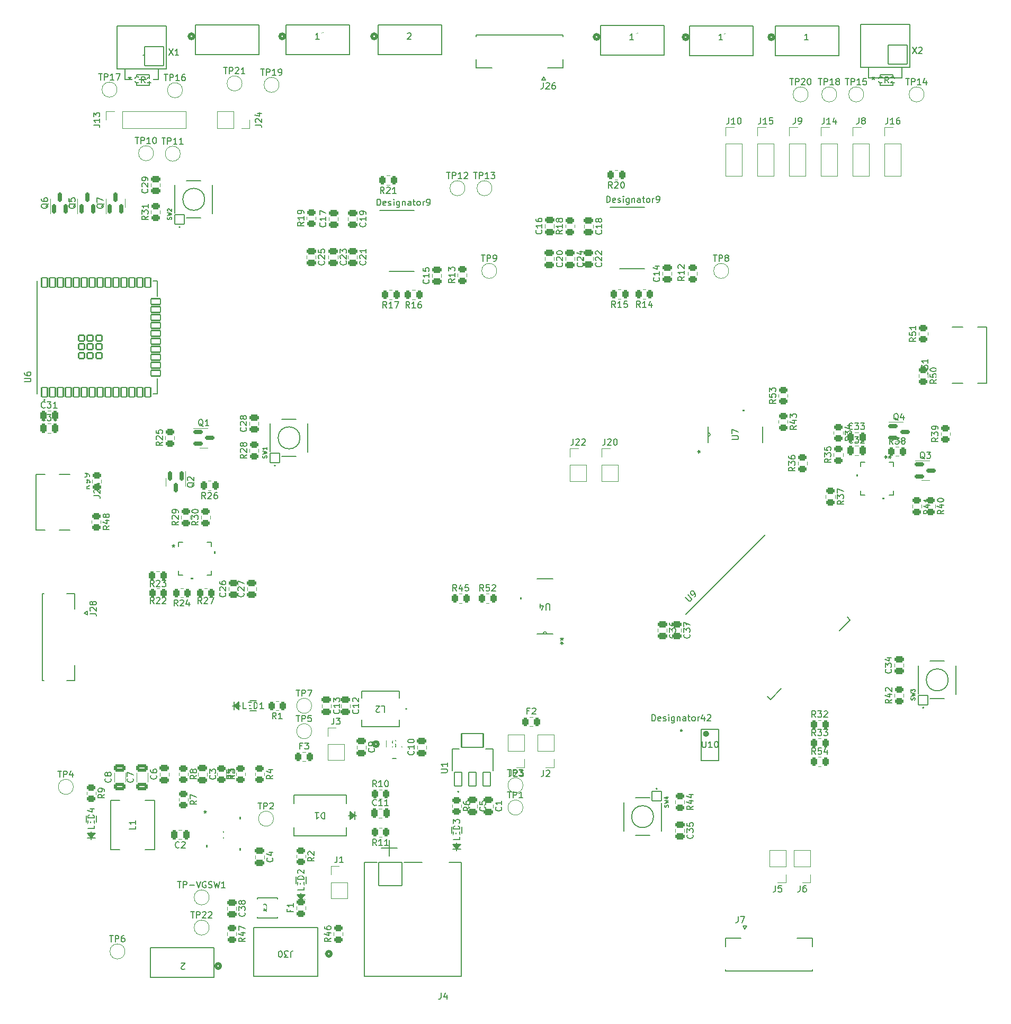
<source format=gto>
%TF.GenerationSoftware,KiCad,Pcbnew,7.0.9*%
%TF.CreationDate,2024-03-20T17:00:13-04:00*%
%TF.ProjectId,CSTAR,43535441-522e-46b6-9963-61645f706362,rev?*%
%TF.SameCoordinates,Original*%
%TF.FileFunction,Legend,Top*%
%TF.FilePolarity,Positive*%
%FSLAX46Y46*%
G04 Gerber Fmt 4.6, Leading zero omitted, Abs format (unit mm)*
G04 Created by KiCad (PCBNEW 7.0.9) date 2024-03-20 17:00:13*
%MOMM*%
%LPD*%
G01*
G04 APERTURE LIST*
G04 Aperture macros list*
%AMRoundRect*
0 Rectangle with rounded corners*
0 $1 Rounding radius*
0 $2 $3 $4 $5 $6 $7 $8 $9 X,Y pos of 4 corners*
0 Add a 4 corners polygon primitive as box body*
4,1,4,$2,$3,$4,$5,$6,$7,$8,$9,$2,$3,0*
0 Add four circle primitives for the rounded corners*
1,1,$1+$1,$2,$3*
1,1,$1+$1,$4,$5*
1,1,$1+$1,$6,$7*
1,1,$1+$1,$8,$9*
0 Add four rect primitives between the rounded corners*
20,1,$1+$1,$2,$3,$4,$5,0*
20,1,$1+$1,$4,$5,$6,$7,0*
20,1,$1+$1,$6,$7,$8,$9,0*
20,1,$1+$1,$8,$9,$2,$3,0*%
%AMFreePoly0*
4,1,9,0.533400,-0.170180,0.127000,-0.170180,0.127000,-0.127000,-0.533400,-0.127000,-0.533400,0.127000,0.127000,0.127000,0.127000,1.480820,0.533400,1.480820,0.533400,-0.170180,0.533400,-0.170180,$1*%
%AMFreePoly1*
4,1,9,0.177800,0.127000,0.533400,0.127000,0.533400,-0.127000,0.177800,-0.127000,0.177800,-2.153920,-1.320800,-2.153920,-1.320800,0.157480,0.177800,0.157480,0.177800,0.127000,0.177800,0.127000,$1*%
G04 Aperture macros list end*
%ADD10C,0.150000*%
%ADD11C,0.120000*%
%ADD12C,0.152400*%
%ADD13C,0.508000*%
%ADD14C,0.200000*%
%ADD15C,0.127000*%
%ADD16C,0.250000*%
%ADD17C,0.500000*%
%ADD18C,0.010000*%
%ADD19C,2.000000*%
%ADD20RoundRect,0.250000X-0.262500X-0.450000X0.262500X-0.450000X0.262500X0.450000X-0.262500X0.450000X0*%
%ADD21R,1.700000X1.700000*%
%ADD22O,1.700000X1.700000*%
%ADD23RoundRect,0.250000X0.250000X0.475000X-0.250000X0.475000X-0.250000X-0.475000X0.250000X-0.475000X0*%
%ADD24RoundRect,0.250000X-0.475000X0.250000X-0.475000X-0.250000X0.475000X-0.250000X0.475000X0.250000X0*%
%ADD25C,1.320800*%
%ADD26RoundRect,0.150000X-0.587500X-0.150000X0.587500X-0.150000X0.587500X0.150000X-0.587500X0.150000X0*%
%ADD27RoundRect,0.250000X0.650000X-0.325000X0.650000X0.325000X-0.650000X0.325000X-0.650000X-0.325000X0*%
%ADD28RoundRect,0.150000X-0.150000X0.587500X-0.150000X-0.587500X0.150000X-0.587500X0.150000X0.587500X0*%
%ADD29R,3.429000X2.489200*%
%ADD30RoundRect,0.250000X0.450000X-0.262500X0.450000X0.262500X-0.450000X0.262500X-0.450000X-0.262500X0*%
%ADD31RoundRect,0.250000X-0.450000X0.262500X-0.450000X-0.262500X0.450000X-0.262500X0.450000X0.262500X0*%
%ADD32RoundRect,0.250000X-0.250000X-0.475000X0.250000X-0.475000X0.250000X0.475000X-0.250000X0.475000X0*%
%ADD33R,0.812800X1.447800*%
%ADD34R,0.609600X0.304800*%
%ADD35R,0.304800X1.727200*%
%ADD36R,0.990600X0.406400*%
%ADD37RoundRect,0.150000X0.150000X-0.587500X0.150000X0.587500X-0.150000X0.587500X-0.150000X-0.587500X0*%
%ADD38RoundRect,0.250000X0.262500X0.450000X-0.262500X0.450000X-0.262500X-0.450000X0.262500X-0.450000X0*%
%ADD39R,1.400000X0.449999*%
%ADD40C,0.499999*%
%ADD41R,3.099999X5.180000*%
%ADD42RoundRect,0.250000X0.475000X-0.250000X0.475000X0.250000X-0.475000X0.250000X-0.475000X-0.250000X0*%
%ADD43R,0.254000X0.965200*%
%ADD44R,0.965200X0.254000*%
%ADD45R,3.352800X3.352800*%
%ADD46R,1.981200X0.558800*%
%ADD47C,0.600000*%
%ADD48O,2.204000X1.104000*%
%ADD49O,1.904000X1.104000*%
%ADD50R,0.558800X1.981200*%
%ADD51RoundRect,0.102000X-0.749000X0.749000X-0.749000X-0.749000X0.749000X-0.749000X0.749000X0.749000X0*%
%ADD52C,1.702000*%
%ADD53R,1.117600X0.406400*%
%ADD54RoundRect,0.243750X-0.243750X-0.456250X0.243750X-0.456250X0.243750X0.456250X-0.243750X0.456250X0*%
%ADD55RoundRect,0.102000X-0.212132X-0.848528X0.848528X0.212132X0.212132X0.848528X-0.848528X-0.212132X0*%
%ADD56RoundRect,0.102000X0.212132X-0.848528X0.848528X-0.212132X-0.212132X0.848528X-0.848528X0.212132X0*%
%ADD57RoundRect,0.102000X0.000000X-0.636396X0.636396X0.000000X0.000000X0.636396X-0.636396X0.000000X0*%
%ADD58RoundRect,0.102000X0.600000X-1.100000X0.600000X1.100000X-0.600000X1.100000X-0.600000X-1.100000X0*%
%ADD59RoundRect,0.102000X1.750000X-1.100000X1.750000X1.100000X-1.750000X1.100000X-1.750000X-1.100000X0*%
%ADD60RoundRect,0.102000X1.500000X1.500000X-1.500000X1.500000X-1.500000X-1.500000X1.500000X-1.500000X0*%
%ADD61C,3.204000*%
%ADD62RoundRect,0.102000X0.450000X-0.750000X0.450000X0.750000X-0.450000X0.750000X-0.450000X-0.750000X0*%
%ADD63RoundRect,0.102000X0.750000X-0.450000X0.750000X0.450000X-0.750000X0.450000X-0.750000X-0.450000X0*%
%ADD64RoundRect,0.102000X0.450000X-0.450000X0.450000X0.450000X-0.450000X0.450000X-0.450000X-0.450000X0*%
%ADD65R,1.066800X0.254000*%
%ADD66FreePoly0,0.000000*%
%ADD67FreePoly1,0.000000*%
%ADD68RoundRect,0.243750X0.456250X-0.243750X0.456250X0.243750X-0.456250X0.243750X-0.456250X-0.243750X0*%
%ADD69R,1.981200X2.794000*%
%ADD70RoundRect,0.102000X1.858000X1.858000X-1.858000X1.858000X-1.858000X-1.858000X1.858000X-1.858000X0*%
%ADD71C,3.920000*%
%ADD72O,1.404000X2.604000*%
%ADD73R,2.184400X3.200400*%
%ADD74R,0.406400X0.990600*%
%ADD75R,1.955432X0.420766*%
%ADD76C,1.803400*%
%ADD77R,0.812800X0.228600*%
%ADD78R,0.228600X0.812800*%
%ADD79R,1.193800X1.727200*%
%ADD80R,0.381000X0.381000*%
%ADD81RoundRect,0.102000X0.749000X-0.749000X0.749000X0.749000X-0.749000X0.749000X-0.749000X-0.749000X0*%
G04 APERTURE END LIST*
D10*
X122182095Y-87626819D02*
X122753523Y-87626819D01*
X122467809Y-88626819D02*
X122467809Y-87626819D01*
X123086857Y-88626819D02*
X123086857Y-87626819D01*
X123086857Y-87626819D02*
X123467809Y-87626819D01*
X123467809Y-87626819D02*
X123563047Y-87674438D01*
X123563047Y-87674438D02*
X123610666Y-87722057D01*
X123610666Y-87722057D02*
X123658285Y-87817295D01*
X123658285Y-87817295D02*
X123658285Y-87960152D01*
X123658285Y-87960152D02*
X123610666Y-88055390D01*
X123610666Y-88055390D02*
X123563047Y-88103009D01*
X123563047Y-88103009D02*
X123467809Y-88150628D01*
X123467809Y-88150628D02*
X123086857Y-88150628D01*
X124134476Y-88626819D02*
X124324952Y-88626819D01*
X124324952Y-88626819D02*
X124420190Y-88579200D01*
X124420190Y-88579200D02*
X124467809Y-88531580D01*
X124467809Y-88531580D02*
X124563047Y-88388723D01*
X124563047Y-88388723D02*
X124610666Y-88198247D01*
X124610666Y-88198247D02*
X124610666Y-87817295D01*
X124610666Y-87817295D02*
X124563047Y-87722057D01*
X124563047Y-87722057D02*
X124515428Y-87674438D01*
X124515428Y-87674438D02*
X124420190Y-87626819D01*
X124420190Y-87626819D02*
X124229714Y-87626819D01*
X124229714Y-87626819D02*
X124134476Y-87674438D01*
X124134476Y-87674438D02*
X124086857Y-87722057D01*
X124086857Y-87722057D02*
X124039238Y-87817295D01*
X124039238Y-87817295D02*
X124039238Y-88055390D01*
X124039238Y-88055390D02*
X124086857Y-88150628D01*
X124086857Y-88150628D02*
X124134476Y-88198247D01*
X124134476Y-88198247D02*
X124229714Y-88245866D01*
X124229714Y-88245866D02*
X124420190Y-88245866D01*
X124420190Y-88245866D02*
X124515428Y-88198247D01*
X124515428Y-88198247D02*
X124563047Y-88150628D01*
X124563047Y-88150628D02*
X124610666Y-88055390D01*
X69832142Y-140599819D02*
X69498809Y-140123628D01*
X69260714Y-140599819D02*
X69260714Y-139599819D01*
X69260714Y-139599819D02*
X69641666Y-139599819D01*
X69641666Y-139599819D02*
X69736904Y-139647438D01*
X69736904Y-139647438D02*
X69784523Y-139695057D01*
X69784523Y-139695057D02*
X69832142Y-139790295D01*
X69832142Y-139790295D02*
X69832142Y-139933152D01*
X69832142Y-139933152D02*
X69784523Y-140028390D01*
X69784523Y-140028390D02*
X69736904Y-140076009D01*
X69736904Y-140076009D02*
X69641666Y-140123628D01*
X69641666Y-140123628D02*
X69260714Y-140123628D01*
X70213095Y-139695057D02*
X70260714Y-139647438D01*
X70260714Y-139647438D02*
X70355952Y-139599819D01*
X70355952Y-139599819D02*
X70594047Y-139599819D01*
X70594047Y-139599819D02*
X70689285Y-139647438D01*
X70689285Y-139647438D02*
X70736904Y-139695057D01*
X70736904Y-139695057D02*
X70784523Y-139790295D01*
X70784523Y-139790295D02*
X70784523Y-139885533D01*
X70784523Y-139885533D02*
X70736904Y-140028390D01*
X70736904Y-140028390D02*
X70165476Y-140599819D01*
X70165476Y-140599819D02*
X70784523Y-140599819D01*
X71117857Y-139599819D02*
X71736904Y-139599819D01*
X71736904Y-139599819D02*
X71403571Y-139980771D01*
X71403571Y-139980771D02*
X71546428Y-139980771D01*
X71546428Y-139980771D02*
X71641666Y-140028390D01*
X71641666Y-140028390D02*
X71689285Y-140076009D01*
X71689285Y-140076009D02*
X71736904Y-140171247D01*
X71736904Y-140171247D02*
X71736904Y-140409342D01*
X71736904Y-140409342D02*
X71689285Y-140504580D01*
X71689285Y-140504580D02*
X71641666Y-140552200D01*
X71641666Y-140552200D02*
X71546428Y-140599819D01*
X71546428Y-140599819D02*
X71260714Y-140599819D01*
X71260714Y-140599819D02*
X71165476Y-140552200D01*
X71165476Y-140552200D02*
X71117857Y-140504580D01*
X161750476Y-65704819D02*
X161750476Y-66419104D01*
X161750476Y-66419104D02*
X161702857Y-66561961D01*
X161702857Y-66561961D02*
X161607619Y-66657200D01*
X161607619Y-66657200D02*
X161464762Y-66704819D01*
X161464762Y-66704819D02*
X161369524Y-66704819D01*
X162750476Y-66704819D02*
X162179048Y-66704819D01*
X162464762Y-66704819D02*
X162464762Y-65704819D01*
X162464762Y-65704819D02*
X162369524Y-65847676D01*
X162369524Y-65847676D02*
X162274286Y-65942914D01*
X162274286Y-65942914D02*
X162179048Y-65990533D01*
X163369524Y-65704819D02*
X163464762Y-65704819D01*
X163464762Y-65704819D02*
X163560000Y-65752438D01*
X163560000Y-65752438D02*
X163607619Y-65800057D01*
X163607619Y-65800057D02*
X163655238Y-65895295D01*
X163655238Y-65895295D02*
X163702857Y-66085771D01*
X163702857Y-66085771D02*
X163702857Y-66323866D01*
X163702857Y-66323866D02*
X163655238Y-66514342D01*
X163655238Y-66514342D02*
X163607619Y-66609580D01*
X163607619Y-66609580D02*
X163560000Y-66657200D01*
X163560000Y-66657200D02*
X163464762Y-66704819D01*
X163464762Y-66704819D02*
X163369524Y-66704819D01*
X163369524Y-66704819D02*
X163274286Y-66657200D01*
X163274286Y-66657200D02*
X163226667Y-66609580D01*
X163226667Y-66609580D02*
X163179048Y-66514342D01*
X163179048Y-66514342D02*
X163131429Y-66323866D01*
X163131429Y-66323866D02*
X163131429Y-66085771D01*
X163131429Y-66085771D02*
X163179048Y-65895295D01*
X163179048Y-65895295D02*
X163226667Y-65800057D01*
X163226667Y-65800057D02*
X163274286Y-65752438D01*
X163274286Y-65752438D02*
X163369524Y-65704819D01*
X73874333Y-182252580D02*
X73826714Y-182300200D01*
X73826714Y-182300200D02*
X73683857Y-182347819D01*
X73683857Y-182347819D02*
X73588619Y-182347819D01*
X73588619Y-182347819D02*
X73445762Y-182300200D01*
X73445762Y-182300200D02*
X73350524Y-182204961D01*
X73350524Y-182204961D02*
X73302905Y-182109723D01*
X73302905Y-182109723D02*
X73255286Y-181919247D01*
X73255286Y-181919247D02*
X73255286Y-181776390D01*
X73255286Y-181776390D02*
X73302905Y-181585914D01*
X73302905Y-181585914D02*
X73350524Y-181490676D01*
X73350524Y-181490676D02*
X73445762Y-181395438D01*
X73445762Y-181395438D02*
X73588619Y-181347819D01*
X73588619Y-181347819D02*
X73683857Y-181347819D01*
X73683857Y-181347819D02*
X73826714Y-181395438D01*
X73826714Y-181395438D02*
X73874333Y-181443057D01*
X74255286Y-181443057D02*
X74302905Y-181395438D01*
X74302905Y-181395438D02*
X74398143Y-181347819D01*
X74398143Y-181347819D02*
X74636238Y-181347819D01*
X74636238Y-181347819D02*
X74731476Y-181395438D01*
X74731476Y-181395438D02*
X74779095Y-181443057D01*
X74779095Y-181443057D02*
X74826714Y-181538295D01*
X74826714Y-181538295D02*
X74826714Y-181633533D01*
X74826714Y-181633533D02*
X74779095Y-181776390D01*
X74779095Y-181776390D02*
X74207667Y-182347819D01*
X74207667Y-182347819D02*
X74826714Y-182347819D01*
X84335580Y-192666857D02*
X84383200Y-192714476D01*
X84383200Y-192714476D02*
X84430819Y-192857333D01*
X84430819Y-192857333D02*
X84430819Y-192952571D01*
X84430819Y-192952571D02*
X84383200Y-193095428D01*
X84383200Y-193095428D02*
X84287961Y-193190666D01*
X84287961Y-193190666D02*
X84192723Y-193238285D01*
X84192723Y-193238285D02*
X84002247Y-193285904D01*
X84002247Y-193285904D02*
X83859390Y-193285904D01*
X83859390Y-193285904D02*
X83668914Y-193238285D01*
X83668914Y-193238285D02*
X83573676Y-193190666D01*
X83573676Y-193190666D02*
X83478438Y-193095428D01*
X83478438Y-193095428D02*
X83430819Y-192952571D01*
X83430819Y-192952571D02*
X83430819Y-192857333D01*
X83430819Y-192857333D02*
X83478438Y-192714476D01*
X83478438Y-192714476D02*
X83526057Y-192666857D01*
X83430819Y-192333523D02*
X83430819Y-191714476D01*
X83430819Y-191714476D02*
X83811771Y-192047809D01*
X83811771Y-192047809D02*
X83811771Y-191904952D01*
X83811771Y-191904952D02*
X83859390Y-191809714D01*
X83859390Y-191809714D02*
X83907009Y-191762095D01*
X83907009Y-191762095D02*
X84002247Y-191714476D01*
X84002247Y-191714476D02*
X84240342Y-191714476D01*
X84240342Y-191714476D02*
X84335580Y-191762095D01*
X84335580Y-191762095D02*
X84383200Y-191809714D01*
X84383200Y-191809714D02*
X84430819Y-191904952D01*
X84430819Y-191904952D02*
X84430819Y-192190666D01*
X84430819Y-192190666D02*
X84383200Y-192285904D01*
X84383200Y-192285904D02*
X84335580Y-192333523D01*
X83859390Y-191143047D02*
X83811771Y-191238285D01*
X83811771Y-191238285D02*
X83764152Y-191285904D01*
X83764152Y-191285904D02*
X83668914Y-191333523D01*
X83668914Y-191333523D02*
X83621295Y-191333523D01*
X83621295Y-191333523D02*
X83526057Y-191285904D01*
X83526057Y-191285904D02*
X83478438Y-191238285D01*
X83478438Y-191238285D02*
X83430819Y-191143047D01*
X83430819Y-191143047D02*
X83430819Y-190952571D01*
X83430819Y-190952571D02*
X83478438Y-190857333D01*
X83478438Y-190857333D02*
X83526057Y-190809714D01*
X83526057Y-190809714D02*
X83621295Y-190762095D01*
X83621295Y-190762095D02*
X83668914Y-190762095D01*
X83668914Y-190762095D02*
X83764152Y-190809714D01*
X83764152Y-190809714D02*
X83811771Y-190857333D01*
X83811771Y-190857333D02*
X83859390Y-190952571D01*
X83859390Y-190952571D02*
X83859390Y-191143047D01*
X83859390Y-191143047D02*
X83907009Y-191238285D01*
X83907009Y-191238285D02*
X83954628Y-191285904D01*
X83954628Y-191285904D02*
X84049866Y-191333523D01*
X84049866Y-191333523D02*
X84240342Y-191333523D01*
X84240342Y-191333523D02*
X84335580Y-191285904D01*
X84335580Y-191285904D02*
X84383200Y-191238285D01*
X84383200Y-191238285D02*
X84430819Y-191143047D01*
X84430819Y-191143047D02*
X84430819Y-190952571D01*
X84430819Y-190952571D02*
X84383200Y-190857333D01*
X84383200Y-190857333D02*
X84335580Y-190809714D01*
X84335580Y-190809714D02*
X84240342Y-190762095D01*
X84240342Y-190762095D02*
X84049866Y-190762095D01*
X84049866Y-190762095D02*
X83954628Y-190809714D01*
X83954628Y-190809714D02*
X83907009Y-190857333D01*
X83907009Y-190857333D02*
X83859390Y-190952571D01*
X145510475Y-52247819D02*
X145510475Y-52962104D01*
X145510475Y-52962104D02*
X145462856Y-53104961D01*
X145462856Y-53104961D02*
X145367618Y-53200200D01*
X145367618Y-53200200D02*
X145224761Y-53247819D01*
X145224761Y-53247819D02*
X145129523Y-53247819D01*
X146510475Y-53247819D02*
X145939047Y-53247819D01*
X146224761Y-53247819D02*
X146224761Y-52247819D01*
X146224761Y-52247819D02*
X146129523Y-52390676D01*
X146129523Y-52390676D02*
X146034285Y-52485914D01*
X146034285Y-52485914D02*
X145939047Y-52533533D01*
X147081904Y-52676390D02*
X146986666Y-52628771D01*
X146986666Y-52628771D02*
X146939047Y-52581152D01*
X146939047Y-52581152D02*
X146891428Y-52485914D01*
X146891428Y-52485914D02*
X146891428Y-52438295D01*
X146891428Y-52438295D02*
X146939047Y-52343057D01*
X146939047Y-52343057D02*
X146986666Y-52295438D01*
X146986666Y-52295438D02*
X147081904Y-52247819D01*
X147081904Y-52247819D02*
X147272380Y-52247819D01*
X147272380Y-52247819D02*
X147367618Y-52295438D01*
X147367618Y-52295438D02*
X147415237Y-52343057D01*
X147415237Y-52343057D02*
X147462856Y-52438295D01*
X147462856Y-52438295D02*
X147462856Y-52485914D01*
X147462856Y-52485914D02*
X147415237Y-52581152D01*
X147415237Y-52581152D02*
X147367618Y-52628771D01*
X147367618Y-52628771D02*
X147272380Y-52676390D01*
X147272380Y-52676390D02*
X147081904Y-52676390D01*
X147081904Y-52676390D02*
X146986666Y-52724009D01*
X146986666Y-52724009D02*
X146939047Y-52771628D01*
X146939047Y-52771628D02*
X146891428Y-52866866D01*
X146891428Y-52866866D02*
X146891428Y-53057342D01*
X146891428Y-53057342D02*
X146939047Y-53152580D01*
X146939047Y-53152580D02*
X146986666Y-53200200D01*
X146986666Y-53200200D02*
X147081904Y-53247819D01*
X147081904Y-53247819D02*
X147272380Y-53247819D01*
X147272380Y-53247819D02*
X147367618Y-53200200D01*
X147367618Y-53200200D02*
X147415237Y-53152580D01*
X147415237Y-53152580D02*
X147462856Y-53057342D01*
X147462856Y-53057342D02*
X147462856Y-52866866D01*
X147462856Y-52866866D02*
X147415237Y-52771628D01*
X147415237Y-52771628D02*
X147367618Y-52724009D01*
X147367618Y-52724009D02*
X147272380Y-52676390D01*
X135084780Y-88882057D02*
X135132400Y-88929676D01*
X135132400Y-88929676D02*
X135180019Y-89072533D01*
X135180019Y-89072533D02*
X135180019Y-89167771D01*
X135180019Y-89167771D02*
X135132400Y-89310628D01*
X135132400Y-89310628D02*
X135037161Y-89405866D01*
X135037161Y-89405866D02*
X134941923Y-89453485D01*
X134941923Y-89453485D02*
X134751447Y-89501104D01*
X134751447Y-89501104D02*
X134608590Y-89501104D01*
X134608590Y-89501104D02*
X134418114Y-89453485D01*
X134418114Y-89453485D02*
X134322876Y-89405866D01*
X134322876Y-89405866D02*
X134227638Y-89310628D01*
X134227638Y-89310628D02*
X134180019Y-89167771D01*
X134180019Y-89167771D02*
X134180019Y-89072533D01*
X134180019Y-89072533D02*
X134227638Y-88929676D01*
X134227638Y-88929676D02*
X134275257Y-88882057D01*
X134275257Y-88501104D02*
X134227638Y-88453485D01*
X134227638Y-88453485D02*
X134180019Y-88358247D01*
X134180019Y-88358247D02*
X134180019Y-88120152D01*
X134180019Y-88120152D02*
X134227638Y-88024914D01*
X134227638Y-88024914D02*
X134275257Y-87977295D01*
X134275257Y-87977295D02*
X134370495Y-87929676D01*
X134370495Y-87929676D02*
X134465733Y-87929676D01*
X134465733Y-87929676D02*
X134608590Y-87977295D01*
X134608590Y-87977295D02*
X135180019Y-88548723D01*
X135180019Y-88548723D02*
X135180019Y-87929676D01*
X134180019Y-87310628D02*
X134180019Y-87215390D01*
X134180019Y-87215390D02*
X134227638Y-87120152D01*
X134227638Y-87120152D02*
X134275257Y-87072533D01*
X134275257Y-87072533D02*
X134370495Y-87024914D01*
X134370495Y-87024914D02*
X134560971Y-86977295D01*
X134560971Y-86977295D02*
X134799066Y-86977295D01*
X134799066Y-86977295D02*
X134989542Y-87024914D01*
X134989542Y-87024914D02*
X135084780Y-87072533D01*
X135084780Y-87072533D02*
X135132400Y-87120152D01*
X135132400Y-87120152D02*
X135180019Y-87215390D01*
X135180019Y-87215390D02*
X135180019Y-87310628D01*
X135180019Y-87310628D02*
X135132400Y-87405866D01*
X135132400Y-87405866D02*
X135084780Y-87453485D01*
X135084780Y-87453485D02*
X134989542Y-87501104D01*
X134989542Y-87501104D02*
X134799066Y-87548723D01*
X134799066Y-87548723D02*
X134560971Y-87548723D01*
X134560971Y-87548723D02*
X134370495Y-87501104D01*
X134370495Y-87501104D02*
X134275257Y-87453485D01*
X134275257Y-87453485D02*
X134227638Y-87405866D01*
X134227638Y-87405866D02*
X134180019Y-87310628D01*
X141333180Y-88872257D02*
X141380800Y-88919876D01*
X141380800Y-88919876D02*
X141428419Y-89062733D01*
X141428419Y-89062733D02*
X141428419Y-89157971D01*
X141428419Y-89157971D02*
X141380800Y-89300828D01*
X141380800Y-89300828D02*
X141285561Y-89396066D01*
X141285561Y-89396066D02*
X141190323Y-89443685D01*
X141190323Y-89443685D02*
X140999847Y-89491304D01*
X140999847Y-89491304D02*
X140856990Y-89491304D01*
X140856990Y-89491304D02*
X140666514Y-89443685D01*
X140666514Y-89443685D02*
X140571276Y-89396066D01*
X140571276Y-89396066D02*
X140476038Y-89300828D01*
X140476038Y-89300828D02*
X140428419Y-89157971D01*
X140428419Y-89157971D02*
X140428419Y-89062733D01*
X140428419Y-89062733D02*
X140476038Y-88919876D01*
X140476038Y-88919876D02*
X140523657Y-88872257D01*
X140523657Y-88491304D02*
X140476038Y-88443685D01*
X140476038Y-88443685D02*
X140428419Y-88348447D01*
X140428419Y-88348447D02*
X140428419Y-88110352D01*
X140428419Y-88110352D02*
X140476038Y-88015114D01*
X140476038Y-88015114D02*
X140523657Y-87967495D01*
X140523657Y-87967495D02*
X140618895Y-87919876D01*
X140618895Y-87919876D02*
X140714133Y-87919876D01*
X140714133Y-87919876D02*
X140856990Y-87967495D01*
X140856990Y-87967495D02*
X141428419Y-88538923D01*
X141428419Y-88538923D02*
X141428419Y-87919876D01*
X140523657Y-87538923D02*
X140476038Y-87491304D01*
X140476038Y-87491304D02*
X140428419Y-87396066D01*
X140428419Y-87396066D02*
X140428419Y-87157971D01*
X140428419Y-87157971D02*
X140476038Y-87062733D01*
X140476038Y-87062733D02*
X140523657Y-87015114D01*
X140523657Y-87015114D02*
X140618895Y-86967495D01*
X140618895Y-86967495D02*
X140714133Y-86967495D01*
X140714133Y-86967495D02*
X140856990Y-87015114D01*
X140856990Y-87015114D02*
X141428419Y-87586542D01*
X141428419Y-87586542D02*
X141428419Y-86967495D01*
X126373095Y-169795819D02*
X126944523Y-169795819D01*
X126658809Y-170795819D02*
X126658809Y-169795819D01*
X127277857Y-170795819D02*
X127277857Y-169795819D01*
X127277857Y-169795819D02*
X127658809Y-169795819D01*
X127658809Y-169795819D02*
X127754047Y-169843438D01*
X127754047Y-169843438D02*
X127801666Y-169891057D01*
X127801666Y-169891057D02*
X127849285Y-169986295D01*
X127849285Y-169986295D02*
X127849285Y-170129152D01*
X127849285Y-170129152D02*
X127801666Y-170224390D01*
X127801666Y-170224390D02*
X127754047Y-170272009D01*
X127754047Y-170272009D02*
X127658809Y-170319628D01*
X127658809Y-170319628D02*
X127277857Y-170319628D01*
X128182619Y-169795819D02*
X128801666Y-169795819D01*
X128801666Y-169795819D02*
X128468333Y-170176771D01*
X128468333Y-170176771D02*
X128611190Y-170176771D01*
X128611190Y-170176771D02*
X128706428Y-170224390D01*
X128706428Y-170224390D02*
X128754047Y-170272009D01*
X128754047Y-170272009D02*
X128801666Y-170367247D01*
X128801666Y-170367247D02*
X128801666Y-170605342D01*
X128801666Y-170605342D02*
X128754047Y-170700580D01*
X128754047Y-170700580D02*
X128706428Y-170748200D01*
X128706428Y-170748200D02*
X128611190Y-170795819D01*
X128611190Y-170795819D02*
X128325476Y-170795819D01*
X128325476Y-170795819D02*
X128230238Y-170748200D01*
X128230238Y-170748200D02*
X128182619Y-170700580D01*
X190031905Y-59432819D02*
X190603333Y-59432819D01*
X190317619Y-60432819D02*
X190317619Y-59432819D01*
X190936667Y-60432819D02*
X190936667Y-59432819D01*
X190936667Y-59432819D02*
X191317619Y-59432819D01*
X191317619Y-59432819D02*
X191412857Y-59480438D01*
X191412857Y-59480438D02*
X191460476Y-59528057D01*
X191460476Y-59528057D02*
X191508095Y-59623295D01*
X191508095Y-59623295D02*
X191508095Y-59766152D01*
X191508095Y-59766152D02*
X191460476Y-59861390D01*
X191460476Y-59861390D02*
X191412857Y-59909009D01*
X191412857Y-59909009D02*
X191317619Y-59956628D01*
X191317619Y-59956628D02*
X190936667Y-59956628D01*
X192460476Y-60432819D02*
X191889048Y-60432819D01*
X192174762Y-60432819D02*
X192174762Y-59432819D01*
X192174762Y-59432819D02*
X192079524Y-59575676D01*
X192079524Y-59575676D02*
X191984286Y-59670914D01*
X191984286Y-59670914D02*
X191889048Y-59718533D01*
X193317619Y-59766152D02*
X193317619Y-60432819D01*
X193079524Y-59385200D02*
X192841429Y-60099485D01*
X192841429Y-60099485D02*
X193460476Y-60099485D01*
X88780580Y-183935666D02*
X88828200Y-183983285D01*
X88828200Y-183983285D02*
X88875819Y-184126142D01*
X88875819Y-184126142D02*
X88875819Y-184221380D01*
X88875819Y-184221380D02*
X88828200Y-184364237D01*
X88828200Y-184364237D02*
X88732961Y-184459475D01*
X88732961Y-184459475D02*
X88637723Y-184507094D01*
X88637723Y-184507094D02*
X88447247Y-184554713D01*
X88447247Y-184554713D02*
X88304390Y-184554713D01*
X88304390Y-184554713D02*
X88113914Y-184507094D01*
X88113914Y-184507094D02*
X88018676Y-184459475D01*
X88018676Y-184459475D02*
X87923438Y-184364237D01*
X87923438Y-184364237D02*
X87875819Y-184221380D01*
X87875819Y-184221380D02*
X87875819Y-184126142D01*
X87875819Y-184126142D02*
X87923438Y-183983285D01*
X87923438Y-183983285D02*
X87971057Y-183935666D01*
X88209152Y-183078523D02*
X88875819Y-183078523D01*
X87828200Y-183316618D02*
X88542485Y-183554713D01*
X88542485Y-183554713D02*
X88542485Y-182935666D01*
X132127666Y-169937819D02*
X132127666Y-170652104D01*
X132127666Y-170652104D02*
X132080047Y-170794961D01*
X132080047Y-170794961D02*
X131984809Y-170890200D01*
X131984809Y-170890200D02*
X131841952Y-170937819D01*
X131841952Y-170937819D02*
X131746714Y-170937819D01*
X132556238Y-170033057D02*
X132603857Y-169985438D01*
X132603857Y-169985438D02*
X132699095Y-169937819D01*
X132699095Y-169937819D02*
X132937190Y-169937819D01*
X132937190Y-169937819D02*
X133032428Y-169985438D01*
X133032428Y-169985438D02*
X133080047Y-170033057D01*
X133080047Y-170033057D02*
X133127666Y-170128295D01*
X133127666Y-170128295D02*
X133127666Y-170223533D01*
X133127666Y-170223533D02*
X133080047Y-170366390D01*
X133080047Y-170366390D02*
X132508619Y-170937819D01*
X132508619Y-170937819D02*
X133127666Y-170937819D01*
X92591095Y-157095819D02*
X93162523Y-157095819D01*
X92876809Y-158095819D02*
X92876809Y-157095819D01*
X93495857Y-158095819D02*
X93495857Y-157095819D01*
X93495857Y-157095819D02*
X93876809Y-157095819D01*
X93876809Y-157095819D02*
X93972047Y-157143438D01*
X93972047Y-157143438D02*
X94019666Y-157191057D01*
X94019666Y-157191057D02*
X94067285Y-157286295D01*
X94067285Y-157286295D02*
X94067285Y-157429152D01*
X94067285Y-157429152D02*
X94019666Y-157524390D01*
X94019666Y-157524390D02*
X93972047Y-157572009D01*
X93972047Y-157572009D02*
X93876809Y-157619628D01*
X93876809Y-157619628D02*
X93495857Y-157619628D01*
X94400619Y-157095819D02*
X95067285Y-157095819D01*
X95067285Y-157095819D02*
X94638714Y-158095819D01*
X188856261Y-114038057D02*
X188761023Y-113990438D01*
X188761023Y-113990438D02*
X188665785Y-113895200D01*
X188665785Y-113895200D02*
X188522928Y-113752342D01*
X188522928Y-113752342D02*
X188427690Y-113704723D01*
X188427690Y-113704723D02*
X188332452Y-113704723D01*
X188380071Y-113942819D02*
X188284833Y-113895200D01*
X188284833Y-113895200D02*
X188189595Y-113799961D01*
X188189595Y-113799961D02*
X188141976Y-113609485D01*
X188141976Y-113609485D02*
X188141976Y-113276152D01*
X188141976Y-113276152D02*
X188189595Y-113085676D01*
X188189595Y-113085676D02*
X188284833Y-112990438D01*
X188284833Y-112990438D02*
X188380071Y-112942819D01*
X188380071Y-112942819D02*
X188570547Y-112942819D01*
X188570547Y-112942819D02*
X188665785Y-112990438D01*
X188665785Y-112990438D02*
X188761023Y-113085676D01*
X188761023Y-113085676D02*
X188808642Y-113276152D01*
X188808642Y-113276152D02*
X188808642Y-113609485D01*
X188808642Y-113609485D02*
X188761023Y-113799961D01*
X188761023Y-113799961D02*
X188665785Y-113895200D01*
X188665785Y-113895200D02*
X188570547Y-113942819D01*
X188570547Y-113942819D02*
X188380071Y-113942819D01*
X189665785Y-113276152D02*
X189665785Y-113942819D01*
X189427690Y-112895200D02*
X189189595Y-113609485D01*
X189189595Y-113609485D02*
X189808642Y-113609485D01*
X62898580Y-171235666D02*
X62946200Y-171283285D01*
X62946200Y-171283285D02*
X62993819Y-171426142D01*
X62993819Y-171426142D02*
X62993819Y-171521380D01*
X62993819Y-171521380D02*
X62946200Y-171664237D01*
X62946200Y-171664237D02*
X62850961Y-171759475D01*
X62850961Y-171759475D02*
X62755723Y-171807094D01*
X62755723Y-171807094D02*
X62565247Y-171854713D01*
X62565247Y-171854713D02*
X62422390Y-171854713D01*
X62422390Y-171854713D02*
X62231914Y-171807094D01*
X62231914Y-171807094D02*
X62136676Y-171759475D01*
X62136676Y-171759475D02*
X62041438Y-171664237D01*
X62041438Y-171664237D02*
X61993819Y-171521380D01*
X61993819Y-171521380D02*
X61993819Y-171426142D01*
X61993819Y-171426142D02*
X62041438Y-171283285D01*
X62041438Y-171283285D02*
X62089057Y-171235666D01*
X62422390Y-170664237D02*
X62374771Y-170759475D01*
X62374771Y-170759475D02*
X62327152Y-170807094D01*
X62327152Y-170807094D02*
X62231914Y-170854713D01*
X62231914Y-170854713D02*
X62184295Y-170854713D01*
X62184295Y-170854713D02*
X62089057Y-170807094D01*
X62089057Y-170807094D02*
X62041438Y-170759475D01*
X62041438Y-170759475D02*
X61993819Y-170664237D01*
X61993819Y-170664237D02*
X61993819Y-170473761D01*
X61993819Y-170473761D02*
X62041438Y-170378523D01*
X62041438Y-170378523D02*
X62089057Y-170330904D01*
X62089057Y-170330904D02*
X62184295Y-170283285D01*
X62184295Y-170283285D02*
X62231914Y-170283285D01*
X62231914Y-170283285D02*
X62327152Y-170330904D01*
X62327152Y-170330904D02*
X62374771Y-170378523D01*
X62374771Y-170378523D02*
X62422390Y-170473761D01*
X62422390Y-170473761D02*
X62422390Y-170664237D01*
X62422390Y-170664237D02*
X62470009Y-170759475D01*
X62470009Y-170759475D02*
X62517628Y-170807094D01*
X62517628Y-170807094D02*
X62612866Y-170854713D01*
X62612866Y-170854713D02*
X62803342Y-170854713D01*
X62803342Y-170854713D02*
X62898580Y-170807094D01*
X62898580Y-170807094D02*
X62946200Y-170759475D01*
X62946200Y-170759475D02*
X62993819Y-170664237D01*
X62993819Y-170664237D02*
X62993819Y-170473761D01*
X62993819Y-170473761D02*
X62946200Y-170378523D01*
X62946200Y-170378523D02*
X62898580Y-170330904D01*
X62898580Y-170330904D02*
X62803342Y-170283285D01*
X62803342Y-170283285D02*
X62612866Y-170283285D01*
X62612866Y-170283285D02*
X62517628Y-170330904D01*
X62517628Y-170330904D02*
X62470009Y-170378523D01*
X62470009Y-170378523D02*
X62422390Y-170473761D01*
X76277557Y-123975238D02*
X76229938Y-124070476D01*
X76229938Y-124070476D02*
X76134700Y-124165714D01*
X76134700Y-124165714D02*
X75991842Y-124308571D01*
X75991842Y-124308571D02*
X75944223Y-124403809D01*
X75944223Y-124403809D02*
X75944223Y-124499047D01*
X76182319Y-124451428D02*
X76134700Y-124546666D01*
X76134700Y-124546666D02*
X76039461Y-124641904D01*
X76039461Y-124641904D02*
X75848985Y-124689523D01*
X75848985Y-124689523D02*
X75515652Y-124689523D01*
X75515652Y-124689523D02*
X75325176Y-124641904D01*
X75325176Y-124641904D02*
X75229938Y-124546666D01*
X75229938Y-124546666D02*
X75182319Y-124451428D01*
X75182319Y-124451428D02*
X75182319Y-124260952D01*
X75182319Y-124260952D02*
X75229938Y-124165714D01*
X75229938Y-124165714D02*
X75325176Y-124070476D01*
X75325176Y-124070476D02*
X75515652Y-124022857D01*
X75515652Y-124022857D02*
X75848985Y-124022857D01*
X75848985Y-124022857D02*
X76039461Y-124070476D01*
X76039461Y-124070476D02*
X76134700Y-124165714D01*
X76134700Y-124165714D02*
X76182319Y-124260952D01*
X76182319Y-124260952D02*
X76182319Y-124451428D01*
X75277557Y-123641904D02*
X75229938Y-123594285D01*
X75229938Y-123594285D02*
X75182319Y-123499047D01*
X75182319Y-123499047D02*
X75182319Y-123260952D01*
X75182319Y-123260952D02*
X75229938Y-123165714D01*
X75229938Y-123165714D02*
X75277557Y-123118095D01*
X75277557Y-123118095D02*
X75372795Y-123070476D01*
X75372795Y-123070476D02*
X75468033Y-123070476D01*
X75468033Y-123070476D02*
X75610890Y-123118095D01*
X75610890Y-123118095D02*
X76182319Y-123689523D01*
X76182319Y-123689523D02*
X76182319Y-123070476D01*
X66875819Y-178855666D02*
X66875819Y-179331856D01*
X66875819Y-179331856D02*
X65875819Y-179331856D01*
X66875819Y-177998523D02*
X66875819Y-178569951D01*
X66875819Y-178284237D02*
X65875819Y-178284237D01*
X65875819Y-178284237D02*
X66018676Y-178379475D01*
X66018676Y-178379475D02*
X66113914Y-178474713D01*
X66113914Y-178474713D02*
X66161533Y-178569951D01*
X191644819Y-100853357D02*
X191168628Y-101186690D01*
X191644819Y-101424785D02*
X190644819Y-101424785D01*
X190644819Y-101424785D02*
X190644819Y-101043833D01*
X190644819Y-101043833D02*
X190692438Y-100948595D01*
X190692438Y-100948595D02*
X190740057Y-100900976D01*
X190740057Y-100900976D02*
X190835295Y-100853357D01*
X190835295Y-100853357D02*
X190978152Y-100853357D01*
X190978152Y-100853357D02*
X191073390Y-100900976D01*
X191073390Y-100900976D02*
X191121009Y-100948595D01*
X191121009Y-100948595D02*
X191168628Y-101043833D01*
X191168628Y-101043833D02*
X191168628Y-101424785D01*
X190644819Y-99948595D02*
X190644819Y-100424785D01*
X190644819Y-100424785D02*
X191121009Y-100472404D01*
X191121009Y-100472404D02*
X191073390Y-100424785D01*
X191073390Y-100424785D02*
X191025771Y-100329547D01*
X191025771Y-100329547D02*
X191025771Y-100091452D01*
X191025771Y-100091452D02*
X191073390Y-99996214D01*
X191073390Y-99996214D02*
X191121009Y-99948595D01*
X191121009Y-99948595D02*
X191216247Y-99900976D01*
X191216247Y-99900976D02*
X191454342Y-99900976D01*
X191454342Y-99900976D02*
X191549580Y-99948595D01*
X191549580Y-99948595D02*
X191597200Y-99996214D01*
X191597200Y-99996214D02*
X191644819Y-100091452D01*
X191644819Y-100091452D02*
X191644819Y-100329547D01*
X191644819Y-100329547D02*
X191597200Y-100424785D01*
X191597200Y-100424785D02*
X191549580Y-100472404D01*
X191644819Y-98948595D02*
X191644819Y-99520023D01*
X191644819Y-99234309D02*
X190644819Y-99234309D01*
X190644819Y-99234309D02*
X190787676Y-99329547D01*
X190787676Y-99329547D02*
X190882914Y-99424785D01*
X190882914Y-99424785D02*
X190930533Y-99520023D01*
X193928819Y-128407857D02*
X193452628Y-128741190D01*
X193928819Y-128979285D02*
X192928819Y-128979285D01*
X192928819Y-128979285D02*
X192928819Y-128598333D01*
X192928819Y-128598333D02*
X192976438Y-128503095D01*
X192976438Y-128503095D02*
X193024057Y-128455476D01*
X193024057Y-128455476D02*
X193119295Y-128407857D01*
X193119295Y-128407857D02*
X193262152Y-128407857D01*
X193262152Y-128407857D02*
X193357390Y-128455476D01*
X193357390Y-128455476D02*
X193405009Y-128503095D01*
X193405009Y-128503095D02*
X193452628Y-128598333D01*
X193452628Y-128598333D02*
X193452628Y-128979285D01*
X193262152Y-127550714D02*
X193928819Y-127550714D01*
X192881200Y-127788809D02*
X193595485Y-128026904D01*
X193595485Y-128026904D02*
X193595485Y-127407857D01*
X193928819Y-126503095D02*
X193928819Y-127074523D01*
X193928819Y-126788809D02*
X192928819Y-126788809D01*
X192928819Y-126788809D02*
X193071676Y-126884047D01*
X193071676Y-126884047D02*
X193166914Y-126979285D01*
X193166914Y-126979285D02*
X193214533Y-127074523D01*
X52443142Y-111963580D02*
X52395523Y-112011200D01*
X52395523Y-112011200D02*
X52252666Y-112058819D01*
X52252666Y-112058819D02*
X52157428Y-112058819D01*
X52157428Y-112058819D02*
X52014571Y-112011200D01*
X52014571Y-112011200D02*
X51919333Y-111915961D01*
X51919333Y-111915961D02*
X51871714Y-111820723D01*
X51871714Y-111820723D02*
X51824095Y-111630247D01*
X51824095Y-111630247D02*
X51824095Y-111487390D01*
X51824095Y-111487390D02*
X51871714Y-111296914D01*
X51871714Y-111296914D02*
X51919333Y-111201676D01*
X51919333Y-111201676D02*
X52014571Y-111106438D01*
X52014571Y-111106438D02*
X52157428Y-111058819D01*
X52157428Y-111058819D02*
X52252666Y-111058819D01*
X52252666Y-111058819D02*
X52395523Y-111106438D01*
X52395523Y-111106438D02*
X52443142Y-111154057D01*
X52776476Y-111058819D02*
X53395523Y-111058819D01*
X53395523Y-111058819D02*
X53062190Y-111439771D01*
X53062190Y-111439771D02*
X53205047Y-111439771D01*
X53205047Y-111439771D02*
X53300285Y-111487390D01*
X53300285Y-111487390D02*
X53347904Y-111535009D01*
X53347904Y-111535009D02*
X53395523Y-111630247D01*
X53395523Y-111630247D02*
X53395523Y-111868342D01*
X53395523Y-111868342D02*
X53347904Y-111963580D01*
X53347904Y-111963580D02*
X53300285Y-112011200D01*
X53300285Y-112011200D02*
X53205047Y-112058819D01*
X53205047Y-112058819D02*
X52919333Y-112058819D01*
X52919333Y-112058819D02*
X52824095Y-112011200D01*
X52824095Y-112011200D02*
X52776476Y-111963580D01*
X54347904Y-112058819D02*
X53776476Y-112058819D01*
X54062190Y-112058819D02*
X54062190Y-111058819D01*
X54062190Y-111058819D02*
X53966952Y-111201676D01*
X53966952Y-111201676D02*
X53871714Y-111296914D01*
X53871714Y-111296914D02*
X53776476Y-111344533D01*
X82749819Y-170727666D02*
X82273628Y-171060999D01*
X82749819Y-171299094D02*
X81749819Y-171299094D01*
X81749819Y-171299094D02*
X81749819Y-170918142D01*
X81749819Y-170918142D02*
X81797438Y-170822904D01*
X81797438Y-170822904D02*
X81845057Y-170775285D01*
X81845057Y-170775285D02*
X81940295Y-170727666D01*
X81940295Y-170727666D02*
X82083152Y-170727666D01*
X82083152Y-170727666D02*
X82178390Y-170775285D01*
X82178390Y-170775285D02*
X82226009Y-170822904D01*
X82226009Y-170822904D02*
X82273628Y-170918142D01*
X82273628Y-170918142D02*
X82273628Y-171299094D01*
X81749819Y-170394332D02*
X81749819Y-169775285D01*
X81749819Y-169775285D02*
X82130771Y-170108618D01*
X82130771Y-170108618D02*
X82130771Y-169965761D01*
X82130771Y-169965761D02*
X82178390Y-169870523D01*
X82178390Y-169870523D02*
X82226009Y-169822904D01*
X82226009Y-169822904D02*
X82321247Y-169775285D01*
X82321247Y-169775285D02*
X82559342Y-169775285D01*
X82559342Y-169775285D02*
X82654580Y-169822904D01*
X82654580Y-169822904D02*
X82702200Y-169870523D01*
X82702200Y-169870523D02*
X82749819Y-169965761D01*
X82749819Y-169965761D02*
X82749819Y-170251475D01*
X82749819Y-170251475D02*
X82702200Y-170346713D01*
X82702200Y-170346713D02*
X82654580Y-170394332D01*
X107028703Y-166212603D02*
X107028703Y-165212603D01*
X107028703Y-165212603D02*
X107409655Y-165212603D01*
X107409655Y-165212603D02*
X107504893Y-165260222D01*
X107504893Y-165260222D02*
X107552512Y-165307841D01*
X107552512Y-165307841D02*
X107600131Y-165403079D01*
X107600131Y-165403079D02*
X107600131Y-165545936D01*
X107600131Y-165545936D02*
X107552512Y-165641174D01*
X107552512Y-165641174D02*
X107504893Y-165688793D01*
X107504893Y-165688793D02*
X107409655Y-165736412D01*
X107409655Y-165736412D02*
X107028703Y-165736412D01*
X107981084Y-166164984D02*
X108123941Y-166212603D01*
X108123941Y-166212603D02*
X108362036Y-166212603D01*
X108362036Y-166212603D02*
X108457274Y-166164984D01*
X108457274Y-166164984D02*
X108504893Y-166117364D01*
X108504893Y-166117364D02*
X108552512Y-166022126D01*
X108552512Y-166022126D02*
X108552512Y-165926888D01*
X108552512Y-165926888D02*
X108504893Y-165831650D01*
X108504893Y-165831650D02*
X108457274Y-165784031D01*
X108457274Y-165784031D02*
X108362036Y-165736412D01*
X108362036Y-165736412D02*
X108171560Y-165688793D01*
X108171560Y-165688793D02*
X108076322Y-165641174D01*
X108076322Y-165641174D02*
X108028703Y-165593555D01*
X108028703Y-165593555D02*
X107981084Y-165498317D01*
X107981084Y-165498317D02*
X107981084Y-165403079D01*
X107981084Y-165403079D02*
X108028703Y-165307841D01*
X108028703Y-165307841D02*
X108076322Y-165260222D01*
X108076322Y-165260222D02*
X108171560Y-165212603D01*
X108171560Y-165212603D02*
X108409655Y-165212603D01*
X108409655Y-165212603D02*
X108552512Y-165260222D01*
X109504893Y-166212603D02*
X108933465Y-166212603D01*
X109219179Y-166212603D02*
X109219179Y-165212603D01*
X109219179Y-165212603D02*
X109123941Y-165355460D01*
X109123941Y-165355460D02*
X109028703Y-165450698D01*
X109028703Y-165450698D02*
X108933465Y-165498317D01*
X60271819Y-178792047D02*
X60271819Y-179268237D01*
X60271819Y-179268237D02*
X59271819Y-179268237D01*
X59748009Y-178458713D02*
X59748009Y-178125380D01*
X60271819Y-177982523D02*
X60271819Y-178458713D01*
X60271819Y-178458713D02*
X59271819Y-178458713D01*
X59271819Y-178458713D02*
X59271819Y-177982523D01*
X60271819Y-177553951D02*
X59271819Y-177553951D01*
X59271819Y-177553951D02*
X59271819Y-177315856D01*
X59271819Y-177315856D02*
X59319438Y-177172999D01*
X59319438Y-177172999D02*
X59414676Y-177077761D01*
X59414676Y-177077761D02*
X59509914Y-177030142D01*
X59509914Y-177030142D02*
X59700390Y-176982523D01*
X59700390Y-176982523D02*
X59843247Y-176982523D01*
X59843247Y-176982523D02*
X60033723Y-177030142D01*
X60033723Y-177030142D02*
X60128961Y-177077761D01*
X60128961Y-177077761D02*
X60224200Y-177172999D01*
X60224200Y-177172999D02*
X60271819Y-177315856D01*
X60271819Y-177315856D02*
X60271819Y-177553951D01*
X59605152Y-176125380D02*
X60271819Y-176125380D01*
X59224200Y-176363475D02*
X59938485Y-176601570D01*
X59938485Y-176601570D02*
X59938485Y-175982523D01*
X136858476Y-117007819D02*
X136858476Y-117722104D01*
X136858476Y-117722104D02*
X136810857Y-117864961D01*
X136810857Y-117864961D02*
X136715619Y-117960200D01*
X136715619Y-117960200D02*
X136572762Y-118007819D01*
X136572762Y-118007819D02*
X136477524Y-118007819D01*
X137287048Y-117103057D02*
X137334667Y-117055438D01*
X137334667Y-117055438D02*
X137429905Y-117007819D01*
X137429905Y-117007819D02*
X137668000Y-117007819D01*
X137668000Y-117007819D02*
X137763238Y-117055438D01*
X137763238Y-117055438D02*
X137810857Y-117103057D01*
X137810857Y-117103057D02*
X137858476Y-117198295D01*
X137858476Y-117198295D02*
X137858476Y-117293533D01*
X137858476Y-117293533D02*
X137810857Y-117436390D01*
X137810857Y-117436390D02*
X137239429Y-118007819D01*
X137239429Y-118007819D02*
X137858476Y-118007819D01*
X138239429Y-117103057D02*
X138287048Y-117055438D01*
X138287048Y-117055438D02*
X138382286Y-117007819D01*
X138382286Y-117007819D02*
X138620381Y-117007819D01*
X138620381Y-117007819D02*
X138715619Y-117055438D01*
X138715619Y-117055438D02*
X138763238Y-117103057D01*
X138763238Y-117103057D02*
X138810857Y-117198295D01*
X138810857Y-117198295D02*
X138810857Y-117293533D01*
X138810857Y-117293533D02*
X138763238Y-117436390D01*
X138763238Y-117436390D02*
X138191810Y-118007819D01*
X138191810Y-118007819D02*
X138810857Y-118007819D01*
X57332057Y-79421738D02*
X57284438Y-79516976D01*
X57284438Y-79516976D02*
X57189200Y-79612214D01*
X57189200Y-79612214D02*
X57046342Y-79755071D01*
X57046342Y-79755071D02*
X56998723Y-79850309D01*
X56998723Y-79850309D02*
X56998723Y-79945547D01*
X57236819Y-79897928D02*
X57189200Y-79993166D01*
X57189200Y-79993166D02*
X57093961Y-80088404D01*
X57093961Y-80088404D02*
X56903485Y-80136023D01*
X56903485Y-80136023D02*
X56570152Y-80136023D01*
X56570152Y-80136023D02*
X56379676Y-80088404D01*
X56379676Y-80088404D02*
X56284438Y-79993166D01*
X56284438Y-79993166D02*
X56236819Y-79897928D01*
X56236819Y-79897928D02*
X56236819Y-79707452D01*
X56236819Y-79707452D02*
X56284438Y-79612214D01*
X56284438Y-79612214D02*
X56379676Y-79516976D01*
X56379676Y-79516976D02*
X56570152Y-79469357D01*
X56570152Y-79469357D02*
X56903485Y-79469357D01*
X56903485Y-79469357D02*
X57093961Y-79516976D01*
X57093961Y-79516976D02*
X57189200Y-79612214D01*
X57189200Y-79612214D02*
X57236819Y-79707452D01*
X57236819Y-79707452D02*
X57236819Y-79897928D01*
X56236819Y-78564595D02*
X56236819Y-79040785D01*
X56236819Y-79040785D02*
X56713009Y-79088404D01*
X56713009Y-79088404D02*
X56665390Y-79040785D01*
X56665390Y-79040785D02*
X56617771Y-78945547D01*
X56617771Y-78945547D02*
X56617771Y-78707452D01*
X56617771Y-78707452D02*
X56665390Y-78612214D01*
X56665390Y-78612214D02*
X56713009Y-78564595D01*
X56713009Y-78564595D02*
X56808247Y-78516976D01*
X56808247Y-78516976D02*
X57046342Y-78516976D01*
X57046342Y-78516976D02*
X57141580Y-78564595D01*
X57141580Y-78564595D02*
X57189200Y-78612214D01*
X57189200Y-78612214D02*
X57236819Y-78707452D01*
X57236819Y-78707452D02*
X57236819Y-78945547D01*
X57236819Y-78945547D02*
X57189200Y-79040785D01*
X57189200Y-79040785D02*
X57141580Y-79088404D01*
X105402142Y-181962219D02*
X105068809Y-181486028D01*
X104830714Y-181962219D02*
X104830714Y-180962219D01*
X104830714Y-180962219D02*
X105211666Y-180962219D01*
X105211666Y-180962219D02*
X105306904Y-181009838D01*
X105306904Y-181009838D02*
X105354523Y-181057457D01*
X105354523Y-181057457D02*
X105402142Y-181152695D01*
X105402142Y-181152695D02*
X105402142Y-181295552D01*
X105402142Y-181295552D02*
X105354523Y-181390790D01*
X105354523Y-181390790D02*
X105306904Y-181438409D01*
X105306904Y-181438409D02*
X105211666Y-181486028D01*
X105211666Y-181486028D02*
X104830714Y-181486028D01*
X106354523Y-181962219D02*
X105783095Y-181962219D01*
X106068809Y-181962219D02*
X106068809Y-180962219D01*
X106068809Y-180962219D02*
X105973571Y-181105076D01*
X105973571Y-181105076D02*
X105878333Y-181200314D01*
X105878333Y-181200314D02*
X105783095Y-181247933D01*
X107306904Y-181962219D02*
X106735476Y-181962219D01*
X107021190Y-181962219D02*
X107021190Y-180962219D01*
X107021190Y-180962219D02*
X106925952Y-181105076D01*
X106925952Y-181105076D02*
X106830714Y-181200314D01*
X106830714Y-181200314D02*
X106735476Y-181247933D01*
X117930819Y-91471357D02*
X117454628Y-91804690D01*
X117930819Y-92042785D02*
X116930819Y-92042785D01*
X116930819Y-92042785D02*
X116930819Y-91661833D01*
X116930819Y-91661833D02*
X116978438Y-91566595D01*
X116978438Y-91566595D02*
X117026057Y-91518976D01*
X117026057Y-91518976D02*
X117121295Y-91471357D01*
X117121295Y-91471357D02*
X117264152Y-91471357D01*
X117264152Y-91471357D02*
X117359390Y-91518976D01*
X117359390Y-91518976D02*
X117407009Y-91566595D01*
X117407009Y-91566595D02*
X117454628Y-91661833D01*
X117454628Y-91661833D02*
X117454628Y-92042785D01*
X117930819Y-90518976D02*
X117930819Y-91090404D01*
X117930819Y-90804690D02*
X116930819Y-90804690D01*
X116930819Y-90804690D02*
X117073676Y-90899928D01*
X117073676Y-90899928D02*
X117168914Y-90995166D01*
X117168914Y-90995166D02*
X117216533Y-91090404D01*
X116930819Y-90185642D02*
X116930819Y-89566595D01*
X116930819Y-89566595D02*
X117311771Y-89899928D01*
X117311771Y-89899928D02*
X117311771Y-89757071D01*
X117311771Y-89757071D02*
X117359390Y-89661833D01*
X117359390Y-89661833D02*
X117407009Y-89614214D01*
X117407009Y-89614214D02*
X117502247Y-89566595D01*
X117502247Y-89566595D02*
X117740342Y-89566595D01*
X117740342Y-89566595D02*
X117835580Y-89614214D01*
X117835580Y-89614214D02*
X117883200Y-89661833D01*
X117883200Y-89661833D02*
X117930819Y-89757071D01*
X117930819Y-89757071D02*
X117930819Y-90042785D01*
X117930819Y-90042785D02*
X117883200Y-90138023D01*
X117883200Y-90138023D02*
X117835580Y-90185642D01*
X116625905Y-74418819D02*
X117197333Y-74418819D01*
X116911619Y-75418819D02*
X116911619Y-74418819D01*
X117530667Y-75418819D02*
X117530667Y-74418819D01*
X117530667Y-74418819D02*
X117911619Y-74418819D01*
X117911619Y-74418819D02*
X118006857Y-74466438D01*
X118006857Y-74466438D02*
X118054476Y-74514057D01*
X118054476Y-74514057D02*
X118102095Y-74609295D01*
X118102095Y-74609295D02*
X118102095Y-74752152D01*
X118102095Y-74752152D02*
X118054476Y-74847390D01*
X118054476Y-74847390D02*
X118006857Y-74895009D01*
X118006857Y-74895009D02*
X117911619Y-74942628D01*
X117911619Y-74942628D02*
X117530667Y-74942628D01*
X119054476Y-75418819D02*
X118483048Y-75418819D01*
X118768762Y-75418819D02*
X118768762Y-74418819D01*
X118768762Y-74418819D02*
X118673524Y-74561676D01*
X118673524Y-74561676D02*
X118578286Y-74656914D01*
X118578286Y-74656914D02*
X118483048Y-74704533D01*
X119435429Y-74514057D02*
X119483048Y-74466438D01*
X119483048Y-74466438D02*
X119578286Y-74418819D01*
X119578286Y-74418819D02*
X119816381Y-74418819D01*
X119816381Y-74418819D02*
X119911619Y-74466438D01*
X119911619Y-74466438D02*
X119959238Y-74514057D01*
X119959238Y-74514057D02*
X120006857Y-74609295D01*
X120006857Y-74609295D02*
X120006857Y-74704533D01*
X120006857Y-74704533D02*
X119959238Y-74847390D01*
X119959238Y-74847390D02*
X119387810Y-75418819D01*
X119387810Y-75418819D02*
X120006857Y-75418819D01*
X61838057Y-79421738D02*
X61790438Y-79516976D01*
X61790438Y-79516976D02*
X61695200Y-79612214D01*
X61695200Y-79612214D02*
X61552342Y-79755071D01*
X61552342Y-79755071D02*
X61504723Y-79850309D01*
X61504723Y-79850309D02*
X61504723Y-79945547D01*
X61742819Y-79897928D02*
X61695200Y-79993166D01*
X61695200Y-79993166D02*
X61599961Y-80088404D01*
X61599961Y-80088404D02*
X61409485Y-80136023D01*
X61409485Y-80136023D02*
X61076152Y-80136023D01*
X61076152Y-80136023D02*
X60885676Y-80088404D01*
X60885676Y-80088404D02*
X60790438Y-79993166D01*
X60790438Y-79993166D02*
X60742819Y-79897928D01*
X60742819Y-79897928D02*
X60742819Y-79707452D01*
X60742819Y-79707452D02*
X60790438Y-79612214D01*
X60790438Y-79612214D02*
X60885676Y-79516976D01*
X60885676Y-79516976D02*
X61076152Y-79469357D01*
X61076152Y-79469357D02*
X61409485Y-79469357D01*
X61409485Y-79469357D02*
X61599961Y-79516976D01*
X61599961Y-79516976D02*
X61695200Y-79612214D01*
X61695200Y-79612214D02*
X61742819Y-79707452D01*
X61742819Y-79707452D02*
X61742819Y-79897928D01*
X60742819Y-79136023D02*
X60742819Y-78469357D01*
X60742819Y-78469357D02*
X61742819Y-78897928D01*
X145542092Y-84374819D02*
X145542092Y-85184342D01*
X145542092Y-85184342D02*
X145589711Y-85279580D01*
X145589711Y-85279580D02*
X145637330Y-85327200D01*
X145637330Y-85327200D02*
X145732568Y-85374819D01*
X145732568Y-85374819D02*
X145923044Y-85374819D01*
X145923044Y-85374819D02*
X146018282Y-85327200D01*
X146018282Y-85327200D02*
X146065901Y-85279580D01*
X146065901Y-85279580D02*
X146113520Y-85184342D01*
X146113520Y-85184342D02*
X146113520Y-84374819D01*
X146542092Y-84470057D02*
X146589711Y-84422438D01*
X146589711Y-84422438D02*
X146684949Y-84374819D01*
X146684949Y-84374819D02*
X146923044Y-84374819D01*
X146923044Y-84374819D02*
X147018282Y-84422438D01*
X147018282Y-84422438D02*
X147065901Y-84470057D01*
X147065901Y-84470057D02*
X147113520Y-84565295D01*
X147113520Y-84565295D02*
X147113520Y-84660533D01*
X147113520Y-84660533D02*
X147065901Y-84803390D01*
X147065901Y-84803390D02*
X146494473Y-85374819D01*
X146494473Y-85374819D02*
X147113520Y-85374819D01*
X142216714Y-79235819D02*
X142216714Y-78235819D01*
X142216714Y-78235819D02*
X142454809Y-78235819D01*
X142454809Y-78235819D02*
X142597666Y-78283438D01*
X142597666Y-78283438D02*
X142692904Y-78378676D01*
X142692904Y-78378676D02*
X142740523Y-78473914D01*
X142740523Y-78473914D02*
X142788142Y-78664390D01*
X142788142Y-78664390D02*
X142788142Y-78807247D01*
X142788142Y-78807247D02*
X142740523Y-78997723D01*
X142740523Y-78997723D02*
X142692904Y-79092961D01*
X142692904Y-79092961D02*
X142597666Y-79188200D01*
X142597666Y-79188200D02*
X142454809Y-79235819D01*
X142454809Y-79235819D02*
X142216714Y-79235819D01*
X143597666Y-79188200D02*
X143502428Y-79235819D01*
X143502428Y-79235819D02*
X143311952Y-79235819D01*
X143311952Y-79235819D02*
X143216714Y-79188200D01*
X143216714Y-79188200D02*
X143169095Y-79092961D01*
X143169095Y-79092961D02*
X143169095Y-78712009D01*
X143169095Y-78712009D02*
X143216714Y-78616771D01*
X143216714Y-78616771D02*
X143311952Y-78569152D01*
X143311952Y-78569152D02*
X143502428Y-78569152D01*
X143502428Y-78569152D02*
X143597666Y-78616771D01*
X143597666Y-78616771D02*
X143645285Y-78712009D01*
X143645285Y-78712009D02*
X143645285Y-78807247D01*
X143645285Y-78807247D02*
X143169095Y-78902485D01*
X144026238Y-79188200D02*
X144121476Y-79235819D01*
X144121476Y-79235819D02*
X144311952Y-79235819D01*
X144311952Y-79235819D02*
X144407190Y-79188200D01*
X144407190Y-79188200D02*
X144454809Y-79092961D01*
X144454809Y-79092961D02*
X144454809Y-79045342D01*
X144454809Y-79045342D02*
X144407190Y-78950104D01*
X144407190Y-78950104D02*
X144311952Y-78902485D01*
X144311952Y-78902485D02*
X144169095Y-78902485D01*
X144169095Y-78902485D02*
X144073857Y-78854866D01*
X144073857Y-78854866D02*
X144026238Y-78759628D01*
X144026238Y-78759628D02*
X144026238Y-78712009D01*
X144026238Y-78712009D02*
X144073857Y-78616771D01*
X144073857Y-78616771D02*
X144169095Y-78569152D01*
X144169095Y-78569152D02*
X144311952Y-78569152D01*
X144311952Y-78569152D02*
X144407190Y-78616771D01*
X144883381Y-79235819D02*
X144883381Y-78569152D01*
X144883381Y-78235819D02*
X144835762Y-78283438D01*
X144835762Y-78283438D02*
X144883381Y-78331057D01*
X144883381Y-78331057D02*
X144931000Y-78283438D01*
X144931000Y-78283438D02*
X144883381Y-78235819D01*
X144883381Y-78235819D02*
X144883381Y-78331057D01*
X145788142Y-78569152D02*
X145788142Y-79378676D01*
X145788142Y-79378676D02*
X145740523Y-79473914D01*
X145740523Y-79473914D02*
X145692904Y-79521533D01*
X145692904Y-79521533D02*
X145597666Y-79569152D01*
X145597666Y-79569152D02*
X145454809Y-79569152D01*
X145454809Y-79569152D02*
X145359571Y-79521533D01*
X145788142Y-79188200D02*
X145692904Y-79235819D01*
X145692904Y-79235819D02*
X145502428Y-79235819D01*
X145502428Y-79235819D02*
X145407190Y-79188200D01*
X145407190Y-79188200D02*
X145359571Y-79140580D01*
X145359571Y-79140580D02*
X145311952Y-79045342D01*
X145311952Y-79045342D02*
X145311952Y-78759628D01*
X145311952Y-78759628D02*
X145359571Y-78664390D01*
X145359571Y-78664390D02*
X145407190Y-78616771D01*
X145407190Y-78616771D02*
X145502428Y-78569152D01*
X145502428Y-78569152D02*
X145692904Y-78569152D01*
X145692904Y-78569152D02*
X145788142Y-78616771D01*
X146264333Y-78569152D02*
X146264333Y-79235819D01*
X146264333Y-78664390D02*
X146311952Y-78616771D01*
X146311952Y-78616771D02*
X146407190Y-78569152D01*
X146407190Y-78569152D02*
X146550047Y-78569152D01*
X146550047Y-78569152D02*
X146645285Y-78616771D01*
X146645285Y-78616771D02*
X146692904Y-78712009D01*
X146692904Y-78712009D02*
X146692904Y-79235819D01*
X147597666Y-79235819D02*
X147597666Y-78712009D01*
X147597666Y-78712009D02*
X147550047Y-78616771D01*
X147550047Y-78616771D02*
X147454809Y-78569152D01*
X147454809Y-78569152D02*
X147264333Y-78569152D01*
X147264333Y-78569152D02*
X147169095Y-78616771D01*
X147597666Y-79188200D02*
X147502428Y-79235819D01*
X147502428Y-79235819D02*
X147264333Y-79235819D01*
X147264333Y-79235819D02*
X147169095Y-79188200D01*
X147169095Y-79188200D02*
X147121476Y-79092961D01*
X147121476Y-79092961D02*
X147121476Y-78997723D01*
X147121476Y-78997723D02*
X147169095Y-78902485D01*
X147169095Y-78902485D02*
X147264333Y-78854866D01*
X147264333Y-78854866D02*
X147502428Y-78854866D01*
X147502428Y-78854866D02*
X147597666Y-78807247D01*
X147931000Y-78569152D02*
X148311952Y-78569152D01*
X148073857Y-78235819D02*
X148073857Y-79092961D01*
X148073857Y-79092961D02*
X148121476Y-79188200D01*
X148121476Y-79188200D02*
X148216714Y-79235819D01*
X148216714Y-79235819D02*
X148311952Y-79235819D01*
X148788143Y-79235819D02*
X148692905Y-79188200D01*
X148692905Y-79188200D02*
X148645286Y-79140580D01*
X148645286Y-79140580D02*
X148597667Y-79045342D01*
X148597667Y-79045342D02*
X148597667Y-78759628D01*
X148597667Y-78759628D02*
X148645286Y-78664390D01*
X148645286Y-78664390D02*
X148692905Y-78616771D01*
X148692905Y-78616771D02*
X148788143Y-78569152D01*
X148788143Y-78569152D02*
X148931000Y-78569152D01*
X148931000Y-78569152D02*
X149026238Y-78616771D01*
X149026238Y-78616771D02*
X149073857Y-78664390D01*
X149073857Y-78664390D02*
X149121476Y-78759628D01*
X149121476Y-78759628D02*
X149121476Y-79045342D01*
X149121476Y-79045342D02*
X149073857Y-79140580D01*
X149073857Y-79140580D02*
X149026238Y-79188200D01*
X149026238Y-79188200D02*
X148931000Y-79235819D01*
X148931000Y-79235819D02*
X148788143Y-79235819D01*
X149550048Y-79235819D02*
X149550048Y-78569152D01*
X149550048Y-78759628D02*
X149597667Y-78664390D01*
X149597667Y-78664390D02*
X149645286Y-78616771D01*
X149645286Y-78616771D02*
X149740524Y-78569152D01*
X149740524Y-78569152D02*
X149835762Y-78569152D01*
X150216715Y-79235819D02*
X150407191Y-79235819D01*
X150407191Y-79235819D02*
X150502429Y-79188200D01*
X150502429Y-79188200D02*
X150550048Y-79140580D01*
X150550048Y-79140580D02*
X150645286Y-78997723D01*
X150645286Y-78997723D02*
X150692905Y-78807247D01*
X150692905Y-78807247D02*
X150692905Y-78426295D01*
X150692905Y-78426295D02*
X150645286Y-78331057D01*
X150645286Y-78331057D02*
X150597667Y-78283438D01*
X150597667Y-78283438D02*
X150502429Y-78235819D01*
X150502429Y-78235819D02*
X150311953Y-78235819D01*
X150311953Y-78235819D02*
X150216715Y-78283438D01*
X150216715Y-78283438D02*
X150169096Y-78331057D01*
X150169096Y-78331057D02*
X150121477Y-78426295D01*
X150121477Y-78426295D02*
X150121477Y-78664390D01*
X150121477Y-78664390D02*
X150169096Y-78759628D01*
X150169096Y-78759628D02*
X150216715Y-78807247D01*
X150216715Y-78807247D02*
X150311953Y-78854866D01*
X150311953Y-78854866D02*
X150502429Y-78854866D01*
X150502429Y-78854866D02*
X150597667Y-78807247D01*
X150597667Y-78807247D02*
X150645286Y-78759628D01*
X150645286Y-78759628D02*
X150692905Y-78664390D01*
X61921819Y-173775666D02*
X61445628Y-174108999D01*
X61921819Y-174347094D02*
X60921819Y-174347094D01*
X60921819Y-174347094D02*
X60921819Y-173966142D01*
X60921819Y-173966142D02*
X60969438Y-173870904D01*
X60969438Y-173870904D02*
X61017057Y-173823285D01*
X61017057Y-173823285D02*
X61112295Y-173775666D01*
X61112295Y-173775666D02*
X61255152Y-173775666D01*
X61255152Y-173775666D02*
X61350390Y-173823285D01*
X61350390Y-173823285D02*
X61398009Y-173870904D01*
X61398009Y-173870904D02*
X61445628Y-173966142D01*
X61445628Y-173966142D02*
X61445628Y-174347094D01*
X61921819Y-173299475D02*
X61921819Y-173108999D01*
X61921819Y-173108999D02*
X61874200Y-173013761D01*
X61874200Y-173013761D02*
X61826580Y-172966142D01*
X61826580Y-172966142D02*
X61683723Y-172870904D01*
X61683723Y-172870904D02*
X61493247Y-172823285D01*
X61493247Y-172823285D02*
X61112295Y-172823285D01*
X61112295Y-172823285D02*
X61017057Y-172870904D01*
X61017057Y-172870904D02*
X60969438Y-172918523D01*
X60969438Y-172918523D02*
X60921819Y-173013761D01*
X60921819Y-173013761D02*
X60921819Y-173204237D01*
X60921819Y-173204237D02*
X60969438Y-173299475D01*
X60969438Y-173299475D02*
X61017057Y-173347094D01*
X61017057Y-173347094D02*
X61112295Y-173394713D01*
X61112295Y-173394713D02*
X61350390Y-173394713D01*
X61350390Y-173394713D02*
X61445628Y-173347094D01*
X61445628Y-173347094D02*
X61493247Y-173299475D01*
X61493247Y-173299475D02*
X61540866Y-173204237D01*
X61540866Y-173204237D02*
X61540866Y-173013761D01*
X61540866Y-173013761D02*
X61493247Y-172918523D01*
X61493247Y-172918523D02*
X61445628Y-172870904D01*
X61445628Y-172870904D02*
X61350390Y-172823285D01*
X86907905Y-57908819D02*
X87479333Y-57908819D01*
X87193619Y-58908819D02*
X87193619Y-57908819D01*
X87812667Y-58908819D02*
X87812667Y-57908819D01*
X87812667Y-57908819D02*
X88193619Y-57908819D01*
X88193619Y-57908819D02*
X88288857Y-57956438D01*
X88288857Y-57956438D02*
X88336476Y-58004057D01*
X88336476Y-58004057D02*
X88384095Y-58099295D01*
X88384095Y-58099295D02*
X88384095Y-58242152D01*
X88384095Y-58242152D02*
X88336476Y-58337390D01*
X88336476Y-58337390D02*
X88288857Y-58385009D01*
X88288857Y-58385009D02*
X88193619Y-58432628D01*
X88193619Y-58432628D02*
X87812667Y-58432628D01*
X89336476Y-58908819D02*
X88765048Y-58908819D01*
X89050762Y-58908819D02*
X89050762Y-57908819D01*
X89050762Y-57908819D02*
X88955524Y-58051676D01*
X88955524Y-58051676D02*
X88860286Y-58146914D01*
X88860286Y-58146914D02*
X88765048Y-58194533D01*
X89812667Y-58908819D02*
X90003143Y-58908819D01*
X90003143Y-58908819D02*
X90098381Y-58861200D01*
X90098381Y-58861200D02*
X90146000Y-58813580D01*
X90146000Y-58813580D02*
X90241238Y-58670723D01*
X90241238Y-58670723D02*
X90288857Y-58480247D01*
X90288857Y-58480247D02*
X90288857Y-58099295D01*
X90288857Y-58099295D02*
X90241238Y-58004057D01*
X90241238Y-58004057D02*
X90193619Y-57956438D01*
X90193619Y-57956438D02*
X90098381Y-57908819D01*
X90098381Y-57908819D02*
X89907905Y-57908819D01*
X89907905Y-57908819D02*
X89812667Y-57956438D01*
X89812667Y-57956438D02*
X89765048Y-58004057D01*
X89765048Y-58004057D02*
X89717429Y-58099295D01*
X89717429Y-58099295D02*
X89717429Y-58337390D01*
X89717429Y-58337390D02*
X89765048Y-58432628D01*
X89765048Y-58432628D02*
X89812667Y-58480247D01*
X89812667Y-58480247D02*
X89907905Y-58527866D01*
X89907905Y-58527866D02*
X90098381Y-58527866D01*
X90098381Y-58527866D02*
X90193619Y-58480247D01*
X90193619Y-58480247D02*
X90241238Y-58432628D01*
X90241238Y-58432628D02*
X90288857Y-58337390D01*
X159743876Y-52286819D02*
X159743876Y-53001104D01*
X159743876Y-53001104D02*
X159696257Y-53143961D01*
X159696257Y-53143961D02*
X159601019Y-53239200D01*
X159601019Y-53239200D02*
X159458162Y-53286819D01*
X159458162Y-53286819D02*
X159362924Y-53286819D01*
X160743876Y-53286819D02*
X160172448Y-53286819D01*
X160458162Y-53286819D02*
X160458162Y-52286819D01*
X160458162Y-52286819D02*
X160362924Y-52429676D01*
X160362924Y-52429676D02*
X160267686Y-52524914D01*
X160267686Y-52524914D02*
X160172448Y-52572533D01*
X161077210Y-52286819D02*
X161743876Y-52286819D01*
X161743876Y-52286819D02*
X161315305Y-53286819D01*
X98599666Y-161584819D02*
X98599666Y-162299104D01*
X98599666Y-162299104D02*
X98552047Y-162441961D01*
X98552047Y-162441961D02*
X98456809Y-162537200D01*
X98456809Y-162537200D02*
X98313952Y-162584819D01*
X98313952Y-162584819D02*
X98218714Y-162584819D01*
X98980619Y-161584819D02*
X99599666Y-161584819D01*
X99599666Y-161584819D02*
X99266333Y-161965771D01*
X99266333Y-161965771D02*
X99409190Y-161965771D01*
X99409190Y-161965771D02*
X99504428Y-162013390D01*
X99504428Y-162013390D02*
X99552047Y-162061009D01*
X99552047Y-162061009D02*
X99599666Y-162156247D01*
X99599666Y-162156247D02*
X99599666Y-162394342D01*
X99599666Y-162394342D02*
X99552047Y-162489580D01*
X99552047Y-162489580D02*
X99504428Y-162537200D01*
X99504428Y-162537200D02*
X99409190Y-162584819D01*
X99409190Y-162584819D02*
X99123476Y-162584819D01*
X99123476Y-162584819D02*
X99028238Y-162537200D01*
X99028238Y-162537200D02*
X98980619Y-162489580D01*
X173450475Y-52286819D02*
X173450475Y-53001104D01*
X173450475Y-53001104D02*
X173402856Y-53143961D01*
X173402856Y-53143961D02*
X173307618Y-53239200D01*
X173307618Y-53239200D02*
X173164761Y-53286819D01*
X173164761Y-53286819D02*
X173069523Y-53286819D01*
X174450475Y-53286819D02*
X173879047Y-53286819D01*
X174164761Y-53286819D02*
X174164761Y-52286819D01*
X174164761Y-52286819D02*
X174069523Y-52429676D01*
X174069523Y-52429676D02*
X173974285Y-52524914D01*
X173974285Y-52524914D02*
X173879047Y-52572533D01*
X175402856Y-53286819D02*
X174831428Y-53286819D01*
X175117142Y-53286819D02*
X175117142Y-52286819D01*
X175117142Y-52286819D02*
X175021904Y-52429676D01*
X175021904Y-52429676D02*
X174926666Y-52524914D01*
X174926666Y-52524914D02*
X174831428Y-52572533D01*
X141938476Y-117007819D02*
X141938476Y-117722104D01*
X141938476Y-117722104D02*
X141890857Y-117864961D01*
X141890857Y-117864961D02*
X141795619Y-117960200D01*
X141795619Y-117960200D02*
X141652762Y-118007819D01*
X141652762Y-118007819D02*
X141557524Y-118007819D01*
X142367048Y-117103057D02*
X142414667Y-117055438D01*
X142414667Y-117055438D02*
X142509905Y-117007819D01*
X142509905Y-117007819D02*
X142748000Y-117007819D01*
X142748000Y-117007819D02*
X142843238Y-117055438D01*
X142843238Y-117055438D02*
X142890857Y-117103057D01*
X142890857Y-117103057D02*
X142938476Y-117198295D01*
X142938476Y-117198295D02*
X142938476Y-117293533D01*
X142938476Y-117293533D02*
X142890857Y-117436390D01*
X142890857Y-117436390D02*
X142319429Y-118007819D01*
X142319429Y-118007819D02*
X142938476Y-118007819D01*
X143557524Y-117007819D02*
X143652762Y-117007819D01*
X143652762Y-117007819D02*
X143748000Y-117055438D01*
X143748000Y-117055438D02*
X143795619Y-117103057D01*
X143795619Y-117103057D02*
X143843238Y-117198295D01*
X143843238Y-117198295D02*
X143890857Y-117388771D01*
X143890857Y-117388771D02*
X143890857Y-117626866D01*
X143890857Y-117626866D02*
X143843238Y-117817342D01*
X143843238Y-117817342D02*
X143795619Y-117912580D01*
X143795619Y-117912580D02*
X143748000Y-117960200D01*
X143748000Y-117960200D02*
X143652762Y-118007819D01*
X143652762Y-118007819D02*
X143557524Y-118007819D01*
X143557524Y-118007819D02*
X143462286Y-117960200D01*
X143462286Y-117960200D02*
X143414667Y-117912580D01*
X143414667Y-117912580D02*
X143367048Y-117817342D01*
X143367048Y-117817342D02*
X143319429Y-117626866D01*
X143319429Y-117626866D02*
X143319429Y-117388771D01*
X143319429Y-117388771D02*
X143367048Y-117198295D01*
X143367048Y-117198295D02*
X143414667Y-117103057D01*
X143414667Y-117103057D02*
X143462286Y-117055438D01*
X143462286Y-117055438D02*
X143557524Y-117007819D01*
X187655580Y-153804857D02*
X187703200Y-153852476D01*
X187703200Y-153852476D02*
X187750819Y-153995333D01*
X187750819Y-153995333D02*
X187750819Y-154090571D01*
X187750819Y-154090571D02*
X187703200Y-154233428D01*
X187703200Y-154233428D02*
X187607961Y-154328666D01*
X187607961Y-154328666D02*
X187512723Y-154376285D01*
X187512723Y-154376285D02*
X187322247Y-154423904D01*
X187322247Y-154423904D02*
X187179390Y-154423904D01*
X187179390Y-154423904D02*
X186988914Y-154376285D01*
X186988914Y-154376285D02*
X186893676Y-154328666D01*
X186893676Y-154328666D02*
X186798438Y-154233428D01*
X186798438Y-154233428D02*
X186750819Y-154090571D01*
X186750819Y-154090571D02*
X186750819Y-153995333D01*
X186750819Y-153995333D02*
X186798438Y-153852476D01*
X186798438Y-153852476D02*
X186846057Y-153804857D01*
X186750819Y-153471523D02*
X186750819Y-152852476D01*
X186750819Y-152852476D02*
X187131771Y-153185809D01*
X187131771Y-153185809D02*
X187131771Y-153042952D01*
X187131771Y-153042952D02*
X187179390Y-152947714D01*
X187179390Y-152947714D02*
X187227009Y-152900095D01*
X187227009Y-152900095D02*
X187322247Y-152852476D01*
X187322247Y-152852476D02*
X187560342Y-152852476D01*
X187560342Y-152852476D02*
X187655580Y-152900095D01*
X187655580Y-152900095D02*
X187703200Y-152947714D01*
X187703200Y-152947714D02*
X187750819Y-153042952D01*
X187750819Y-153042952D02*
X187750819Y-153328666D01*
X187750819Y-153328666D02*
X187703200Y-153423904D01*
X187703200Y-153423904D02*
X187655580Y-153471523D01*
X187084152Y-151995333D02*
X187750819Y-151995333D01*
X186703200Y-152233428D02*
X187417485Y-152471523D01*
X187417485Y-152471523D02*
X187417485Y-151852476D01*
X82497819Y-170727666D02*
X82021628Y-171060999D01*
X82497819Y-171299094D02*
X81497819Y-171299094D01*
X81497819Y-171299094D02*
X81497819Y-170918142D01*
X81497819Y-170918142D02*
X81545438Y-170822904D01*
X81545438Y-170822904D02*
X81593057Y-170775285D01*
X81593057Y-170775285D02*
X81688295Y-170727666D01*
X81688295Y-170727666D02*
X81831152Y-170727666D01*
X81831152Y-170727666D02*
X81926390Y-170775285D01*
X81926390Y-170775285D02*
X81974009Y-170822904D01*
X81974009Y-170822904D02*
X82021628Y-170918142D01*
X82021628Y-170918142D02*
X82021628Y-171299094D01*
X81497819Y-169822904D02*
X81497819Y-170299094D01*
X81497819Y-170299094D02*
X81974009Y-170346713D01*
X81974009Y-170346713D02*
X81926390Y-170299094D01*
X81926390Y-170299094D02*
X81878771Y-170203856D01*
X81878771Y-170203856D02*
X81878771Y-169965761D01*
X81878771Y-169965761D02*
X81926390Y-169870523D01*
X81926390Y-169870523D02*
X81974009Y-169822904D01*
X81974009Y-169822904D02*
X82069247Y-169775285D01*
X82069247Y-169775285D02*
X82307342Y-169775285D01*
X82307342Y-169775285D02*
X82402580Y-169822904D01*
X82402580Y-169822904D02*
X82450200Y-169870523D01*
X82450200Y-169870523D02*
X82497819Y-169965761D01*
X82497819Y-169965761D02*
X82497819Y-170203856D01*
X82497819Y-170203856D02*
X82450200Y-170299094D01*
X82450200Y-170299094D02*
X82402580Y-170346713D01*
X173148666Y-188360819D02*
X173148666Y-189075104D01*
X173148666Y-189075104D02*
X173101047Y-189217961D01*
X173101047Y-189217961D02*
X173005809Y-189313200D01*
X173005809Y-189313200D02*
X172862952Y-189360819D01*
X172862952Y-189360819D02*
X172767714Y-189360819D01*
X174053428Y-188360819D02*
X173862952Y-188360819D01*
X173862952Y-188360819D02*
X173767714Y-188408438D01*
X173767714Y-188408438D02*
X173720095Y-188456057D01*
X173720095Y-188456057D02*
X173624857Y-188598914D01*
X173624857Y-188598914D02*
X173577238Y-188789390D01*
X173577238Y-188789390D02*
X173577238Y-189170342D01*
X173577238Y-189170342D02*
X173624857Y-189265580D01*
X173624857Y-189265580D02*
X173672476Y-189313200D01*
X173672476Y-189313200D02*
X173767714Y-189360819D01*
X173767714Y-189360819D02*
X173958190Y-189360819D01*
X173958190Y-189360819D02*
X174053428Y-189313200D01*
X174053428Y-189313200D02*
X174101047Y-189265580D01*
X174101047Y-189265580D02*
X174148666Y-189170342D01*
X174148666Y-189170342D02*
X174148666Y-188932247D01*
X174148666Y-188932247D02*
X174101047Y-188837009D01*
X174101047Y-188837009D02*
X174053428Y-188789390D01*
X174053428Y-188789390D02*
X173958190Y-188741771D01*
X173958190Y-188741771D02*
X173767714Y-188741771D01*
X173767714Y-188741771D02*
X173672476Y-188789390D01*
X173672476Y-188789390D02*
X173624857Y-188837009D01*
X173624857Y-188837009D02*
X173577238Y-188932247D01*
X68783580Y-77096857D02*
X68831200Y-77144476D01*
X68831200Y-77144476D02*
X68878819Y-77287333D01*
X68878819Y-77287333D02*
X68878819Y-77382571D01*
X68878819Y-77382571D02*
X68831200Y-77525428D01*
X68831200Y-77525428D02*
X68735961Y-77620666D01*
X68735961Y-77620666D02*
X68640723Y-77668285D01*
X68640723Y-77668285D02*
X68450247Y-77715904D01*
X68450247Y-77715904D02*
X68307390Y-77715904D01*
X68307390Y-77715904D02*
X68116914Y-77668285D01*
X68116914Y-77668285D02*
X68021676Y-77620666D01*
X68021676Y-77620666D02*
X67926438Y-77525428D01*
X67926438Y-77525428D02*
X67878819Y-77382571D01*
X67878819Y-77382571D02*
X67878819Y-77287333D01*
X67878819Y-77287333D02*
X67926438Y-77144476D01*
X67926438Y-77144476D02*
X67974057Y-77096857D01*
X67974057Y-76715904D02*
X67926438Y-76668285D01*
X67926438Y-76668285D02*
X67878819Y-76573047D01*
X67878819Y-76573047D02*
X67878819Y-76334952D01*
X67878819Y-76334952D02*
X67926438Y-76239714D01*
X67926438Y-76239714D02*
X67974057Y-76192095D01*
X67974057Y-76192095D02*
X68069295Y-76144476D01*
X68069295Y-76144476D02*
X68164533Y-76144476D01*
X68164533Y-76144476D02*
X68307390Y-76192095D01*
X68307390Y-76192095D02*
X68878819Y-76763523D01*
X68878819Y-76763523D02*
X68878819Y-76144476D01*
X68878819Y-75668285D02*
X68878819Y-75477809D01*
X68878819Y-75477809D02*
X68831200Y-75382571D01*
X68831200Y-75382571D02*
X68783580Y-75334952D01*
X68783580Y-75334952D02*
X68640723Y-75239714D01*
X68640723Y-75239714D02*
X68450247Y-75192095D01*
X68450247Y-75192095D02*
X68069295Y-75192095D01*
X68069295Y-75192095D02*
X67974057Y-75239714D01*
X67974057Y-75239714D02*
X67926438Y-75287333D01*
X67926438Y-75287333D02*
X67878819Y-75382571D01*
X67878819Y-75382571D02*
X67878819Y-75573047D01*
X67878819Y-75573047D02*
X67926438Y-75668285D01*
X67926438Y-75668285D02*
X67974057Y-75715904D01*
X67974057Y-75715904D02*
X68069295Y-75763523D01*
X68069295Y-75763523D02*
X68307390Y-75763523D01*
X68307390Y-75763523D02*
X68402628Y-75715904D01*
X68402628Y-75715904D02*
X68450247Y-75668285D01*
X68450247Y-75668285D02*
X68497866Y-75573047D01*
X68497866Y-75573047D02*
X68497866Y-75382571D01*
X68497866Y-75382571D02*
X68450247Y-75287333D01*
X68450247Y-75287333D02*
X68402628Y-75239714D01*
X68402628Y-75239714D02*
X68307390Y-75192095D01*
X66841905Y-68830819D02*
X67413333Y-68830819D01*
X67127619Y-69830819D02*
X67127619Y-68830819D01*
X67746667Y-69830819D02*
X67746667Y-68830819D01*
X67746667Y-68830819D02*
X68127619Y-68830819D01*
X68127619Y-68830819D02*
X68222857Y-68878438D01*
X68222857Y-68878438D02*
X68270476Y-68926057D01*
X68270476Y-68926057D02*
X68318095Y-69021295D01*
X68318095Y-69021295D02*
X68318095Y-69164152D01*
X68318095Y-69164152D02*
X68270476Y-69259390D01*
X68270476Y-69259390D02*
X68222857Y-69307009D01*
X68222857Y-69307009D02*
X68127619Y-69354628D01*
X68127619Y-69354628D02*
X67746667Y-69354628D01*
X69270476Y-69830819D02*
X68699048Y-69830819D01*
X68984762Y-69830819D02*
X68984762Y-68830819D01*
X68984762Y-68830819D02*
X68889524Y-68973676D01*
X68889524Y-68973676D02*
X68794286Y-69068914D01*
X68794286Y-69068914D02*
X68699048Y-69116533D01*
X69889524Y-68830819D02*
X69984762Y-68830819D01*
X69984762Y-68830819D02*
X70080000Y-68878438D01*
X70080000Y-68878438D02*
X70127619Y-68926057D01*
X70127619Y-68926057D02*
X70175238Y-69021295D01*
X70175238Y-69021295D02*
X70222857Y-69211771D01*
X70222857Y-69211771D02*
X70222857Y-69449866D01*
X70222857Y-69449866D02*
X70175238Y-69640342D01*
X70175238Y-69640342D02*
X70127619Y-69735580D01*
X70127619Y-69735580D02*
X70080000Y-69783200D01*
X70080000Y-69783200D02*
X69984762Y-69830819D01*
X69984762Y-69830819D02*
X69889524Y-69830819D01*
X69889524Y-69830819D02*
X69794286Y-69783200D01*
X69794286Y-69783200D02*
X69746667Y-69735580D01*
X69746667Y-69735580D02*
X69699048Y-69640342D01*
X69699048Y-69640342D02*
X69651429Y-69449866D01*
X69651429Y-69449866D02*
X69651429Y-69211771D01*
X69651429Y-69211771D02*
X69699048Y-69021295D01*
X69699048Y-69021295D02*
X69746667Y-68926057D01*
X69746667Y-68926057D02*
X69794286Y-68878438D01*
X69794286Y-68878438D02*
X69889524Y-68830819D01*
X125356580Y-175807666D02*
X125404200Y-175855285D01*
X125404200Y-175855285D02*
X125451819Y-175998142D01*
X125451819Y-175998142D02*
X125451819Y-176093380D01*
X125451819Y-176093380D02*
X125404200Y-176236237D01*
X125404200Y-176236237D02*
X125308961Y-176331475D01*
X125308961Y-176331475D02*
X125213723Y-176379094D01*
X125213723Y-176379094D02*
X125023247Y-176426713D01*
X125023247Y-176426713D02*
X124880390Y-176426713D01*
X124880390Y-176426713D02*
X124689914Y-176379094D01*
X124689914Y-176379094D02*
X124594676Y-176331475D01*
X124594676Y-176331475D02*
X124499438Y-176236237D01*
X124499438Y-176236237D02*
X124451819Y-176093380D01*
X124451819Y-176093380D02*
X124451819Y-175998142D01*
X124451819Y-175998142D02*
X124499438Y-175855285D01*
X124499438Y-175855285D02*
X124547057Y-175807666D01*
X125451819Y-174855285D02*
X125451819Y-175426713D01*
X125451819Y-175140999D02*
X124451819Y-175140999D01*
X124451819Y-175140999D02*
X124594676Y-175236237D01*
X124594676Y-175236237D02*
X124689914Y-175331475D01*
X124689914Y-175331475D02*
X124737533Y-175426713D01*
X185981080Y-122582095D02*
X185171557Y-122582095D01*
X185171557Y-122582095D02*
X185076319Y-122629714D01*
X185076319Y-122629714D02*
X185028700Y-122677333D01*
X185028700Y-122677333D02*
X184981080Y-122772571D01*
X184981080Y-122772571D02*
X184981080Y-122963047D01*
X184981080Y-122963047D02*
X185028700Y-123058285D01*
X185028700Y-123058285D02*
X185076319Y-123105904D01*
X185076319Y-123105904D02*
X185171557Y-123153523D01*
X185171557Y-123153523D02*
X185981080Y-123153523D01*
X185552509Y-123772571D02*
X185600128Y-123677333D01*
X185600128Y-123677333D02*
X185647747Y-123629714D01*
X185647747Y-123629714D02*
X185742985Y-123582095D01*
X185742985Y-123582095D02*
X185790604Y-123582095D01*
X185790604Y-123582095D02*
X185885842Y-123629714D01*
X185885842Y-123629714D02*
X185933461Y-123677333D01*
X185933461Y-123677333D02*
X185981080Y-123772571D01*
X185981080Y-123772571D02*
X185981080Y-123963047D01*
X185981080Y-123963047D02*
X185933461Y-124058285D01*
X185933461Y-124058285D02*
X185885842Y-124105904D01*
X185885842Y-124105904D02*
X185790604Y-124153523D01*
X185790604Y-124153523D02*
X185742985Y-124153523D01*
X185742985Y-124153523D02*
X185647747Y-124105904D01*
X185647747Y-124105904D02*
X185600128Y-124058285D01*
X185600128Y-124058285D02*
X185552509Y-123963047D01*
X185552509Y-123963047D02*
X185552509Y-123772571D01*
X185552509Y-123772571D02*
X185504890Y-123677333D01*
X185504890Y-123677333D02*
X185457271Y-123629714D01*
X185457271Y-123629714D02*
X185362033Y-123582095D01*
X185362033Y-123582095D02*
X185171557Y-123582095D01*
X185171557Y-123582095D02*
X185076319Y-123629714D01*
X185076319Y-123629714D02*
X185028700Y-123677333D01*
X185028700Y-123677333D02*
X184981080Y-123772571D01*
X184981080Y-123772571D02*
X184981080Y-123963047D01*
X184981080Y-123963047D02*
X185028700Y-124058285D01*
X185028700Y-124058285D02*
X185076319Y-124105904D01*
X185076319Y-124105904D02*
X185171557Y-124153523D01*
X185171557Y-124153523D02*
X185362033Y-124153523D01*
X185362033Y-124153523D02*
X185457271Y-124105904D01*
X185457271Y-124105904D02*
X185504890Y-124058285D01*
X185504890Y-124058285D02*
X185552509Y-123963047D01*
X186640719Y-119902299D02*
X186878814Y-119902299D01*
X186783576Y-120140394D02*
X186878814Y-119902299D01*
X186878814Y-119902299D02*
X186783576Y-119664204D01*
X187069290Y-120045156D02*
X186878814Y-119902299D01*
X186878814Y-119902299D02*
X187069290Y-119759442D01*
X187731080Y-119902300D02*
X187492985Y-119902300D01*
X187588223Y-119664205D02*
X187492985Y-119902300D01*
X187492985Y-119902300D02*
X187588223Y-120140395D01*
X187302509Y-119759443D02*
X187492985Y-119902300D01*
X187492985Y-119902300D02*
X187302509Y-120045157D01*
X195200819Y-116850857D02*
X194724628Y-117184190D01*
X195200819Y-117422285D02*
X194200819Y-117422285D01*
X194200819Y-117422285D02*
X194200819Y-117041333D01*
X194200819Y-117041333D02*
X194248438Y-116946095D01*
X194248438Y-116946095D02*
X194296057Y-116898476D01*
X194296057Y-116898476D02*
X194391295Y-116850857D01*
X194391295Y-116850857D02*
X194534152Y-116850857D01*
X194534152Y-116850857D02*
X194629390Y-116898476D01*
X194629390Y-116898476D02*
X194677009Y-116946095D01*
X194677009Y-116946095D02*
X194724628Y-117041333D01*
X194724628Y-117041333D02*
X194724628Y-117422285D01*
X194200819Y-116517523D02*
X194200819Y-115898476D01*
X194200819Y-115898476D02*
X194581771Y-116231809D01*
X194581771Y-116231809D02*
X194581771Y-116088952D01*
X194581771Y-116088952D02*
X194629390Y-115993714D01*
X194629390Y-115993714D02*
X194677009Y-115946095D01*
X194677009Y-115946095D02*
X194772247Y-115898476D01*
X194772247Y-115898476D02*
X195010342Y-115898476D01*
X195010342Y-115898476D02*
X195105580Y-115946095D01*
X195105580Y-115946095D02*
X195153200Y-115993714D01*
X195153200Y-115993714D02*
X195200819Y-116088952D01*
X195200819Y-116088952D02*
X195200819Y-116374666D01*
X195200819Y-116374666D02*
X195153200Y-116469904D01*
X195153200Y-116469904D02*
X195105580Y-116517523D01*
X195200819Y-115422285D02*
X195200819Y-115231809D01*
X195200819Y-115231809D02*
X195153200Y-115136571D01*
X195153200Y-115136571D02*
X195105580Y-115088952D01*
X195105580Y-115088952D02*
X194962723Y-114993714D01*
X194962723Y-114993714D02*
X194772247Y-114946095D01*
X194772247Y-114946095D02*
X194391295Y-114946095D01*
X194391295Y-114946095D02*
X194296057Y-114993714D01*
X194296057Y-114993714D02*
X194248438Y-115041333D01*
X194248438Y-115041333D02*
X194200819Y-115136571D01*
X194200819Y-115136571D02*
X194200819Y-115327047D01*
X194200819Y-115327047D02*
X194248438Y-115422285D01*
X194248438Y-115422285D02*
X194296057Y-115469904D01*
X194296057Y-115469904D02*
X194391295Y-115517523D01*
X194391295Y-115517523D02*
X194629390Y-115517523D01*
X194629390Y-115517523D02*
X194724628Y-115469904D01*
X194724628Y-115469904D02*
X194772247Y-115422285D01*
X194772247Y-115422285D02*
X194819866Y-115327047D01*
X194819866Y-115327047D02*
X194819866Y-115136571D01*
X194819866Y-115136571D02*
X194772247Y-115041333D01*
X194772247Y-115041333D02*
X194724628Y-114993714D01*
X194724628Y-114993714D02*
X194629390Y-114946095D01*
X68908819Y-81414857D02*
X68432628Y-81748190D01*
X68908819Y-81986285D02*
X67908819Y-81986285D01*
X67908819Y-81986285D02*
X67908819Y-81605333D01*
X67908819Y-81605333D02*
X67956438Y-81510095D01*
X67956438Y-81510095D02*
X68004057Y-81462476D01*
X68004057Y-81462476D02*
X68099295Y-81414857D01*
X68099295Y-81414857D02*
X68242152Y-81414857D01*
X68242152Y-81414857D02*
X68337390Y-81462476D01*
X68337390Y-81462476D02*
X68385009Y-81510095D01*
X68385009Y-81510095D02*
X68432628Y-81605333D01*
X68432628Y-81605333D02*
X68432628Y-81986285D01*
X67908819Y-81081523D02*
X67908819Y-80462476D01*
X67908819Y-80462476D02*
X68289771Y-80795809D01*
X68289771Y-80795809D02*
X68289771Y-80652952D01*
X68289771Y-80652952D02*
X68337390Y-80557714D01*
X68337390Y-80557714D02*
X68385009Y-80510095D01*
X68385009Y-80510095D02*
X68480247Y-80462476D01*
X68480247Y-80462476D02*
X68718342Y-80462476D01*
X68718342Y-80462476D02*
X68813580Y-80510095D01*
X68813580Y-80510095D02*
X68861200Y-80557714D01*
X68861200Y-80557714D02*
X68908819Y-80652952D01*
X68908819Y-80652952D02*
X68908819Y-80938666D01*
X68908819Y-80938666D02*
X68861200Y-81033904D01*
X68861200Y-81033904D02*
X68813580Y-81081523D01*
X68908819Y-79510095D02*
X68908819Y-80081523D01*
X68908819Y-79795809D02*
X67908819Y-79795809D01*
X67908819Y-79795809D02*
X68051676Y-79891047D01*
X68051676Y-79891047D02*
X68146914Y-79986285D01*
X68146914Y-79986285D02*
X68194533Y-80081523D01*
X102496580Y-160281857D02*
X102544200Y-160329476D01*
X102544200Y-160329476D02*
X102591819Y-160472333D01*
X102591819Y-160472333D02*
X102591819Y-160567571D01*
X102591819Y-160567571D02*
X102544200Y-160710428D01*
X102544200Y-160710428D02*
X102448961Y-160805666D01*
X102448961Y-160805666D02*
X102353723Y-160853285D01*
X102353723Y-160853285D02*
X102163247Y-160900904D01*
X102163247Y-160900904D02*
X102020390Y-160900904D01*
X102020390Y-160900904D02*
X101829914Y-160853285D01*
X101829914Y-160853285D02*
X101734676Y-160805666D01*
X101734676Y-160805666D02*
X101639438Y-160710428D01*
X101639438Y-160710428D02*
X101591819Y-160567571D01*
X101591819Y-160567571D02*
X101591819Y-160472333D01*
X101591819Y-160472333D02*
X101639438Y-160329476D01*
X101639438Y-160329476D02*
X101687057Y-160281857D01*
X102591819Y-159329476D02*
X102591819Y-159900904D01*
X102591819Y-159615190D02*
X101591819Y-159615190D01*
X101591819Y-159615190D02*
X101734676Y-159710428D01*
X101734676Y-159710428D02*
X101829914Y-159805666D01*
X101829914Y-159805666D02*
X101877533Y-159900904D01*
X101687057Y-158948523D02*
X101639438Y-158900904D01*
X101639438Y-158900904D02*
X101591819Y-158805666D01*
X101591819Y-158805666D02*
X101591819Y-158567571D01*
X101591819Y-158567571D02*
X101639438Y-158472333D01*
X101639438Y-158472333D02*
X101687057Y-158424714D01*
X101687057Y-158424714D02*
X101782295Y-158377095D01*
X101782295Y-158377095D02*
X101877533Y-158377095D01*
X101877533Y-158377095D02*
X102020390Y-158424714D01*
X102020390Y-158424714D02*
X102591819Y-158996142D01*
X102591819Y-158996142D02*
X102591819Y-158377095D01*
X132085476Y-60107819D02*
X132085476Y-60822104D01*
X132085476Y-60822104D02*
X132037857Y-60964961D01*
X132037857Y-60964961D02*
X131942619Y-61060200D01*
X131942619Y-61060200D02*
X131799762Y-61107819D01*
X131799762Y-61107819D02*
X131704524Y-61107819D01*
X132514048Y-60203057D02*
X132561667Y-60155438D01*
X132561667Y-60155438D02*
X132656905Y-60107819D01*
X132656905Y-60107819D02*
X132895000Y-60107819D01*
X132895000Y-60107819D02*
X132990238Y-60155438D01*
X132990238Y-60155438D02*
X133037857Y-60203057D01*
X133037857Y-60203057D02*
X133085476Y-60298295D01*
X133085476Y-60298295D02*
X133085476Y-60393533D01*
X133085476Y-60393533D02*
X133037857Y-60536390D01*
X133037857Y-60536390D02*
X132466429Y-61107819D01*
X132466429Y-61107819D02*
X133085476Y-61107819D01*
X133942619Y-60107819D02*
X133752143Y-60107819D01*
X133752143Y-60107819D02*
X133656905Y-60155438D01*
X133656905Y-60155438D02*
X133609286Y-60203057D01*
X133609286Y-60203057D02*
X133514048Y-60345914D01*
X133514048Y-60345914D02*
X133466429Y-60536390D01*
X133466429Y-60536390D02*
X133466429Y-60917342D01*
X133466429Y-60917342D02*
X133514048Y-61012580D01*
X133514048Y-61012580D02*
X133561667Y-61060200D01*
X133561667Y-61060200D02*
X133656905Y-61107819D01*
X133656905Y-61107819D02*
X133847381Y-61107819D01*
X133847381Y-61107819D02*
X133942619Y-61060200D01*
X133942619Y-61060200D02*
X133990238Y-61012580D01*
X133990238Y-61012580D02*
X134037857Y-60917342D01*
X134037857Y-60917342D02*
X134037857Y-60679247D01*
X134037857Y-60679247D02*
X133990238Y-60584009D01*
X133990238Y-60584009D02*
X133942619Y-60536390D01*
X133942619Y-60536390D02*
X133847381Y-60488771D01*
X133847381Y-60488771D02*
X133656905Y-60488771D01*
X133656905Y-60488771D02*
X133561667Y-60536390D01*
X133561667Y-60536390D02*
X133514048Y-60584009D01*
X133514048Y-60584009D02*
X133466429Y-60679247D01*
X169211666Y-188360819D02*
X169211666Y-189075104D01*
X169211666Y-189075104D02*
X169164047Y-189217961D01*
X169164047Y-189217961D02*
X169068809Y-189313200D01*
X169068809Y-189313200D02*
X168925952Y-189360819D01*
X168925952Y-189360819D02*
X168830714Y-189360819D01*
X170164047Y-188360819D02*
X169687857Y-188360819D01*
X169687857Y-188360819D02*
X169640238Y-188837009D01*
X169640238Y-188837009D02*
X169687857Y-188789390D01*
X169687857Y-188789390D02*
X169783095Y-188741771D01*
X169783095Y-188741771D02*
X170021190Y-188741771D01*
X170021190Y-188741771D02*
X170116428Y-188789390D01*
X170116428Y-188789390D02*
X170164047Y-188837009D01*
X170164047Y-188837009D02*
X170211666Y-188932247D01*
X170211666Y-188932247D02*
X170211666Y-189170342D01*
X170211666Y-189170342D02*
X170164047Y-189265580D01*
X170164047Y-189265580D02*
X170116428Y-189313200D01*
X170116428Y-189313200D02*
X170021190Y-189360819D01*
X170021190Y-189360819D02*
X169783095Y-189360819D01*
X169783095Y-189360819D02*
X169687857Y-189313200D01*
X169687857Y-189313200D02*
X169640238Y-189265580D01*
X69842142Y-143329819D02*
X69508809Y-142853628D01*
X69270714Y-143329819D02*
X69270714Y-142329819D01*
X69270714Y-142329819D02*
X69651666Y-142329819D01*
X69651666Y-142329819D02*
X69746904Y-142377438D01*
X69746904Y-142377438D02*
X69794523Y-142425057D01*
X69794523Y-142425057D02*
X69842142Y-142520295D01*
X69842142Y-142520295D02*
X69842142Y-142663152D01*
X69842142Y-142663152D02*
X69794523Y-142758390D01*
X69794523Y-142758390D02*
X69746904Y-142806009D01*
X69746904Y-142806009D02*
X69651666Y-142853628D01*
X69651666Y-142853628D02*
X69270714Y-142853628D01*
X70223095Y-142425057D02*
X70270714Y-142377438D01*
X70270714Y-142377438D02*
X70365952Y-142329819D01*
X70365952Y-142329819D02*
X70604047Y-142329819D01*
X70604047Y-142329819D02*
X70699285Y-142377438D01*
X70699285Y-142377438D02*
X70746904Y-142425057D01*
X70746904Y-142425057D02*
X70794523Y-142520295D01*
X70794523Y-142520295D02*
X70794523Y-142615533D01*
X70794523Y-142615533D02*
X70746904Y-142758390D01*
X70746904Y-142758390D02*
X70175476Y-143329819D01*
X70175476Y-143329819D02*
X70794523Y-143329819D01*
X71175476Y-142425057D02*
X71223095Y-142377438D01*
X71223095Y-142377438D02*
X71318333Y-142329819D01*
X71318333Y-142329819D02*
X71556428Y-142329819D01*
X71556428Y-142329819D02*
X71651666Y-142377438D01*
X71651666Y-142377438D02*
X71699285Y-142425057D01*
X71699285Y-142425057D02*
X71746904Y-142520295D01*
X71746904Y-142520295D02*
X71746904Y-142615533D01*
X71746904Y-142615533D02*
X71699285Y-142758390D01*
X71699285Y-142758390D02*
X71127857Y-143329819D01*
X71127857Y-143329819D02*
X71746904Y-143329819D01*
X169238819Y-110748057D02*
X168762628Y-111081390D01*
X169238819Y-111319485D02*
X168238819Y-111319485D01*
X168238819Y-111319485D02*
X168238819Y-110938533D01*
X168238819Y-110938533D02*
X168286438Y-110843295D01*
X168286438Y-110843295D02*
X168334057Y-110795676D01*
X168334057Y-110795676D02*
X168429295Y-110748057D01*
X168429295Y-110748057D02*
X168572152Y-110748057D01*
X168572152Y-110748057D02*
X168667390Y-110795676D01*
X168667390Y-110795676D02*
X168715009Y-110843295D01*
X168715009Y-110843295D02*
X168762628Y-110938533D01*
X168762628Y-110938533D02*
X168762628Y-111319485D01*
X168238819Y-109843295D02*
X168238819Y-110319485D01*
X168238819Y-110319485D02*
X168715009Y-110367104D01*
X168715009Y-110367104D02*
X168667390Y-110319485D01*
X168667390Y-110319485D02*
X168619771Y-110224247D01*
X168619771Y-110224247D02*
X168619771Y-109986152D01*
X168619771Y-109986152D02*
X168667390Y-109890914D01*
X168667390Y-109890914D02*
X168715009Y-109843295D01*
X168715009Y-109843295D02*
X168810247Y-109795676D01*
X168810247Y-109795676D02*
X169048342Y-109795676D01*
X169048342Y-109795676D02*
X169143580Y-109843295D01*
X169143580Y-109843295D02*
X169191200Y-109890914D01*
X169191200Y-109890914D02*
X169238819Y-109986152D01*
X169238819Y-109986152D02*
X169238819Y-110224247D01*
X169238819Y-110224247D02*
X169191200Y-110319485D01*
X169191200Y-110319485D02*
X169143580Y-110367104D01*
X168238819Y-109462342D02*
X168238819Y-108843295D01*
X168238819Y-108843295D02*
X168619771Y-109176628D01*
X168619771Y-109176628D02*
X168619771Y-109033771D01*
X168619771Y-109033771D02*
X168667390Y-108938533D01*
X168667390Y-108938533D02*
X168715009Y-108890914D01*
X168715009Y-108890914D02*
X168810247Y-108843295D01*
X168810247Y-108843295D02*
X169048342Y-108843295D01*
X169048342Y-108843295D02*
X169143580Y-108890914D01*
X169143580Y-108890914D02*
X169191200Y-108938533D01*
X169191200Y-108938533D02*
X169238819Y-109033771D01*
X169238819Y-109033771D02*
X169238819Y-109319485D01*
X169238819Y-109319485D02*
X169191200Y-109414723D01*
X169191200Y-109414723D02*
X169143580Y-109462342D01*
X178055819Y-120176357D02*
X177579628Y-120509690D01*
X178055819Y-120747785D02*
X177055819Y-120747785D01*
X177055819Y-120747785D02*
X177055819Y-120366833D01*
X177055819Y-120366833D02*
X177103438Y-120271595D01*
X177103438Y-120271595D02*
X177151057Y-120223976D01*
X177151057Y-120223976D02*
X177246295Y-120176357D01*
X177246295Y-120176357D02*
X177389152Y-120176357D01*
X177389152Y-120176357D02*
X177484390Y-120223976D01*
X177484390Y-120223976D02*
X177532009Y-120271595D01*
X177532009Y-120271595D02*
X177579628Y-120366833D01*
X177579628Y-120366833D02*
X177579628Y-120747785D01*
X177055819Y-119843023D02*
X177055819Y-119223976D01*
X177055819Y-119223976D02*
X177436771Y-119557309D01*
X177436771Y-119557309D02*
X177436771Y-119414452D01*
X177436771Y-119414452D02*
X177484390Y-119319214D01*
X177484390Y-119319214D02*
X177532009Y-119271595D01*
X177532009Y-119271595D02*
X177627247Y-119223976D01*
X177627247Y-119223976D02*
X177865342Y-119223976D01*
X177865342Y-119223976D02*
X177960580Y-119271595D01*
X177960580Y-119271595D02*
X178008200Y-119319214D01*
X178008200Y-119319214D02*
X178055819Y-119414452D01*
X178055819Y-119414452D02*
X178055819Y-119700166D01*
X178055819Y-119700166D02*
X178008200Y-119795404D01*
X178008200Y-119795404D02*
X177960580Y-119843023D01*
X177055819Y-118319214D02*
X177055819Y-118795404D01*
X177055819Y-118795404D02*
X177532009Y-118843023D01*
X177532009Y-118843023D02*
X177484390Y-118795404D01*
X177484390Y-118795404D02*
X177436771Y-118700166D01*
X177436771Y-118700166D02*
X177436771Y-118462071D01*
X177436771Y-118462071D02*
X177484390Y-118366833D01*
X177484390Y-118366833D02*
X177532009Y-118319214D01*
X177532009Y-118319214D02*
X177627247Y-118271595D01*
X177627247Y-118271595D02*
X177865342Y-118271595D01*
X177865342Y-118271595D02*
X177960580Y-118319214D01*
X177960580Y-118319214D02*
X178008200Y-118366833D01*
X178008200Y-118366833D02*
X178055819Y-118462071D01*
X178055819Y-118462071D02*
X178055819Y-118700166D01*
X178055819Y-118700166D02*
X178008200Y-118795404D01*
X178008200Y-118795404D02*
X177960580Y-118843023D01*
X80989705Y-57680219D02*
X81561133Y-57680219D01*
X81275419Y-58680219D02*
X81275419Y-57680219D01*
X81894467Y-58680219D02*
X81894467Y-57680219D01*
X81894467Y-57680219D02*
X82275419Y-57680219D01*
X82275419Y-57680219D02*
X82370657Y-57727838D01*
X82370657Y-57727838D02*
X82418276Y-57775457D01*
X82418276Y-57775457D02*
X82465895Y-57870695D01*
X82465895Y-57870695D02*
X82465895Y-58013552D01*
X82465895Y-58013552D02*
X82418276Y-58108790D01*
X82418276Y-58108790D02*
X82370657Y-58156409D01*
X82370657Y-58156409D02*
X82275419Y-58204028D01*
X82275419Y-58204028D02*
X81894467Y-58204028D01*
X82846848Y-57775457D02*
X82894467Y-57727838D01*
X82894467Y-57727838D02*
X82989705Y-57680219D01*
X82989705Y-57680219D02*
X83227800Y-57680219D01*
X83227800Y-57680219D02*
X83323038Y-57727838D01*
X83323038Y-57727838D02*
X83370657Y-57775457D01*
X83370657Y-57775457D02*
X83418276Y-57870695D01*
X83418276Y-57870695D02*
X83418276Y-57965933D01*
X83418276Y-57965933D02*
X83370657Y-58108790D01*
X83370657Y-58108790D02*
X82799229Y-58680219D01*
X82799229Y-58680219D02*
X83418276Y-58680219D01*
X84370657Y-58680219D02*
X83799229Y-58680219D01*
X84084943Y-58680219D02*
X84084943Y-57680219D01*
X84084943Y-57680219D02*
X83989705Y-57823076D01*
X83989705Y-57823076D02*
X83894467Y-57918314D01*
X83894467Y-57918314D02*
X83799229Y-57965933D01*
X133095904Y-144309180D02*
X133095904Y-143499657D01*
X133095904Y-143499657D02*
X133048285Y-143404419D01*
X133048285Y-143404419D02*
X133000666Y-143356800D01*
X133000666Y-143356800D02*
X132905428Y-143309180D01*
X132905428Y-143309180D02*
X132714952Y-143309180D01*
X132714952Y-143309180D02*
X132619714Y-143356800D01*
X132619714Y-143356800D02*
X132572095Y-143404419D01*
X132572095Y-143404419D02*
X132524476Y-143499657D01*
X132524476Y-143499657D02*
X132524476Y-144309180D01*
X131619714Y-143975847D02*
X131619714Y-143309180D01*
X131857809Y-144356800D02*
X132095904Y-143642514D01*
X132095904Y-143642514D02*
X131476857Y-143642514D01*
X135051799Y-149820980D02*
X135051799Y-149582885D01*
X135289894Y-149678123D02*
X135051799Y-149582885D01*
X135051799Y-149582885D02*
X134813704Y-149678123D01*
X135194656Y-149392409D02*
X135051799Y-149582885D01*
X135051799Y-149582885D02*
X134908942Y-149392409D01*
X135051800Y-148730619D02*
X135051800Y-148968714D01*
X134813705Y-148873476D02*
X135051800Y-148968714D01*
X135051800Y-148968714D02*
X135289895Y-148873476D01*
X134908943Y-149159190D02*
X135051800Y-148968714D01*
X135051800Y-148968714D02*
X135194657Y-149159190D01*
X105402142Y-175488980D02*
X105354523Y-175536600D01*
X105354523Y-175536600D02*
X105211666Y-175584219D01*
X105211666Y-175584219D02*
X105116428Y-175584219D01*
X105116428Y-175584219D02*
X104973571Y-175536600D01*
X104973571Y-175536600D02*
X104878333Y-175441361D01*
X104878333Y-175441361D02*
X104830714Y-175346123D01*
X104830714Y-175346123D02*
X104783095Y-175155647D01*
X104783095Y-175155647D02*
X104783095Y-175012790D01*
X104783095Y-175012790D02*
X104830714Y-174822314D01*
X104830714Y-174822314D02*
X104878333Y-174727076D01*
X104878333Y-174727076D02*
X104973571Y-174631838D01*
X104973571Y-174631838D02*
X105116428Y-174584219D01*
X105116428Y-174584219D02*
X105211666Y-174584219D01*
X105211666Y-174584219D02*
X105354523Y-174631838D01*
X105354523Y-174631838D02*
X105402142Y-174679457D01*
X106354523Y-175584219D02*
X105783095Y-175584219D01*
X106068809Y-175584219D02*
X106068809Y-174584219D01*
X106068809Y-174584219D02*
X105973571Y-174727076D01*
X105973571Y-174727076D02*
X105878333Y-174822314D01*
X105878333Y-174822314D02*
X105783095Y-174869933D01*
X107306904Y-175584219D02*
X106735476Y-175584219D01*
X107021190Y-175584219D02*
X107021190Y-174584219D01*
X107021190Y-174584219D02*
X106925952Y-174727076D01*
X106925952Y-174727076D02*
X106830714Y-174822314D01*
X106830714Y-174822314D02*
X106735476Y-174869933D01*
X118229142Y-141298819D02*
X117895809Y-140822628D01*
X117657714Y-141298819D02*
X117657714Y-140298819D01*
X117657714Y-140298819D02*
X118038666Y-140298819D01*
X118038666Y-140298819D02*
X118133904Y-140346438D01*
X118133904Y-140346438D02*
X118181523Y-140394057D01*
X118181523Y-140394057D02*
X118229142Y-140489295D01*
X118229142Y-140489295D02*
X118229142Y-140632152D01*
X118229142Y-140632152D02*
X118181523Y-140727390D01*
X118181523Y-140727390D02*
X118133904Y-140775009D01*
X118133904Y-140775009D02*
X118038666Y-140822628D01*
X118038666Y-140822628D02*
X117657714Y-140822628D01*
X119086285Y-140632152D02*
X119086285Y-141298819D01*
X118848190Y-140251200D02*
X118610095Y-140965485D01*
X118610095Y-140965485D02*
X119229142Y-140965485D01*
X120086285Y-140298819D02*
X119610095Y-140298819D01*
X119610095Y-140298819D02*
X119562476Y-140775009D01*
X119562476Y-140775009D02*
X119610095Y-140727390D01*
X119610095Y-140727390D02*
X119705333Y-140679771D01*
X119705333Y-140679771D02*
X119943428Y-140679771D01*
X119943428Y-140679771D02*
X120038666Y-140727390D01*
X120038666Y-140727390D02*
X120086285Y-140775009D01*
X120086285Y-140775009D02*
X120133904Y-140870247D01*
X120133904Y-140870247D02*
X120133904Y-141108342D01*
X120133904Y-141108342D02*
X120086285Y-141203580D01*
X120086285Y-141203580D02*
X120038666Y-141251200D01*
X120038666Y-141251200D02*
X119943428Y-141298819D01*
X119943428Y-141298819D02*
X119705333Y-141298819D01*
X119705333Y-141298819D02*
X119610095Y-141251200D01*
X119610095Y-141251200D02*
X119562476Y-141203580D01*
X97231580Y-82496857D02*
X97279200Y-82544476D01*
X97279200Y-82544476D02*
X97326819Y-82687333D01*
X97326819Y-82687333D02*
X97326819Y-82782571D01*
X97326819Y-82782571D02*
X97279200Y-82925428D01*
X97279200Y-82925428D02*
X97183961Y-83020666D01*
X97183961Y-83020666D02*
X97088723Y-83068285D01*
X97088723Y-83068285D02*
X96898247Y-83115904D01*
X96898247Y-83115904D02*
X96755390Y-83115904D01*
X96755390Y-83115904D02*
X96564914Y-83068285D01*
X96564914Y-83068285D02*
X96469676Y-83020666D01*
X96469676Y-83020666D02*
X96374438Y-82925428D01*
X96374438Y-82925428D02*
X96326819Y-82782571D01*
X96326819Y-82782571D02*
X96326819Y-82687333D01*
X96326819Y-82687333D02*
X96374438Y-82544476D01*
X96374438Y-82544476D02*
X96422057Y-82496857D01*
X97326819Y-81544476D02*
X97326819Y-82115904D01*
X97326819Y-81830190D02*
X96326819Y-81830190D01*
X96326819Y-81830190D02*
X96469676Y-81925428D01*
X96469676Y-81925428D02*
X96564914Y-82020666D01*
X96564914Y-82020666D02*
X96612533Y-82115904D01*
X96326819Y-81211142D02*
X96326819Y-80544476D01*
X96326819Y-80544476D02*
X97326819Y-80973047D01*
X84150580Y-141612857D02*
X84198200Y-141660476D01*
X84198200Y-141660476D02*
X84245819Y-141803333D01*
X84245819Y-141803333D02*
X84245819Y-141898571D01*
X84245819Y-141898571D02*
X84198200Y-142041428D01*
X84198200Y-142041428D02*
X84102961Y-142136666D01*
X84102961Y-142136666D02*
X84007723Y-142184285D01*
X84007723Y-142184285D02*
X83817247Y-142231904D01*
X83817247Y-142231904D02*
X83674390Y-142231904D01*
X83674390Y-142231904D02*
X83483914Y-142184285D01*
X83483914Y-142184285D02*
X83388676Y-142136666D01*
X83388676Y-142136666D02*
X83293438Y-142041428D01*
X83293438Y-142041428D02*
X83245819Y-141898571D01*
X83245819Y-141898571D02*
X83245819Y-141803333D01*
X83245819Y-141803333D02*
X83293438Y-141660476D01*
X83293438Y-141660476D02*
X83341057Y-141612857D01*
X83341057Y-141231904D02*
X83293438Y-141184285D01*
X83293438Y-141184285D02*
X83245819Y-141089047D01*
X83245819Y-141089047D02*
X83245819Y-140850952D01*
X83245819Y-140850952D02*
X83293438Y-140755714D01*
X83293438Y-140755714D02*
X83341057Y-140708095D01*
X83341057Y-140708095D02*
X83436295Y-140660476D01*
X83436295Y-140660476D02*
X83531533Y-140660476D01*
X83531533Y-140660476D02*
X83674390Y-140708095D01*
X83674390Y-140708095D02*
X84245819Y-141279523D01*
X84245819Y-141279523D02*
X84245819Y-140660476D01*
X83245819Y-140327142D02*
X83245819Y-139660476D01*
X83245819Y-139660476D02*
X84245819Y-140089047D01*
X120341819Y-175807666D02*
X119865628Y-176140999D01*
X120341819Y-176379094D02*
X119341819Y-176379094D01*
X119341819Y-176379094D02*
X119341819Y-175998142D01*
X119341819Y-175998142D02*
X119389438Y-175902904D01*
X119389438Y-175902904D02*
X119437057Y-175855285D01*
X119437057Y-175855285D02*
X119532295Y-175807666D01*
X119532295Y-175807666D02*
X119675152Y-175807666D01*
X119675152Y-175807666D02*
X119770390Y-175855285D01*
X119770390Y-175855285D02*
X119818009Y-175902904D01*
X119818009Y-175902904D02*
X119865628Y-175998142D01*
X119865628Y-175998142D02*
X119865628Y-176379094D01*
X119341819Y-174950523D02*
X119341819Y-175140999D01*
X119341819Y-175140999D02*
X119389438Y-175236237D01*
X119389438Y-175236237D02*
X119437057Y-175283856D01*
X119437057Y-175283856D02*
X119579914Y-175379094D01*
X119579914Y-175379094D02*
X119770390Y-175426713D01*
X119770390Y-175426713D02*
X120151342Y-175426713D01*
X120151342Y-175426713D02*
X120246580Y-175379094D01*
X120246580Y-175379094D02*
X120294200Y-175331475D01*
X120294200Y-175331475D02*
X120341819Y-175236237D01*
X120341819Y-175236237D02*
X120341819Y-175045761D01*
X120341819Y-175045761D02*
X120294200Y-174950523D01*
X120294200Y-174950523D02*
X120246580Y-174902904D01*
X120246580Y-174902904D02*
X120151342Y-174855285D01*
X120151342Y-174855285D02*
X119913247Y-174855285D01*
X119913247Y-174855285D02*
X119818009Y-174902904D01*
X119818009Y-174902904D02*
X119770390Y-174950523D01*
X119770390Y-174950523D02*
X119722771Y-175045761D01*
X119722771Y-175045761D02*
X119722771Y-175236237D01*
X119722771Y-175236237D02*
X119770390Y-175331475D01*
X119770390Y-175331475D02*
X119818009Y-175379094D01*
X119818009Y-175379094D02*
X119913247Y-175426713D01*
X70180580Y-170727666D02*
X70228200Y-170775285D01*
X70228200Y-170775285D02*
X70275819Y-170918142D01*
X70275819Y-170918142D02*
X70275819Y-171013380D01*
X70275819Y-171013380D02*
X70228200Y-171156237D01*
X70228200Y-171156237D02*
X70132961Y-171251475D01*
X70132961Y-171251475D02*
X70037723Y-171299094D01*
X70037723Y-171299094D02*
X69847247Y-171346713D01*
X69847247Y-171346713D02*
X69704390Y-171346713D01*
X69704390Y-171346713D02*
X69513914Y-171299094D01*
X69513914Y-171299094D02*
X69418676Y-171251475D01*
X69418676Y-171251475D02*
X69323438Y-171156237D01*
X69323438Y-171156237D02*
X69275819Y-171013380D01*
X69275819Y-171013380D02*
X69275819Y-170918142D01*
X69275819Y-170918142D02*
X69323438Y-170775285D01*
X69323438Y-170775285D02*
X69371057Y-170727666D01*
X69275819Y-169870523D02*
X69275819Y-170060999D01*
X69275819Y-170060999D02*
X69323438Y-170156237D01*
X69323438Y-170156237D02*
X69371057Y-170203856D01*
X69371057Y-170203856D02*
X69513914Y-170299094D01*
X69513914Y-170299094D02*
X69704390Y-170346713D01*
X69704390Y-170346713D02*
X70085342Y-170346713D01*
X70085342Y-170346713D02*
X70180580Y-170299094D01*
X70180580Y-170299094D02*
X70228200Y-170251475D01*
X70228200Y-170251475D02*
X70275819Y-170156237D01*
X70275819Y-170156237D02*
X70275819Y-169965761D01*
X70275819Y-169965761D02*
X70228200Y-169870523D01*
X70228200Y-169870523D02*
X70180580Y-169822904D01*
X70180580Y-169822904D02*
X70085342Y-169775285D01*
X70085342Y-169775285D02*
X69847247Y-169775285D01*
X69847247Y-169775285D02*
X69752009Y-169822904D01*
X69752009Y-169822904D02*
X69704390Y-169870523D01*
X69704390Y-169870523D02*
X69656771Y-169965761D01*
X69656771Y-169965761D02*
X69656771Y-170156237D01*
X69656771Y-170156237D02*
X69704390Y-170251475D01*
X69704390Y-170251475D02*
X69752009Y-170299094D01*
X69752009Y-170299094D02*
X69847247Y-170346713D01*
X76653819Y-174791666D02*
X76177628Y-175124999D01*
X76653819Y-175363094D02*
X75653819Y-175363094D01*
X75653819Y-175363094D02*
X75653819Y-174982142D01*
X75653819Y-174982142D02*
X75701438Y-174886904D01*
X75701438Y-174886904D02*
X75749057Y-174839285D01*
X75749057Y-174839285D02*
X75844295Y-174791666D01*
X75844295Y-174791666D02*
X75987152Y-174791666D01*
X75987152Y-174791666D02*
X76082390Y-174839285D01*
X76082390Y-174839285D02*
X76130009Y-174886904D01*
X76130009Y-174886904D02*
X76177628Y-174982142D01*
X76177628Y-174982142D02*
X76177628Y-175363094D01*
X75653819Y-174458332D02*
X75653819Y-173791666D01*
X75653819Y-173791666D02*
X76653819Y-174220237D01*
X188006142Y-117806819D02*
X187672809Y-117330628D01*
X187434714Y-117806819D02*
X187434714Y-116806819D01*
X187434714Y-116806819D02*
X187815666Y-116806819D01*
X187815666Y-116806819D02*
X187910904Y-116854438D01*
X187910904Y-116854438D02*
X187958523Y-116902057D01*
X187958523Y-116902057D02*
X188006142Y-116997295D01*
X188006142Y-116997295D02*
X188006142Y-117140152D01*
X188006142Y-117140152D02*
X187958523Y-117235390D01*
X187958523Y-117235390D02*
X187910904Y-117283009D01*
X187910904Y-117283009D02*
X187815666Y-117330628D01*
X187815666Y-117330628D02*
X187434714Y-117330628D01*
X188339476Y-116806819D02*
X188958523Y-116806819D01*
X188958523Y-116806819D02*
X188625190Y-117187771D01*
X188625190Y-117187771D02*
X188768047Y-117187771D01*
X188768047Y-117187771D02*
X188863285Y-117235390D01*
X188863285Y-117235390D02*
X188910904Y-117283009D01*
X188910904Y-117283009D02*
X188958523Y-117378247D01*
X188958523Y-117378247D02*
X188958523Y-117616342D01*
X188958523Y-117616342D02*
X188910904Y-117711580D01*
X188910904Y-117711580D02*
X188863285Y-117759200D01*
X188863285Y-117759200D02*
X188768047Y-117806819D01*
X188768047Y-117806819D02*
X188482333Y-117806819D01*
X188482333Y-117806819D02*
X188387095Y-117759200D01*
X188387095Y-117759200D02*
X188339476Y-117711580D01*
X189529952Y-117235390D02*
X189434714Y-117187771D01*
X189434714Y-117187771D02*
X189387095Y-117140152D01*
X189387095Y-117140152D02*
X189339476Y-117044914D01*
X189339476Y-117044914D02*
X189339476Y-116997295D01*
X189339476Y-116997295D02*
X189387095Y-116902057D01*
X189387095Y-116902057D02*
X189434714Y-116854438D01*
X189434714Y-116854438D02*
X189529952Y-116806819D01*
X189529952Y-116806819D02*
X189720428Y-116806819D01*
X189720428Y-116806819D02*
X189815666Y-116854438D01*
X189815666Y-116854438D02*
X189863285Y-116902057D01*
X189863285Y-116902057D02*
X189910904Y-116997295D01*
X189910904Y-116997295D02*
X189910904Y-117044914D01*
X189910904Y-117044914D02*
X189863285Y-117140152D01*
X189863285Y-117140152D02*
X189815666Y-117187771D01*
X189815666Y-117187771D02*
X189720428Y-117235390D01*
X189720428Y-117235390D02*
X189529952Y-117235390D01*
X189529952Y-117235390D02*
X189434714Y-117283009D01*
X189434714Y-117283009D02*
X189387095Y-117330628D01*
X189387095Y-117330628D02*
X189339476Y-117425866D01*
X189339476Y-117425866D02*
X189339476Y-117616342D01*
X189339476Y-117616342D02*
X189387095Y-117711580D01*
X189387095Y-117711580D02*
X189434714Y-117759200D01*
X189434714Y-117759200D02*
X189529952Y-117806819D01*
X189529952Y-117806819D02*
X189720428Y-117806819D01*
X189720428Y-117806819D02*
X189815666Y-117759200D01*
X189815666Y-117759200D02*
X189863285Y-117711580D01*
X189863285Y-117711580D02*
X189910904Y-117616342D01*
X189910904Y-117616342D02*
X189910904Y-117425866D01*
X189910904Y-117425866D02*
X189863285Y-117330628D01*
X189863285Y-117330628D02*
X189815666Y-117283009D01*
X189815666Y-117283009D02*
X189720428Y-117235390D01*
X73612857Y-187702819D02*
X74184285Y-187702819D01*
X73898571Y-188702819D02*
X73898571Y-187702819D01*
X74517619Y-188702819D02*
X74517619Y-187702819D01*
X74517619Y-187702819D02*
X74898571Y-187702819D01*
X74898571Y-187702819D02*
X74993809Y-187750438D01*
X74993809Y-187750438D02*
X75041428Y-187798057D01*
X75041428Y-187798057D02*
X75089047Y-187893295D01*
X75089047Y-187893295D02*
X75089047Y-188036152D01*
X75089047Y-188036152D02*
X75041428Y-188131390D01*
X75041428Y-188131390D02*
X74993809Y-188179009D01*
X74993809Y-188179009D02*
X74898571Y-188226628D01*
X74898571Y-188226628D02*
X74517619Y-188226628D01*
X75517619Y-188321866D02*
X76279524Y-188321866D01*
X76612857Y-187702819D02*
X76946190Y-188702819D01*
X76946190Y-188702819D02*
X77279523Y-187702819D01*
X78136666Y-187750438D02*
X78041428Y-187702819D01*
X78041428Y-187702819D02*
X77898571Y-187702819D01*
X77898571Y-187702819D02*
X77755714Y-187750438D01*
X77755714Y-187750438D02*
X77660476Y-187845676D01*
X77660476Y-187845676D02*
X77612857Y-187940914D01*
X77612857Y-187940914D02*
X77565238Y-188131390D01*
X77565238Y-188131390D02*
X77565238Y-188274247D01*
X77565238Y-188274247D02*
X77612857Y-188464723D01*
X77612857Y-188464723D02*
X77660476Y-188559961D01*
X77660476Y-188559961D02*
X77755714Y-188655200D01*
X77755714Y-188655200D02*
X77898571Y-188702819D01*
X77898571Y-188702819D02*
X77993809Y-188702819D01*
X77993809Y-188702819D02*
X78136666Y-188655200D01*
X78136666Y-188655200D02*
X78184285Y-188607580D01*
X78184285Y-188607580D02*
X78184285Y-188274247D01*
X78184285Y-188274247D02*
X77993809Y-188274247D01*
X78565238Y-188655200D02*
X78708095Y-188702819D01*
X78708095Y-188702819D02*
X78946190Y-188702819D01*
X78946190Y-188702819D02*
X79041428Y-188655200D01*
X79041428Y-188655200D02*
X79089047Y-188607580D01*
X79089047Y-188607580D02*
X79136666Y-188512342D01*
X79136666Y-188512342D02*
X79136666Y-188417104D01*
X79136666Y-188417104D02*
X79089047Y-188321866D01*
X79089047Y-188321866D02*
X79041428Y-188274247D01*
X79041428Y-188274247D02*
X78946190Y-188226628D01*
X78946190Y-188226628D02*
X78755714Y-188179009D01*
X78755714Y-188179009D02*
X78660476Y-188131390D01*
X78660476Y-188131390D02*
X78612857Y-188083771D01*
X78612857Y-188083771D02*
X78565238Y-187988533D01*
X78565238Y-187988533D02*
X78565238Y-187893295D01*
X78565238Y-187893295D02*
X78612857Y-187798057D01*
X78612857Y-187798057D02*
X78660476Y-187750438D01*
X78660476Y-187750438D02*
X78755714Y-187702819D01*
X78755714Y-187702819D02*
X78993809Y-187702819D01*
X78993809Y-187702819D02*
X79136666Y-187750438D01*
X79470000Y-187702819D02*
X79708095Y-188702819D01*
X79708095Y-188702819D02*
X79898571Y-187988533D01*
X79898571Y-187988533D02*
X80089047Y-188702819D01*
X80089047Y-188702819D02*
X80327143Y-187702819D01*
X81231904Y-188702819D02*
X80660476Y-188702819D01*
X80946190Y-188702819D02*
X80946190Y-187702819D01*
X80946190Y-187702819D02*
X80850952Y-187845676D01*
X80850952Y-187845676D02*
X80755714Y-187940914D01*
X80755714Y-187940914D02*
X80660476Y-187988533D01*
X166830476Y-65704819D02*
X166830476Y-66419104D01*
X166830476Y-66419104D02*
X166782857Y-66561961D01*
X166782857Y-66561961D02*
X166687619Y-66657200D01*
X166687619Y-66657200D02*
X166544762Y-66704819D01*
X166544762Y-66704819D02*
X166449524Y-66704819D01*
X167830476Y-66704819D02*
X167259048Y-66704819D01*
X167544762Y-66704819D02*
X167544762Y-65704819D01*
X167544762Y-65704819D02*
X167449524Y-65847676D01*
X167449524Y-65847676D02*
X167354286Y-65942914D01*
X167354286Y-65942914D02*
X167259048Y-65990533D01*
X168735238Y-65704819D02*
X168259048Y-65704819D01*
X168259048Y-65704819D02*
X168211429Y-66181009D01*
X168211429Y-66181009D02*
X168259048Y-66133390D01*
X168259048Y-66133390D02*
X168354286Y-66085771D01*
X168354286Y-66085771D02*
X168592381Y-66085771D01*
X168592381Y-66085771D02*
X168687619Y-66133390D01*
X168687619Y-66133390D02*
X168735238Y-66181009D01*
X168735238Y-66181009D02*
X168782857Y-66276247D01*
X168782857Y-66276247D02*
X168782857Y-66514342D01*
X168782857Y-66514342D02*
X168735238Y-66609580D01*
X168735238Y-66609580D02*
X168687619Y-66657200D01*
X168687619Y-66657200D02*
X168592381Y-66704819D01*
X168592381Y-66704819D02*
X168354286Y-66704819D01*
X168354286Y-66704819D02*
X168259048Y-66657200D01*
X168259048Y-66657200D02*
X168211429Y-66609580D01*
X118691819Y-180570047D02*
X118691819Y-181046237D01*
X118691819Y-181046237D02*
X117691819Y-181046237D01*
X118168009Y-180236713D02*
X118168009Y-179903380D01*
X118691819Y-179760523D02*
X118691819Y-180236713D01*
X118691819Y-180236713D02*
X117691819Y-180236713D01*
X117691819Y-180236713D02*
X117691819Y-179760523D01*
X118691819Y-179331951D02*
X117691819Y-179331951D01*
X117691819Y-179331951D02*
X117691819Y-179093856D01*
X117691819Y-179093856D02*
X117739438Y-178950999D01*
X117739438Y-178950999D02*
X117834676Y-178855761D01*
X117834676Y-178855761D02*
X117929914Y-178808142D01*
X117929914Y-178808142D02*
X118120390Y-178760523D01*
X118120390Y-178760523D02*
X118263247Y-178760523D01*
X118263247Y-178760523D02*
X118453723Y-178808142D01*
X118453723Y-178808142D02*
X118548961Y-178855761D01*
X118548961Y-178855761D02*
X118644200Y-178950999D01*
X118644200Y-178950999D02*
X118691819Y-179093856D01*
X118691819Y-179093856D02*
X118691819Y-179331951D01*
X117691819Y-178427189D02*
X117691819Y-177808142D01*
X117691819Y-177808142D02*
X118072771Y-178141475D01*
X118072771Y-178141475D02*
X118072771Y-177998618D01*
X118072771Y-177998618D02*
X118120390Y-177903380D01*
X118120390Y-177903380D02*
X118168009Y-177855761D01*
X118168009Y-177855761D02*
X118263247Y-177808142D01*
X118263247Y-177808142D02*
X118501342Y-177808142D01*
X118501342Y-177808142D02*
X118596580Y-177855761D01*
X118596580Y-177855761D02*
X118644200Y-177903380D01*
X118644200Y-177903380D02*
X118691819Y-177998618D01*
X118691819Y-177998618D02*
X118691819Y-178284332D01*
X118691819Y-178284332D02*
X118644200Y-178379570D01*
X118644200Y-178379570D02*
X118596580Y-178427189D01*
X105036580Y-166409666D02*
X105084200Y-166457285D01*
X105084200Y-166457285D02*
X105131819Y-166600142D01*
X105131819Y-166600142D02*
X105131819Y-166695380D01*
X105131819Y-166695380D02*
X105084200Y-166838237D01*
X105084200Y-166838237D02*
X104988961Y-166933475D01*
X104988961Y-166933475D02*
X104893723Y-166981094D01*
X104893723Y-166981094D02*
X104703247Y-167028713D01*
X104703247Y-167028713D02*
X104560390Y-167028713D01*
X104560390Y-167028713D02*
X104369914Y-166981094D01*
X104369914Y-166981094D02*
X104274676Y-166933475D01*
X104274676Y-166933475D02*
X104179438Y-166838237D01*
X104179438Y-166838237D02*
X104131819Y-166695380D01*
X104131819Y-166695380D02*
X104131819Y-166600142D01*
X104131819Y-166600142D02*
X104179438Y-166457285D01*
X104179438Y-166457285D02*
X104227057Y-166409666D01*
X105131819Y-165933475D02*
X105131819Y-165742999D01*
X105131819Y-165742999D02*
X105084200Y-165647761D01*
X105084200Y-165647761D02*
X105036580Y-165600142D01*
X105036580Y-165600142D02*
X104893723Y-165504904D01*
X104893723Y-165504904D02*
X104703247Y-165457285D01*
X104703247Y-165457285D02*
X104322295Y-165457285D01*
X104322295Y-165457285D02*
X104227057Y-165504904D01*
X104227057Y-165504904D02*
X104179438Y-165552523D01*
X104179438Y-165552523D02*
X104131819Y-165647761D01*
X104131819Y-165647761D02*
X104131819Y-165838237D01*
X104131819Y-165838237D02*
X104179438Y-165933475D01*
X104179438Y-165933475D02*
X104227057Y-165981094D01*
X104227057Y-165981094D02*
X104322295Y-166028713D01*
X104322295Y-166028713D02*
X104560390Y-166028713D01*
X104560390Y-166028713D02*
X104655628Y-165981094D01*
X104655628Y-165981094D02*
X104703247Y-165933475D01*
X104703247Y-165933475D02*
X104750866Y-165838237D01*
X104750866Y-165838237D02*
X104750866Y-165647761D01*
X104750866Y-165647761D02*
X104703247Y-165552523D01*
X104703247Y-165552523D02*
X104655628Y-165504904D01*
X104655628Y-165504904D02*
X104560390Y-165457285D01*
X78097142Y-126564819D02*
X77763809Y-126088628D01*
X77525714Y-126564819D02*
X77525714Y-125564819D01*
X77525714Y-125564819D02*
X77906666Y-125564819D01*
X77906666Y-125564819D02*
X78001904Y-125612438D01*
X78001904Y-125612438D02*
X78049523Y-125660057D01*
X78049523Y-125660057D02*
X78097142Y-125755295D01*
X78097142Y-125755295D02*
X78097142Y-125898152D01*
X78097142Y-125898152D02*
X78049523Y-125993390D01*
X78049523Y-125993390D02*
X78001904Y-126041009D01*
X78001904Y-126041009D02*
X77906666Y-126088628D01*
X77906666Y-126088628D02*
X77525714Y-126088628D01*
X78478095Y-125660057D02*
X78525714Y-125612438D01*
X78525714Y-125612438D02*
X78620952Y-125564819D01*
X78620952Y-125564819D02*
X78859047Y-125564819D01*
X78859047Y-125564819D02*
X78954285Y-125612438D01*
X78954285Y-125612438D02*
X79001904Y-125660057D01*
X79001904Y-125660057D02*
X79049523Y-125755295D01*
X79049523Y-125755295D02*
X79049523Y-125850533D01*
X79049523Y-125850533D02*
X79001904Y-125993390D01*
X79001904Y-125993390D02*
X78430476Y-126564819D01*
X78430476Y-126564819D02*
X79049523Y-126564819D01*
X79906666Y-125564819D02*
X79716190Y-125564819D01*
X79716190Y-125564819D02*
X79620952Y-125612438D01*
X79620952Y-125612438D02*
X79573333Y-125660057D01*
X79573333Y-125660057D02*
X79478095Y-125802914D01*
X79478095Y-125802914D02*
X79430476Y-125993390D01*
X79430476Y-125993390D02*
X79430476Y-126374342D01*
X79430476Y-126374342D02*
X79478095Y-126469580D01*
X79478095Y-126469580D02*
X79525714Y-126517200D01*
X79525714Y-126517200D02*
X79620952Y-126564819D01*
X79620952Y-126564819D02*
X79811428Y-126564819D01*
X79811428Y-126564819D02*
X79906666Y-126517200D01*
X79906666Y-126517200D02*
X79954285Y-126469580D01*
X79954285Y-126469580D02*
X80001904Y-126374342D01*
X80001904Y-126374342D02*
X80001904Y-126136247D01*
X80001904Y-126136247D02*
X79954285Y-126041009D01*
X79954285Y-126041009D02*
X79906666Y-125993390D01*
X79906666Y-125993390D02*
X79811428Y-125945771D01*
X79811428Y-125945771D02*
X79620952Y-125945771D01*
X79620952Y-125945771D02*
X79525714Y-125993390D01*
X79525714Y-125993390D02*
X79478095Y-126041009D01*
X79478095Y-126041009D02*
X79430476Y-126136247D01*
X192579819Y-106263523D02*
X193294104Y-106263523D01*
X193294104Y-106263523D02*
X193436961Y-106311142D01*
X193436961Y-106311142D02*
X193532200Y-106406380D01*
X193532200Y-106406380D02*
X193579819Y-106549237D01*
X193579819Y-106549237D02*
X193579819Y-106644475D01*
X192579819Y-105882570D02*
X192579819Y-105263523D01*
X192579819Y-105263523D02*
X192960771Y-105596856D01*
X192960771Y-105596856D02*
X192960771Y-105453999D01*
X192960771Y-105453999D02*
X193008390Y-105358761D01*
X193008390Y-105358761D02*
X193056009Y-105311142D01*
X193056009Y-105311142D02*
X193151247Y-105263523D01*
X193151247Y-105263523D02*
X193389342Y-105263523D01*
X193389342Y-105263523D02*
X193484580Y-105311142D01*
X193484580Y-105311142D02*
X193532200Y-105358761D01*
X193532200Y-105358761D02*
X193579819Y-105453999D01*
X193579819Y-105453999D02*
X193579819Y-105739713D01*
X193579819Y-105739713D02*
X193532200Y-105834951D01*
X193532200Y-105834951D02*
X193484580Y-105882570D01*
X193579819Y-104311142D02*
X193579819Y-104882570D01*
X193579819Y-104596856D02*
X192579819Y-104596856D01*
X192579819Y-104596856D02*
X192722676Y-104692094D01*
X192722676Y-104692094D02*
X192817914Y-104787332D01*
X192817914Y-104787332D02*
X192865533Y-104882570D01*
X182546666Y-65704819D02*
X182546666Y-66419104D01*
X182546666Y-66419104D02*
X182499047Y-66561961D01*
X182499047Y-66561961D02*
X182403809Y-66657200D01*
X182403809Y-66657200D02*
X182260952Y-66704819D01*
X182260952Y-66704819D02*
X182165714Y-66704819D01*
X183165714Y-66133390D02*
X183070476Y-66085771D01*
X183070476Y-66085771D02*
X183022857Y-66038152D01*
X183022857Y-66038152D02*
X182975238Y-65942914D01*
X182975238Y-65942914D02*
X182975238Y-65895295D01*
X182975238Y-65895295D02*
X183022857Y-65800057D01*
X183022857Y-65800057D02*
X183070476Y-65752438D01*
X183070476Y-65752438D02*
X183165714Y-65704819D01*
X183165714Y-65704819D02*
X183356190Y-65704819D01*
X183356190Y-65704819D02*
X183451428Y-65752438D01*
X183451428Y-65752438D02*
X183499047Y-65800057D01*
X183499047Y-65800057D02*
X183546666Y-65895295D01*
X183546666Y-65895295D02*
X183546666Y-65942914D01*
X183546666Y-65942914D02*
X183499047Y-66038152D01*
X183499047Y-66038152D02*
X183451428Y-66085771D01*
X183451428Y-66085771D02*
X183356190Y-66133390D01*
X183356190Y-66133390D02*
X183165714Y-66133390D01*
X183165714Y-66133390D02*
X183070476Y-66181009D01*
X183070476Y-66181009D02*
X183022857Y-66228628D01*
X183022857Y-66228628D02*
X182975238Y-66323866D01*
X182975238Y-66323866D02*
X182975238Y-66514342D01*
X182975238Y-66514342D02*
X183022857Y-66609580D01*
X183022857Y-66609580D02*
X183070476Y-66657200D01*
X183070476Y-66657200D02*
X183165714Y-66704819D01*
X183165714Y-66704819D02*
X183356190Y-66704819D01*
X183356190Y-66704819D02*
X183451428Y-66657200D01*
X183451428Y-66657200D02*
X183499047Y-66609580D01*
X183499047Y-66609580D02*
X183546666Y-66514342D01*
X183546666Y-66514342D02*
X183546666Y-66323866D01*
X183546666Y-66323866D02*
X183499047Y-66228628D01*
X183499047Y-66228628D02*
X183451428Y-66181009D01*
X183451428Y-66181009D02*
X183356190Y-66133390D01*
X126373095Y-173351819D02*
X126944523Y-173351819D01*
X126658809Y-174351819D02*
X126658809Y-173351819D01*
X127277857Y-174351819D02*
X127277857Y-173351819D01*
X127277857Y-173351819D02*
X127658809Y-173351819D01*
X127658809Y-173351819D02*
X127754047Y-173399438D01*
X127754047Y-173399438D02*
X127801666Y-173447057D01*
X127801666Y-173447057D02*
X127849285Y-173542295D01*
X127849285Y-173542295D02*
X127849285Y-173685152D01*
X127849285Y-173685152D02*
X127801666Y-173780390D01*
X127801666Y-173780390D02*
X127754047Y-173828009D01*
X127754047Y-173828009D02*
X127658809Y-173875628D01*
X127658809Y-173875628D02*
X127277857Y-173875628D01*
X128801666Y-174351819D02*
X128230238Y-174351819D01*
X128515952Y-174351819D02*
X128515952Y-173351819D01*
X128515952Y-173351819D02*
X128420714Y-173494676D01*
X128420714Y-173494676D02*
X128325476Y-173589914D01*
X128325476Y-173589914D02*
X128230238Y-173637533D01*
X162268819Y-117093904D02*
X163078342Y-117093904D01*
X163078342Y-117093904D02*
X163173580Y-117046285D01*
X163173580Y-117046285D02*
X163221200Y-116998666D01*
X163221200Y-116998666D02*
X163268819Y-116903428D01*
X163268819Y-116903428D02*
X163268819Y-116712952D01*
X163268819Y-116712952D02*
X163221200Y-116617714D01*
X163221200Y-116617714D02*
X163173580Y-116570095D01*
X163173580Y-116570095D02*
X163078342Y-116522476D01*
X163078342Y-116522476D02*
X162268819Y-116522476D01*
X162268819Y-116141523D02*
X162268819Y-115474857D01*
X162268819Y-115474857D02*
X163268819Y-115903428D01*
X156757019Y-119049799D02*
X156995114Y-119049799D01*
X156899876Y-119287894D02*
X156995114Y-119049799D01*
X156995114Y-119049799D02*
X156899876Y-118811704D01*
X157185590Y-119192656D02*
X156995114Y-119049799D01*
X156995114Y-119049799D02*
X157185590Y-118906942D01*
X156757019Y-119049799D02*
X156995114Y-119049799D01*
X156899876Y-119287894D02*
X156995114Y-119049799D01*
X156995114Y-119049799D02*
X156899876Y-118811704D01*
X157185590Y-119192656D02*
X156995114Y-119049799D01*
X156995114Y-119049799D02*
X157185590Y-118906942D01*
X152053315Y-175828156D02*
X152083345Y-175738064D01*
X152083345Y-175738064D02*
X152083345Y-175587911D01*
X152083345Y-175587911D02*
X152053315Y-175527850D01*
X152053315Y-175527850D02*
X152023284Y-175497819D01*
X152023284Y-175497819D02*
X151963223Y-175467789D01*
X151963223Y-175467789D02*
X151903161Y-175467789D01*
X151903161Y-175467789D02*
X151843100Y-175497819D01*
X151843100Y-175497819D02*
X151813070Y-175527850D01*
X151813070Y-175527850D02*
X151783039Y-175587911D01*
X151783039Y-175587911D02*
X151753008Y-175708034D01*
X151753008Y-175708034D02*
X151722978Y-175768095D01*
X151722978Y-175768095D02*
X151692947Y-175798125D01*
X151692947Y-175798125D02*
X151632886Y-175828156D01*
X151632886Y-175828156D02*
X151572825Y-175828156D01*
X151572825Y-175828156D02*
X151512763Y-175798125D01*
X151512763Y-175798125D02*
X151482733Y-175768095D01*
X151482733Y-175768095D02*
X151452702Y-175708034D01*
X151452702Y-175708034D02*
X151452702Y-175557880D01*
X151452702Y-175557880D02*
X151482733Y-175467789D01*
X151452702Y-175257575D02*
X152083345Y-175107422D01*
X152083345Y-175107422D02*
X151632886Y-174987299D01*
X151632886Y-174987299D02*
X152083345Y-174867177D01*
X152083345Y-174867177D02*
X151452702Y-174717024D01*
X151662916Y-174206503D02*
X152083345Y-174206503D01*
X151422672Y-174356656D02*
X151873131Y-174506809D01*
X151873131Y-174506809D02*
X151873131Y-174116411D01*
X113741580Y-91574857D02*
X113789200Y-91622476D01*
X113789200Y-91622476D02*
X113836819Y-91765333D01*
X113836819Y-91765333D02*
X113836819Y-91860571D01*
X113836819Y-91860571D02*
X113789200Y-92003428D01*
X113789200Y-92003428D02*
X113693961Y-92098666D01*
X113693961Y-92098666D02*
X113598723Y-92146285D01*
X113598723Y-92146285D02*
X113408247Y-92193904D01*
X113408247Y-92193904D02*
X113265390Y-92193904D01*
X113265390Y-92193904D02*
X113074914Y-92146285D01*
X113074914Y-92146285D02*
X112979676Y-92098666D01*
X112979676Y-92098666D02*
X112884438Y-92003428D01*
X112884438Y-92003428D02*
X112836819Y-91860571D01*
X112836819Y-91860571D02*
X112836819Y-91765333D01*
X112836819Y-91765333D02*
X112884438Y-91622476D01*
X112884438Y-91622476D02*
X112932057Y-91574857D01*
X113836819Y-90622476D02*
X113836819Y-91193904D01*
X113836819Y-90908190D02*
X112836819Y-90908190D01*
X112836819Y-90908190D02*
X112979676Y-91003428D01*
X112979676Y-91003428D02*
X113074914Y-91098666D01*
X113074914Y-91098666D02*
X113122533Y-91193904D01*
X112836819Y-89717714D02*
X112836819Y-90193904D01*
X112836819Y-90193904D02*
X113313009Y-90241523D01*
X113313009Y-90241523D02*
X113265390Y-90193904D01*
X113265390Y-90193904D02*
X113217771Y-90098666D01*
X113217771Y-90098666D02*
X113217771Y-89860571D01*
X113217771Y-89860571D02*
X113265390Y-89765333D01*
X113265390Y-89765333D02*
X113313009Y-89717714D01*
X113313009Y-89717714D02*
X113408247Y-89670095D01*
X113408247Y-89670095D02*
X113646342Y-89670095D01*
X113646342Y-89670095D02*
X113741580Y-89717714D01*
X113741580Y-89717714D02*
X113789200Y-89765333D01*
X113789200Y-89765333D02*
X113836819Y-89860571D01*
X113836819Y-89860571D02*
X113836819Y-90098666D01*
X113836819Y-90098666D02*
X113789200Y-90193904D01*
X113789200Y-90193904D02*
X113741580Y-90241523D01*
X108661295Y-84834018D02*
X108661295Y-85643541D01*
X108661295Y-85643541D02*
X108708914Y-85738779D01*
X108708914Y-85738779D02*
X108756533Y-85786399D01*
X108756533Y-85786399D02*
X108851771Y-85834018D01*
X108851771Y-85834018D02*
X109042247Y-85834018D01*
X109042247Y-85834018D02*
X109137485Y-85786399D01*
X109137485Y-85786399D02*
X109185104Y-85738779D01*
X109185104Y-85738779D02*
X109232723Y-85643541D01*
X109232723Y-85643541D02*
X109232723Y-84834018D01*
X109613676Y-84834018D02*
X110232723Y-84834018D01*
X110232723Y-84834018D02*
X109899390Y-85214970D01*
X109899390Y-85214970D02*
X110042247Y-85214970D01*
X110042247Y-85214970D02*
X110137485Y-85262589D01*
X110137485Y-85262589D02*
X110185104Y-85310208D01*
X110185104Y-85310208D02*
X110232723Y-85405446D01*
X110232723Y-85405446D02*
X110232723Y-85643541D01*
X110232723Y-85643541D02*
X110185104Y-85738779D01*
X110185104Y-85738779D02*
X110137485Y-85786399D01*
X110137485Y-85786399D02*
X110042247Y-85834018D01*
X110042247Y-85834018D02*
X109756533Y-85834018D01*
X109756533Y-85834018D02*
X109661295Y-85786399D01*
X109661295Y-85786399D02*
X109613676Y-85738779D01*
X105513714Y-79702819D02*
X105513714Y-78702819D01*
X105513714Y-78702819D02*
X105751809Y-78702819D01*
X105751809Y-78702819D02*
X105894666Y-78750438D01*
X105894666Y-78750438D02*
X105989904Y-78845676D01*
X105989904Y-78845676D02*
X106037523Y-78940914D01*
X106037523Y-78940914D02*
X106085142Y-79131390D01*
X106085142Y-79131390D02*
X106085142Y-79274247D01*
X106085142Y-79274247D02*
X106037523Y-79464723D01*
X106037523Y-79464723D02*
X105989904Y-79559961D01*
X105989904Y-79559961D02*
X105894666Y-79655200D01*
X105894666Y-79655200D02*
X105751809Y-79702819D01*
X105751809Y-79702819D02*
X105513714Y-79702819D01*
X106894666Y-79655200D02*
X106799428Y-79702819D01*
X106799428Y-79702819D02*
X106608952Y-79702819D01*
X106608952Y-79702819D02*
X106513714Y-79655200D01*
X106513714Y-79655200D02*
X106466095Y-79559961D01*
X106466095Y-79559961D02*
X106466095Y-79179009D01*
X106466095Y-79179009D02*
X106513714Y-79083771D01*
X106513714Y-79083771D02*
X106608952Y-79036152D01*
X106608952Y-79036152D02*
X106799428Y-79036152D01*
X106799428Y-79036152D02*
X106894666Y-79083771D01*
X106894666Y-79083771D02*
X106942285Y-79179009D01*
X106942285Y-79179009D02*
X106942285Y-79274247D01*
X106942285Y-79274247D02*
X106466095Y-79369485D01*
X107323238Y-79655200D02*
X107418476Y-79702819D01*
X107418476Y-79702819D02*
X107608952Y-79702819D01*
X107608952Y-79702819D02*
X107704190Y-79655200D01*
X107704190Y-79655200D02*
X107751809Y-79559961D01*
X107751809Y-79559961D02*
X107751809Y-79512342D01*
X107751809Y-79512342D02*
X107704190Y-79417104D01*
X107704190Y-79417104D02*
X107608952Y-79369485D01*
X107608952Y-79369485D02*
X107466095Y-79369485D01*
X107466095Y-79369485D02*
X107370857Y-79321866D01*
X107370857Y-79321866D02*
X107323238Y-79226628D01*
X107323238Y-79226628D02*
X107323238Y-79179009D01*
X107323238Y-79179009D02*
X107370857Y-79083771D01*
X107370857Y-79083771D02*
X107466095Y-79036152D01*
X107466095Y-79036152D02*
X107608952Y-79036152D01*
X107608952Y-79036152D02*
X107704190Y-79083771D01*
X108180381Y-79702819D02*
X108180381Y-79036152D01*
X108180381Y-78702819D02*
X108132762Y-78750438D01*
X108132762Y-78750438D02*
X108180381Y-78798057D01*
X108180381Y-78798057D02*
X108228000Y-78750438D01*
X108228000Y-78750438D02*
X108180381Y-78702819D01*
X108180381Y-78702819D02*
X108180381Y-78798057D01*
X109085142Y-79036152D02*
X109085142Y-79845676D01*
X109085142Y-79845676D02*
X109037523Y-79940914D01*
X109037523Y-79940914D02*
X108989904Y-79988533D01*
X108989904Y-79988533D02*
X108894666Y-80036152D01*
X108894666Y-80036152D02*
X108751809Y-80036152D01*
X108751809Y-80036152D02*
X108656571Y-79988533D01*
X109085142Y-79655200D02*
X108989904Y-79702819D01*
X108989904Y-79702819D02*
X108799428Y-79702819D01*
X108799428Y-79702819D02*
X108704190Y-79655200D01*
X108704190Y-79655200D02*
X108656571Y-79607580D01*
X108656571Y-79607580D02*
X108608952Y-79512342D01*
X108608952Y-79512342D02*
X108608952Y-79226628D01*
X108608952Y-79226628D02*
X108656571Y-79131390D01*
X108656571Y-79131390D02*
X108704190Y-79083771D01*
X108704190Y-79083771D02*
X108799428Y-79036152D01*
X108799428Y-79036152D02*
X108989904Y-79036152D01*
X108989904Y-79036152D02*
X109085142Y-79083771D01*
X109561333Y-79036152D02*
X109561333Y-79702819D01*
X109561333Y-79131390D02*
X109608952Y-79083771D01*
X109608952Y-79083771D02*
X109704190Y-79036152D01*
X109704190Y-79036152D02*
X109847047Y-79036152D01*
X109847047Y-79036152D02*
X109942285Y-79083771D01*
X109942285Y-79083771D02*
X109989904Y-79179009D01*
X109989904Y-79179009D02*
X109989904Y-79702819D01*
X110894666Y-79702819D02*
X110894666Y-79179009D01*
X110894666Y-79179009D02*
X110847047Y-79083771D01*
X110847047Y-79083771D02*
X110751809Y-79036152D01*
X110751809Y-79036152D02*
X110561333Y-79036152D01*
X110561333Y-79036152D02*
X110466095Y-79083771D01*
X110894666Y-79655200D02*
X110799428Y-79702819D01*
X110799428Y-79702819D02*
X110561333Y-79702819D01*
X110561333Y-79702819D02*
X110466095Y-79655200D01*
X110466095Y-79655200D02*
X110418476Y-79559961D01*
X110418476Y-79559961D02*
X110418476Y-79464723D01*
X110418476Y-79464723D02*
X110466095Y-79369485D01*
X110466095Y-79369485D02*
X110561333Y-79321866D01*
X110561333Y-79321866D02*
X110799428Y-79321866D01*
X110799428Y-79321866D02*
X110894666Y-79274247D01*
X111228000Y-79036152D02*
X111608952Y-79036152D01*
X111370857Y-78702819D02*
X111370857Y-79559961D01*
X111370857Y-79559961D02*
X111418476Y-79655200D01*
X111418476Y-79655200D02*
X111513714Y-79702819D01*
X111513714Y-79702819D02*
X111608952Y-79702819D01*
X112085143Y-79702819D02*
X111989905Y-79655200D01*
X111989905Y-79655200D02*
X111942286Y-79607580D01*
X111942286Y-79607580D02*
X111894667Y-79512342D01*
X111894667Y-79512342D02*
X111894667Y-79226628D01*
X111894667Y-79226628D02*
X111942286Y-79131390D01*
X111942286Y-79131390D02*
X111989905Y-79083771D01*
X111989905Y-79083771D02*
X112085143Y-79036152D01*
X112085143Y-79036152D02*
X112228000Y-79036152D01*
X112228000Y-79036152D02*
X112323238Y-79083771D01*
X112323238Y-79083771D02*
X112370857Y-79131390D01*
X112370857Y-79131390D02*
X112418476Y-79226628D01*
X112418476Y-79226628D02*
X112418476Y-79512342D01*
X112418476Y-79512342D02*
X112370857Y-79607580D01*
X112370857Y-79607580D02*
X112323238Y-79655200D01*
X112323238Y-79655200D02*
X112228000Y-79702819D01*
X112228000Y-79702819D02*
X112085143Y-79702819D01*
X112847048Y-79702819D02*
X112847048Y-79036152D01*
X112847048Y-79226628D02*
X112894667Y-79131390D01*
X112894667Y-79131390D02*
X112942286Y-79083771D01*
X112942286Y-79083771D02*
X113037524Y-79036152D01*
X113037524Y-79036152D02*
X113132762Y-79036152D01*
X113513715Y-79702819D02*
X113704191Y-79702819D01*
X113704191Y-79702819D02*
X113799429Y-79655200D01*
X113799429Y-79655200D02*
X113847048Y-79607580D01*
X113847048Y-79607580D02*
X113942286Y-79464723D01*
X113942286Y-79464723D02*
X113989905Y-79274247D01*
X113989905Y-79274247D02*
X113989905Y-78893295D01*
X113989905Y-78893295D02*
X113942286Y-78798057D01*
X113942286Y-78798057D02*
X113894667Y-78750438D01*
X113894667Y-78750438D02*
X113799429Y-78702819D01*
X113799429Y-78702819D02*
X113608953Y-78702819D01*
X113608953Y-78702819D02*
X113513715Y-78750438D01*
X113513715Y-78750438D02*
X113466096Y-78798057D01*
X113466096Y-78798057D02*
X113418477Y-78893295D01*
X113418477Y-78893295D02*
X113418477Y-79131390D01*
X113418477Y-79131390D02*
X113466096Y-79226628D01*
X113466096Y-79226628D02*
X113513715Y-79274247D01*
X113513715Y-79274247D02*
X113608953Y-79321866D01*
X113608953Y-79321866D02*
X113799429Y-79321866D01*
X113799429Y-79321866D02*
X113894667Y-79274247D01*
X113894667Y-79274247D02*
X113942286Y-79226628D01*
X113942286Y-79226628D02*
X113989905Y-79131390D01*
X67405333Y-60049580D02*
X67357714Y-60097200D01*
X67357714Y-60097200D02*
X67214857Y-60144819D01*
X67214857Y-60144819D02*
X67119619Y-60144819D01*
X67119619Y-60144819D02*
X66976762Y-60097200D01*
X66976762Y-60097200D02*
X66881524Y-60001961D01*
X66881524Y-60001961D02*
X66833905Y-59906723D01*
X66833905Y-59906723D02*
X66786286Y-59716247D01*
X66786286Y-59716247D02*
X66786286Y-59573390D01*
X66786286Y-59573390D02*
X66833905Y-59382914D01*
X66833905Y-59382914D02*
X66881524Y-59287676D01*
X66881524Y-59287676D02*
X66976762Y-59192438D01*
X66976762Y-59192438D02*
X67119619Y-59144819D01*
X67119619Y-59144819D02*
X67214857Y-59144819D01*
X67214857Y-59144819D02*
X67357714Y-59192438D01*
X67357714Y-59192438D02*
X67405333Y-59240057D01*
X68405333Y-60144819D02*
X68072000Y-59668628D01*
X67833905Y-60144819D02*
X67833905Y-59144819D01*
X67833905Y-59144819D02*
X68214857Y-59144819D01*
X68214857Y-59144819D02*
X68310095Y-59192438D01*
X68310095Y-59192438D02*
X68357714Y-59240057D01*
X68357714Y-59240057D02*
X68405333Y-59335295D01*
X68405333Y-59335295D02*
X68405333Y-59478152D01*
X68405333Y-59478152D02*
X68357714Y-59573390D01*
X68357714Y-59573390D02*
X68310095Y-59621009D01*
X68310095Y-59621009D02*
X68214857Y-59668628D01*
X68214857Y-59668628D02*
X67833905Y-59668628D01*
X69357714Y-60144819D02*
X68786286Y-60144819D01*
X69072000Y-60144819D02*
X69072000Y-59144819D01*
X69072000Y-59144819D02*
X68976762Y-59287676D01*
X68976762Y-59287676D02*
X68881524Y-59382914D01*
X68881524Y-59382914D02*
X68786286Y-59430533D01*
X65989200Y-59144819D02*
X65989200Y-59382914D01*
X65751105Y-59287676D02*
X65989200Y-59382914D01*
X65989200Y-59382914D02*
X66227295Y-59287676D01*
X65846343Y-59573390D02*
X65989200Y-59382914D01*
X65989200Y-59382914D02*
X66132057Y-59573390D01*
X65989200Y-59144819D02*
X65989200Y-59382914D01*
X65751105Y-59287676D02*
X65989200Y-59382914D01*
X65989200Y-59382914D02*
X66227295Y-59287676D01*
X65846343Y-59573390D02*
X65989200Y-59382914D01*
X65989200Y-59382914D02*
X66132057Y-59573390D01*
X155455580Y-148216857D02*
X155503200Y-148264476D01*
X155503200Y-148264476D02*
X155550819Y-148407333D01*
X155550819Y-148407333D02*
X155550819Y-148502571D01*
X155550819Y-148502571D02*
X155503200Y-148645428D01*
X155503200Y-148645428D02*
X155407961Y-148740666D01*
X155407961Y-148740666D02*
X155312723Y-148788285D01*
X155312723Y-148788285D02*
X155122247Y-148835904D01*
X155122247Y-148835904D02*
X154979390Y-148835904D01*
X154979390Y-148835904D02*
X154788914Y-148788285D01*
X154788914Y-148788285D02*
X154693676Y-148740666D01*
X154693676Y-148740666D02*
X154598438Y-148645428D01*
X154598438Y-148645428D02*
X154550819Y-148502571D01*
X154550819Y-148502571D02*
X154550819Y-148407333D01*
X154550819Y-148407333D02*
X154598438Y-148264476D01*
X154598438Y-148264476D02*
X154646057Y-148216857D01*
X154550819Y-147883523D02*
X154550819Y-147264476D01*
X154550819Y-147264476D02*
X154931771Y-147597809D01*
X154931771Y-147597809D02*
X154931771Y-147454952D01*
X154931771Y-147454952D02*
X154979390Y-147359714D01*
X154979390Y-147359714D02*
X155027009Y-147312095D01*
X155027009Y-147312095D02*
X155122247Y-147264476D01*
X155122247Y-147264476D02*
X155360342Y-147264476D01*
X155360342Y-147264476D02*
X155455580Y-147312095D01*
X155455580Y-147312095D02*
X155503200Y-147359714D01*
X155503200Y-147359714D02*
X155550819Y-147454952D01*
X155550819Y-147454952D02*
X155550819Y-147740666D01*
X155550819Y-147740666D02*
X155503200Y-147835904D01*
X155503200Y-147835904D02*
X155455580Y-147883523D01*
X154550819Y-146931142D02*
X154550819Y-146264476D01*
X154550819Y-146264476D02*
X155550819Y-146693047D01*
X129841666Y-160460009D02*
X129508333Y-160460009D01*
X129508333Y-160983819D02*
X129508333Y-159983819D01*
X129508333Y-159983819D02*
X129984523Y-159983819D01*
X130317857Y-160079057D02*
X130365476Y-160031438D01*
X130365476Y-160031438D02*
X130460714Y-159983819D01*
X130460714Y-159983819D02*
X130698809Y-159983819D01*
X130698809Y-159983819D02*
X130794047Y-160031438D01*
X130794047Y-160031438D02*
X130841666Y-160079057D01*
X130841666Y-160079057D02*
X130889285Y-160174295D01*
X130889285Y-160174295D02*
X130889285Y-160269533D01*
X130889285Y-160269533D02*
X130841666Y-160412390D01*
X130841666Y-160412390D02*
X130270238Y-160983819D01*
X130270238Y-160983819D02*
X130889285Y-160983819D01*
X84531580Y-115196857D02*
X84579200Y-115244476D01*
X84579200Y-115244476D02*
X84626819Y-115387333D01*
X84626819Y-115387333D02*
X84626819Y-115482571D01*
X84626819Y-115482571D02*
X84579200Y-115625428D01*
X84579200Y-115625428D02*
X84483961Y-115720666D01*
X84483961Y-115720666D02*
X84388723Y-115768285D01*
X84388723Y-115768285D02*
X84198247Y-115815904D01*
X84198247Y-115815904D02*
X84055390Y-115815904D01*
X84055390Y-115815904D02*
X83864914Y-115768285D01*
X83864914Y-115768285D02*
X83769676Y-115720666D01*
X83769676Y-115720666D02*
X83674438Y-115625428D01*
X83674438Y-115625428D02*
X83626819Y-115482571D01*
X83626819Y-115482571D02*
X83626819Y-115387333D01*
X83626819Y-115387333D02*
X83674438Y-115244476D01*
X83674438Y-115244476D02*
X83722057Y-115196857D01*
X83722057Y-114815904D02*
X83674438Y-114768285D01*
X83674438Y-114768285D02*
X83626819Y-114673047D01*
X83626819Y-114673047D02*
X83626819Y-114434952D01*
X83626819Y-114434952D02*
X83674438Y-114339714D01*
X83674438Y-114339714D02*
X83722057Y-114292095D01*
X83722057Y-114292095D02*
X83817295Y-114244476D01*
X83817295Y-114244476D02*
X83912533Y-114244476D01*
X83912533Y-114244476D02*
X84055390Y-114292095D01*
X84055390Y-114292095D02*
X84626819Y-114863523D01*
X84626819Y-114863523D02*
X84626819Y-114244476D01*
X84055390Y-113673047D02*
X84007771Y-113768285D01*
X84007771Y-113768285D02*
X83960152Y-113815904D01*
X83960152Y-113815904D02*
X83864914Y-113863523D01*
X83864914Y-113863523D02*
X83817295Y-113863523D01*
X83817295Y-113863523D02*
X83722057Y-113815904D01*
X83722057Y-113815904D02*
X83674438Y-113768285D01*
X83674438Y-113768285D02*
X83626819Y-113673047D01*
X83626819Y-113673047D02*
X83626819Y-113482571D01*
X83626819Y-113482571D02*
X83674438Y-113387333D01*
X83674438Y-113387333D02*
X83722057Y-113339714D01*
X83722057Y-113339714D02*
X83817295Y-113292095D01*
X83817295Y-113292095D02*
X83864914Y-113292095D01*
X83864914Y-113292095D02*
X83960152Y-113339714D01*
X83960152Y-113339714D02*
X84007771Y-113387333D01*
X84007771Y-113387333D02*
X84055390Y-113482571D01*
X84055390Y-113482571D02*
X84055390Y-113673047D01*
X84055390Y-113673047D02*
X84103009Y-113768285D01*
X84103009Y-113768285D02*
X84150628Y-113815904D01*
X84150628Y-113815904D02*
X84245866Y-113863523D01*
X84245866Y-113863523D02*
X84436342Y-113863523D01*
X84436342Y-113863523D02*
X84531580Y-113815904D01*
X84531580Y-113815904D02*
X84579200Y-113768285D01*
X84579200Y-113768285D02*
X84626819Y-113673047D01*
X84626819Y-113673047D02*
X84626819Y-113482571D01*
X84626819Y-113482571D02*
X84579200Y-113387333D01*
X84579200Y-113387333D02*
X84531580Y-113339714D01*
X84531580Y-113339714D02*
X84436342Y-113292095D01*
X84436342Y-113292095D02*
X84245866Y-113292095D01*
X84245866Y-113292095D02*
X84150628Y-113339714D01*
X84150628Y-113339714D02*
X84103009Y-113387333D01*
X84103009Y-113387333D02*
X84055390Y-113482571D01*
X172538819Y-114915557D02*
X172062628Y-115248890D01*
X172538819Y-115486985D02*
X171538819Y-115486985D01*
X171538819Y-115486985D02*
X171538819Y-115106033D01*
X171538819Y-115106033D02*
X171586438Y-115010795D01*
X171586438Y-115010795D02*
X171634057Y-114963176D01*
X171634057Y-114963176D02*
X171729295Y-114915557D01*
X171729295Y-114915557D02*
X171872152Y-114915557D01*
X171872152Y-114915557D02*
X171967390Y-114963176D01*
X171967390Y-114963176D02*
X172015009Y-115010795D01*
X172015009Y-115010795D02*
X172062628Y-115106033D01*
X172062628Y-115106033D02*
X172062628Y-115486985D01*
X171872152Y-114058414D02*
X172538819Y-114058414D01*
X171491200Y-114296509D02*
X172205485Y-114534604D01*
X172205485Y-114534604D02*
X172205485Y-113915557D01*
X171538819Y-113629842D02*
X171538819Y-113010795D01*
X171538819Y-113010795D02*
X171919771Y-113344128D01*
X171919771Y-113344128D02*
X171919771Y-113201271D01*
X171919771Y-113201271D02*
X171967390Y-113106033D01*
X171967390Y-113106033D02*
X172015009Y-113058414D01*
X172015009Y-113058414D02*
X172110247Y-113010795D01*
X172110247Y-113010795D02*
X172348342Y-113010795D01*
X172348342Y-113010795D02*
X172443580Y-113058414D01*
X172443580Y-113058414D02*
X172491200Y-113106033D01*
X172491200Y-113106033D02*
X172538819Y-113201271D01*
X172538819Y-113201271D02*
X172538819Y-113486985D01*
X172538819Y-113486985D02*
X172491200Y-113582223D01*
X172491200Y-113582223D02*
X172443580Y-113629842D01*
X76653819Y-170727666D02*
X76177628Y-171060999D01*
X76653819Y-171299094D02*
X75653819Y-171299094D01*
X75653819Y-171299094D02*
X75653819Y-170918142D01*
X75653819Y-170918142D02*
X75701438Y-170822904D01*
X75701438Y-170822904D02*
X75749057Y-170775285D01*
X75749057Y-170775285D02*
X75844295Y-170727666D01*
X75844295Y-170727666D02*
X75987152Y-170727666D01*
X75987152Y-170727666D02*
X76082390Y-170775285D01*
X76082390Y-170775285D02*
X76130009Y-170822904D01*
X76130009Y-170822904D02*
X76177628Y-170918142D01*
X76177628Y-170918142D02*
X76177628Y-171299094D01*
X76082390Y-170156237D02*
X76034771Y-170251475D01*
X76034771Y-170251475D02*
X75987152Y-170299094D01*
X75987152Y-170299094D02*
X75891914Y-170346713D01*
X75891914Y-170346713D02*
X75844295Y-170346713D01*
X75844295Y-170346713D02*
X75749057Y-170299094D01*
X75749057Y-170299094D02*
X75701438Y-170251475D01*
X75701438Y-170251475D02*
X75653819Y-170156237D01*
X75653819Y-170156237D02*
X75653819Y-169965761D01*
X75653819Y-169965761D02*
X75701438Y-169870523D01*
X75701438Y-169870523D02*
X75749057Y-169822904D01*
X75749057Y-169822904D02*
X75844295Y-169775285D01*
X75844295Y-169775285D02*
X75891914Y-169775285D01*
X75891914Y-169775285D02*
X75987152Y-169822904D01*
X75987152Y-169822904D02*
X76034771Y-169870523D01*
X76034771Y-169870523D02*
X76082390Y-169965761D01*
X76082390Y-169965761D02*
X76082390Y-170156237D01*
X76082390Y-170156237D02*
X76130009Y-170251475D01*
X76130009Y-170251475D02*
X76177628Y-170299094D01*
X76177628Y-170299094D02*
X76272866Y-170346713D01*
X76272866Y-170346713D02*
X76463342Y-170346713D01*
X76463342Y-170346713D02*
X76558580Y-170299094D01*
X76558580Y-170299094D02*
X76606200Y-170251475D01*
X76606200Y-170251475D02*
X76653819Y-170156237D01*
X76653819Y-170156237D02*
X76653819Y-169965761D01*
X76653819Y-169965761D02*
X76606200Y-169870523D01*
X76606200Y-169870523D02*
X76558580Y-169822904D01*
X76558580Y-169822904D02*
X76463342Y-169775285D01*
X76463342Y-169775285D02*
X76272866Y-169775285D01*
X76272866Y-169775285D02*
X76177628Y-169822904D01*
X76177628Y-169822904D02*
X76130009Y-169870523D01*
X76130009Y-169870523D02*
X76082390Y-169965761D01*
X180379905Y-59432819D02*
X180951333Y-59432819D01*
X180665619Y-60432819D02*
X180665619Y-59432819D01*
X181284667Y-60432819D02*
X181284667Y-59432819D01*
X181284667Y-59432819D02*
X181665619Y-59432819D01*
X181665619Y-59432819D02*
X181760857Y-59480438D01*
X181760857Y-59480438D02*
X181808476Y-59528057D01*
X181808476Y-59528057D02*
X181856095Y-59623295D01*
X181856095Y-59623295D02*
X181856095Y-59766152D01*
X181856095Y-59766152D02*
X181808476Y-59861390D01*
X181808476Y-59861390D02*
X181760857Y-59909009D01*
X181760857Y-59909009D02*
X181665619Y-59956628D01*
X181665619Y-59956628D02*
X181284667Y-59956628D01*
X182808476Y-60432819D02*
X182237048Y-60432819D01*
X182522762Y-60432819D02*
X182522762Y-59432819D01*
X182522762Y-59432819D02*
X182427524Y-59575676D01*
X182427524Y-59575676D02*
X182332286Y-59670914D01*
X182332286Y-59670914D02*
X182237048Y-59718533D01*
X183713238Y-59432819D02*
X183237048Y-59432819D01*
X183237048Y-59432819D02*
X183189429Y-59909009D01*
X183189429Y-59909009D02*
X183237048Y-59861390D01*
X183237048Y-59861390D02*
X183332286Y-59813771D01*
X183332286Y-59813771D02*
X183570381Y-59813771D01*
X183570381Y-59813771D02*
X183665619Y-59861390D01*
X183665619Y-59861390D02*
X183713238Y-59909009D01*
X183713238Y-59909009D02*
X183760857Y-60004247D01*
X183760857Y-60004247D02*
X183760857Y-60242342D01*
X183760857Y-60242342D02*
X183713238Y-60337580D01*
X183713238Y-60337580D02*
X183665619Y-60385200D01*
X183665619Y-60385200D02*
X183570381Y-60432819D01*
X183570381Y-60432819D02*
X183332286Y-60432819D01*
X183332286Y-60432819D02*
X183237048Y-60385200D01*
X183237048Y-60385200D02*
X183189429Y-60337580D01*
X79636580Y-170727666D02*
X79684200Y-170775285D01*
X79684200Y-170775285D02*
X79731819Y-170918142D01*
X79731819Y-170918142D02*
X79731819Y-171013380D01*
X79731819Y-171013380D02*
X79684200Y-171156237D01*
X79684200Y-171156237D02*
X79588961Y-171251475D01*
X79588961Y-171251475D02*
X79493723Y-171299094D01*
X79493723Y-171299094D02*
X79303247Y-171346713D01*
X79303247Y-171346713D02*
X79160390Y-171346713D01*
X79160390Y-171346713D02*
X78969914Y-171299094D01*
X78969914Y-171299094D02*
X78874676Y-171251475D01*
X78874676Y-171251475D02*
X78779438Y-171156237D01*
X78779438Y-171156237D02*
X78731819Y-171013380D01*
X78731819Y-171013380D02*
X78731819Y-170918142D01*
X78731819Y-170918142D02*
X78779438Y-170775285D01*
X78779438Y-170775285D02*
X78827057Y-170727666D01*
X78731819Y-170394332D02*
X78731819Y-169775285D01*
X78731819Y-169775285D02*
X79112771Y-170108618D01*
X79112771Y-170108618D02*
X79112771Y-169965761D01*
X79112771Y-169965761D02*
X79160390Y-169870523D01*
X79160390Y-169870523D02*
X79208009Y-169822904D01*
X79208009Y-169822904D02*
X79303247Y-169775285D01*
X79303247Y-169775285D02*
X79541342Y-169775285D01*
X79541342Y-169775285D02*
X79636580Y-169822904D01*
X79636580Y-169822904D02*
X79684200Y-169870523D01*
X79684200Y-169870523D02*
X79731819Y-169965761D01*
X79731819Y-169965761D02*
X79731819Y-170251475D01*
X79731819Y-170251475D02*
X79684200Y-170346713D01*
X79684200Y-170346713D02*
X79636580Y-170394332D01*
X175633142Y-167362819D02*
X175299809Y-166886628D01*
X175061714Y-167362819D02*
X175061714Y-166362819D01*
X175061714Y-166362819D02*
X175442666Y-166362819D01*
X175442666Y-166362819D02*
X175537904Y-166410438D01*
X175537904Y-166410438D02*
X175585523Y-166458057D01*
X175585523Y-166458057D02*
X175633142Y-166553295D01*
X175633142Y-166553295D02*
X175633142Y-166696152D01*
X175633142Y-166696152D02*
X175585523Y-166791390D01*
X175585523Y-166791390D02*
X175537904Y-166839009D01*
X175537904Y-166839009D02*
X175442666Y-166886628D01*
X175442666Y-166886628D02*
X175061714Y-166886628D01*
X176537904Y-166362819D02*
X176061714Y-166362819D01*
X176061714Y-166362819D02*
X176014095Y-166839009D01*
X176014095Y-166839009D02*
X176061714Y-166791390D01*
X176061714Y-166791390D02*
X176156952Y-166743771D01*
X176156952Y-166743771D02*
X176395047Y-166743771D01*
X176395047Y-166743771D02*
X176490285Y-166791390D01*
X176490285Y-166791390D02*
X176537904Y-166839009D01*
X176537904Y-166839009D02*
X176585523Y-166934247D01*
X176585523Y-166934247D02*
X176585523Y-167172342D01*
X176585523Y-167172342D02*
X176537904Y-167267580D01*
X176537904Y-167267580D02*
X176490285Y-167315200D01*
X176490285Y-167315200D02*
X176395047Y-167362819D01*
X176395047Y-167362819D02*
X176156952Y-167362819D01*
X176156952Y-167362819D02*
X176061714Y-167315200D01*
X176061714Y-167315200D02*
X176014095Y-167267580D01*
X177442666Y-166696152D02*
X177442666Y-167362819D01*
X177204571Y-166315200D02*
X176966476Y-167029485D01*
X176966476Y-167029485D02*
X177585523Y-167029485D01*
X131775580Y-83650057D02*
X131823200Y-83697676D01*
X131823200Y-83697676D02*
X131870819Y-83840533D01*
X131870819Y-83840533D02*
X131870819Y-83935771D01*
X131870819Y-83935771D02*
X131823200Y-84078628D01*
X131823200Y-84078628D02*
X131727961Y-84173866D01*
X131727961Y-84173866D02*
X131632723Y-84221485D01*
X131632723Y-84221485D02*
X131442247Y-84269104D01*
X131442247Y-84269104D02*
X131299390Y-84269104D01*
X131299390Y-84269104D02*
X131108914Y-84221485D01*
X131108914Y-84221485D02*
X131013676Y-84173866D01*
X131013676Y-84173866D02*
X130918438Y-84078628D01*
X130918438Y-84078628D02*
X130870819Y-83935771D01*
X130870819Y-83935771D02*
X130870819Y-83840533D01*
X130870819Y-83840533D02*
X130918438Y-83697676D01*
X130918438Y-83697676D02*
X130966057Y-83650057D01*
X131870819Y-82697676D02*
X131870819Y-83269104D01*
X131870819Y-82983390D02*
X130870819Y-82983390D01*
X130870819Y-82983390D02*
X131013676Y-83078628D01*
X131013676Y-83078628D02*
X131108914Y-83173866D01*
X131108914Y-83173866D02*
X131156533Y-83269104D01*
X130870819Y-81840533D02*
X130870819Y-82031009D01*
X130870819Y-82031009D02*
X130918438Y-82126247D01*
X130918438Y-82126247D02*
X130966057Y-82173866D01*
X130966057Y-82173866D02*
X131108914Y-82269104D01*
X131108914Y-82269104D02*
X131299390Y-82316723D01*
X131299390Y-82316723D02*
X131680342Y-82316723D01*
X131680342Y-82316723D02*
X131775580Y-82269104D01*
X131775580Y-82269104D02*
X131823200Y-82221485D01*
X131823200Y-82221485D02*
X131870819Y-82126247D01*
X131870819Y-82126247D02*
X131870819Y-81935771D01*
X131870819Y-81935771D02*
X131823200Y-81840533D01*
X131823200Y-81840533D02*
X131775580Y-81792914D01*
X131775580Y-81792914D02*
X131680342Y-81745295D01*
X131680342Y-81745295D02*
X131442247Y-81745295D01*
X131442247Y-81745295D02*
X131347009Y-81792914D01*
X131347009Y-81792914D02*
X131299390Y-81840533D01*
X131299390Y-81840533D02*
X131251771Y-81935771D01*
X131251771Y-81935771D02*
X131251771Y-82126247D01*
X131251771Y-82126247D02*
X131299390Y-82221485D01*
X131299390Y-82221485D02*
X131347009Y-82269104D01*
X131347009Y-82269104D02*
X131442247Y-82316723D01*
X99107666Y-183682819D02*
X99107666Y-184397104D01*
X99107666Y-184397104D02*
X99060047Y-184539961D01*
X99060047Y-184539961D02*
X98964809Y-184635200D01*
X98964809Y-184635200D02*
X98821952Y-184682819D01*
X98821952Y-184682819D02*
X98726714Y-184682819D01*
X100107666Y-184682819D02*
X99536238Y-184682819D01*
X99821952Y-184682819D02*
X99821952Y-183682819D01*
X99821952Y-183682819D02*
X99726714Y-183825676D01*
X99726714Y-183825676D02*
X99631476Y-183920914D01*
X99631476Y-183920914D02*
X99536238Y-183968533D01*
X76909819Y-130182857D02*
X76433628Y-130516190D01*
X76909819Y-130754285D02*
X75909819Y-130754285D01*
X75909819Y-130754285D02*
X75909819Y-130373333D01*
X75909819Y-130373333D02*
X75957438Y-130278095D01*
X75957438Y-130278095D02*
X76005057Y-130230476D01*
X76005057Y-130230476D02*
X76100295Y-130182857D01*
X76100295Y-130182857D02*
X76243152Y-130182857D01*
X76243152Y-130182857D02*
X76338390Y-130230476D01*
X76338390Y-130230476D02*
X76386009Y-130278095D01*
X76386009Y-130278095D02*
X76433628Y-130373333D01*
X76433628Y-130373333D02*
X76433628Y-130754285D01*
X75909819Y-129849523D02*
X75909819Y-129230476D01*
X75909819Y-129230476D02*
X76290771Y-129563809D01*
X76290771Y-129563809D02*
X76290771Y-129420952D01*
X76290771Y-129420952D02*
X76338390Y-129325714D01*
X76338390Y-129325714D02*
X76386009Y-129278095D01*
X76386009Y-129278095D02*
X76481247Y-129230476D01*
X76481247Y-129230476D02*
X76719342Y-129230476D01*
X76719342Y-129230476D02*
X76814580Y-129278095D01*
X76814580Y-129278095D02*
X76862200Y-129325714D01*
X76862200Y-129325714D02*
X76909819Y-129420952D01*
X76909819Y-129420952D02*
X76909819Y-129706666D01*
X76909819Y-129706666D02*
X76862200Y-129801904D01*
X76862200Y-129801904D02*
X76814580Y-129849523D01*
X75909819Y-128611428D02*
X75909819Y-128516190D01*
X75909819Y-128516190D02*
X75957438Y-128420952D01*
X75957438Y-128420952D02*
X76005057Y-128373333D01*
X76005057Y-128373333D02*
X76100295Y-128325714D01*
X76100295Y-128325714D02*
X76290771Y-128278095D01*
X76290771Y-128278095D02*
X76528866Y-128278095D01*
X76528866Y-128278095D02*
X76719342Y-128325714D01*
X76719342Y-128325714D02*
X76814580Y-128373333D01*
X76814580Y-128373333D02*
X76862200Y-128420952D01*
X76862200Y-128420952D02*
X76909819Y-128516190D01*
X76909819Y-128516190D02*
X76909819Y-128611428D01*
X76909819Y-128611428D02*
X76862200Y-128706666D01*
X76862200Y-128706666D02*
X76814580Y-128754285D01*
X76814580Y-128754285D02*
X76719342Y-128801904D01*
X76719342Y-128801904D02*
X76528866Y-128849523D01*
X76528866Y-128849523D02*
X76290771Y-128849523D01*
X76290771Y-128849523D02*
X76100295Y-128801904D01*
X76100295Y-128801904D02*
X76005057Y-128754285D01*
X76005057Y-128754285D02*
X75957438Y-128706666D01*
X75957438Y-128706666D02*
X75909819Y-128611428D01*
X147589642Y-95998819D02*
X147256309Y-95522628D01*
X147018214Y-95998819D02*
X147018214Y-94998819D01*
X147018214Y-94998819D02*
X147399166Y-94998819D01*
X147399166Y-94998819D02*
X147494404Y-95046438D01*
X147494404Y-95046438D02*
X147542023Y-95094057D01*
X147542023Y-95094057D02*
X147589642Y-95189295D01*
X147589642Y-95189295D02*
X147589642Y-95332152D01*
X147589642Y-95332152D02*
X147542023Y-95427390D01*
X147542023Y-95427390D02*
X147494404Y-95475009D01*
X147494404Y-95475009D02*
X147399166Y-95522628D01*
X147399166Y-95522628D02*
X147018214Y-95522628D01*
X148542023Y-95998819D02*
X147970595Y-95998819D01*
X148256309Y-95998819D02*
X148256309Y-94998819D01*
X148256309Y-94998819D02*
X148161071Y-95141676D01*
X148161071Y-95141676D02*
X148065833Y-95236914D01*
X148065833Y-95236914D02*
X147970595Y-95284533D01*
X149399166Y-95332152D02*
X149399166Y-95998819D01*
X149161071Y-94951200D02*
X148922976Y-95665485D01*
X148922976Y-95665485D02*
X149542023Y-95665485D01*
X154785741Y-142314717D02*
X155358161Y-142887137D01*
X155358161Y-142887137D02*
X155459176Y-142920809D01*
X155459176Y-142920809D02*
X155526520Y-142920809D01*
X155526520Y-142920809D02*
X155627535Y-142887137D01*
X155627535Y-142887137D02*
X155762222Y-142752450D01*
X155762222Y-142752450D02*
X155795894Y-142651435D01*
X155795894Y-142651435D02*
X155795894Y-142584091D01*
X155795894Y-142584091D02*
X155762222Y-142483076D01*
X155762222Y-142483076D02*
X155189802Y-141910656D01*
X156267298Y-142247374D02*
X156401985Y-142112687D01*
X156401985Y-142112687D02*
X156435657Y-142011672D01*
X156435657Y-142011672D02*
X156435657Y-141944328D01*
X156435657Y-141944328D02*
X156401985Y-141775969D01*
X156401985Y-141775969D02*
X156300970Y-141607611D01*
X156300970Y-141607611D02*
X156031596Y-141338237D01*
X156031596Y-141338237D02*
X155930581Y-141304565D01*
X155930581Y-141304565D02*
X155863237Y-141304565D01*
X155863237Y-141304565D02*
X155762222Y-141338237D01*
X155762222Y-141338237D02*
X155627535Y-141472924D01*
X155627535Y-141472924D02*
X155593863Y-141573939D01*
X155593863Y-141573939D02*
X155593863Y-141641282D01*
X155593863Y-141641282D02*
X155627535Y-141742298D01*
X155627535Y-141742298D02*
X155795894Y-141910656D01*
X155795894Y-141910656D02*
X155896909Y-141944328D01*
X155896909Y-141944328D02*
X155964253Y-141944328D01*
X155964253Y-141944328D02*
X156065268Y-141910656D01*
X156065268Y-141910656D02*
X156199955Y-141775969D01*
X156199955Y-141775969D02*
X156233627Y-141674954D01*
X156233627Y-141674954D02*
X156233627Y-141607611D01*
X156233627Y-141607611D02*
X156199955Y-141506595D01*
X115746819Y-170311904D02*
X116556342Y-170311904D01*
X116556342Y-170311904D02*
X116651580Y-170264285D01*
X116651580Y-170264285D02*
X116699200Y-170216666D01*
X116699200Y-170216666D02*
X116746819Y-170121428D01*
X116746819Y-170121428D02*
X116746819Y-169930952D01*
X116746819Y-169930952D02*
X116699200Y-169835714D01*
X116699200Y-169835714D02*
X116651580Y-169788095D01*
X116651580Y-169788095D02*
X116556342Y-169740476D01*
X116556342Y-169740476D02*
X115746819Y-169740476D01*
X116746819Y-168740476D02*
X116746819Y-169311904D01*
X116746819Y-169026190D02*
X115746819Y-169026190D01*
X115746819Y-169026190D02*
X115889676Y-169121428D01*
X115889676Y-169121428D02*
X115984914Y-169216666D01*
X115984914Y-169216666D02*
X116032533Y-169311904D01*
X175633142Y-164412819D02*
X175299809Y-163936628D01*
X175061714Y-164412819D02*
X175061714Y-163412819D01*
X175061714Y-163412819D02*
X175442666Y-163412819D01*
X175442666Y-163412819D02*
X175537904Y-163460438D01*
X175537904Y-163460438D02*
X175585523Y-163508057D01*
X175585523Y-163508057D02*
X175633142Y-163603295D01*
X175633142Y-163603295D02*
X175633142Y-163746152D01*
X175633142Y-163746152D02*
X175585523Y-163841390D01*
X175585523Y-163841390D02*
X175537904Y-163889009D01*
X175537904Y-163889009D02*
X175442666Y-163936628D01*
X175442666Y-163936628D02*
X175061714Y-163936628D01*
X175966476Y-163412819D02*
X176585523Y-163412819D01*
X176585523Y-163412819D02*
X176252190Y-163793771D01*
X176252190Y-163793771D02*
X176395047Y-163793771D01*
X176395047Y-163793771D02*
X176490285Y-163841390D01*
X176490285Y-163841390D02*
X176537904Y-163889009D01*
X176537904Y-163889009D02*
X176585523Y-163984247D01*
X176585523Y-163984247D02*
X176585523Y-164222342D01*
X176585523Y-164222342D02*
X176537904Y-164317580D01*
X176537904Y-164317580D02*
X176490285Y-164365200D01*
X176490285Y-164365200D02*
X176395047Y-164412819D01*
X176395047Y-164412819D02*
X176109333Y-164412819D01*
X176109333Y-164412819D02*
X176014095Y-164365200D01*
X176014095Y-164365200D02*
X175966476Y-164317580D01*
X176918857Y-163412819D02*
X177537904Y-163412819D01*
X177537904Y-163412819D02*
X177204571Y-163793771D01*
X177204571Y-163793771D02*
X177347428Y-163793771D01*
X177347428Y-163793771D02*
X177442666Y-163841390D01*
X177442666Y-163841390D02*
X177490285Y-163889009D01*
X177490285Y-163889009D02*
X177537904Y-163984247D01*
X177537904Y-163984247D02*
X177537904Y-164222342D01*
X177537904Y-164222342D02*
X177490285Y-164317580D01*
X177490285Y-164317580D02*
X177442666Y-164365200D01*
X177442666Y-164365200D02*
X177347428Y-164412819D01*
X177347428Y-164412819D02*
X177061714Y-164412819D01*
X177061714Y-164412819D02*
X176966476Y-164365200D01*
X176966476Y-164365200D02*
X176918857Y-164317580D01*
X171489905Y-59432819D02*
X172061333Y-59432819D01*
X171775619Y-60432819D02*
X171775619Y-59432819D01*
X172394667Y-60432819D02*
X172394667Y-59432819D01*
X172394667Y-59432819D02*
X172775619Y-59432819D01*
X172775619Y-59432819D02*
X172870857Y-59480438D01*
X172870857Y-59480438D02*
X172918476Y-59528057D01*
X172918476Y-59528057D02*
X172966095Y-59623295D01*
X172966095Y-59623295D02*
X172966095Y-59766152D01*
X172966095Y-59766152D02*
X172918476Y-59861390D01*
X172918476Y-59861390D02*
X172870857Y-59909009D01*
X172870857Y-59909009D02*
X172775619Y-59956628D01*
X172775619Y-59956628D02*
X172394667Y-59956628D01*
X173347048Y-59528057D02*
X173394667Y-59480438D01*
X173394667Y-59480438D02*
X173489905Y-59432819D01*
X173489905Y-59432819D02*
X173728000Y-59432819D01*
X173728000Y-59432819D02*
X173823238Y-59480438D01*
X173823238Y-59480438D02*
X173870857Y-59528057D01*
X173870857Y-59528057D02*
X173918476Y-59623295D01*
X173918476Y-59623295D02*
X173918476Y-59718533D01*
X173918476Y-59718533D02*
X173870857Y-59861390D01*
X173870857Y-59861390D02*
X173299429Y-60432819D01*
X173299429Y-60432819D02*
X173918476Y-60432819D01*
X174537524Y-59432819D02*
X174632762Y-59432819D01*
X174632762Y-59432819D02*
X174728000Y-59480438D01*
X174728000Y-59480438D02*
X174775619Y-59528057D01*
X174775619Y-59528057D02*
X174823238Y-59623295D01*
X174823238Y-59623295D02*
X174870857Y-59813771D01*
X174870857Y-59813771D02*
X174870857Y-60051866D01*
X174870857Y-60051866D02*
X174823238Y-60242342D01*
X174823238Y-60242342D02*
X174775619Y-60337580D01*
X174775619Y-60337580D02*
X174728000Y-60385200D01*
X174728000Y-60385200D02*
X174632762Y-60432819D01*
X174632762Y-60432819D02*
X174537524Y-60432819D01*
X174537524Y-60432819D02*
X174442286Y-60385200D01*
X174442286Y-60385200D02*
X174394667Y-60337580D01*
X174394667Y-60337580D02*
X174347048Y-60242342D01*
X174347048Y-60242342D02*
X174299429Y-60051866D01*
X174299429Y-60051866D02*
X174299429Y-59813771D01*
X174299429Y-59813771D02*
X174347048Y-59623295D01*
X174347048Y-59623295D02*
X174394667Y-59528057D01*
X174394667Y-59528057D02*
X174442286Y-59480438D01*
X174442286Y-59480438D02*
X174537524Y-59432819D01*
X163239666Y-193301819D02*
X163239666Y-194016104D01*
X163239666Y-194016104D02*
X163192047Y-194158961D01*
X163192047Y-194158961D02*
X163096809Y-194254200D01*
X163096809Y-194254200D02*
X162953952Y-194301819D01*
X162953952Y-194301819D02*
X162858714Y-194301819D01*
X163620619Y-193301819D02*
X164287285Y-193301819D01*
X164287285Y-193301819D02*
X163858714Y-194301819D01*
X95250477Y-52159819D02*
X95250477Y-52874104D01*
X95250477Y-52874104D02*
X95202858Y-53016961D01*
X95202858Y-53016961D02*
X95107620Y-53112200D01*
X95107620Y-53112200D02*
X94964763Y-53159819D01*
X94964763Y-53159819D02*
X94869525Y-53159819D01*
X96250477Y-53159819D02*
X95679049Y-53159819D01*
X95964763Y-53159819D02*
X95964763Y-52159819D01*
X95964763Y-52159819D02*
X95869525Y-52302676D01*
X95869525Y-52302676D02*
X95774287Y-52397914D01*
X95774287Y-52397914D02*
X95679049Y-52445533D01*
X96726668Y-53159819D02*
X96917144Y-53159819D01*
X96917144Y-53159819D02*
X97012382Y-53112200D01*
X97012382Y-53112200D02*
X97060001Y-53064580D01*
X97060001Y-53064580D02*
X97155239Y-52921723D01*
X97155239Y-52921723D02*
X97202858Y-52731247D01*
X97202858Y-52731247D02*
X97202858Y-52350295D01*
X97202858Y-52350295D02*
X97155239Y-52255057D01*
X97155239Y-52255057D02*
X97107620Y-52207438D01*
X97107620Y-52207438D02*
X97012382Y-52159819D01*
X97012382Y-52159819D02*
X96821906Y-52159819D01*
X96821906Y-52159819D02*
X96726668Y-52207438D01*
X96726668Y-52207438D02*
X96679049Y-52255057D01*
X96679049Y-52255057D02*
X96631430Y-52350295D01*
X96631430Y-52350295D02*
X96631430Y-52588390D01*
X96631430Y-52588390D02*
X96679049Y-52683628D01*
X96679049Y-52683628D02*
X96726668Y-52731247D01*
X96726668Y-52731247D02*
X96821906Y-52778866D01*
X96821906Y-52778866D02*
X97012382Y-52778866D01*
X97012382Y-52778866D02*
X97107620Y-52731247D01*
X97107620Y-52731247D02*
X97155239Y-52683628D01*
X97155239Y-52683628D02*
X97202858Y-52588390D01*
X135152019Y-83675457D02*
X134675828Y-84008790D01*
X135152019Y-84246885D02*
X134152019Y-84246885D01*
X134152019Y-84246885D02*
X134152019Y-83865933D01*
X134152019Y-83865933D02*
X134199638Y-83770695D01*
X134199638Y-83770695D02*
X134247257Y-83723076D01*
X134247257Y-83723076D02*
X134342495Y-83675457D01*
X134342495Y-83675457D02*
X134485352Y-83675457D01*
X134485352Y-83675457D02*
X134580590Y-83723076D01*
X134580590Y-83723076D02*
X134628209Y-83770695D01*
X134628209Y-83770695D02*
X134675828Y-83865933D01*
X134675828Y-83865933D02*
X134675828Y-84246885D01*
X135152019Y-82723076D02*
X135152019Y-83294504D01*
X135152019Y-83008790D02*
X134152019Y-83008790D01*
X134152019Y-83008790D02*
X134294876Y-83104028D01*
X134294876Y-83104028D02*
X134390114Y-83199266D01*
X134390114Y-83199266D02*
X134437733Y-83294504D01*
X134580590Y-82151647D02*
X134532971Y-82246885D01*
X134532971Y-82246885D02*
X134485352Y-82294504D01*
X134485352Y-82294504D02*
X134390114Y-82342123D01*
X134390114Y-82342123D02*
X134342495Y-82342123D01*
X134342495Y-82342123D02*
X134247257Y-82294504D01*
X134247257Y-82294504D02*
X134199638Y-82246885D01*
X134199638Y-82246885D02*
X134152019Y-82151647D01*
X134152019Y-82151647D02*
X134152019Y-81961171D01*
X134152019Y-81961171D02*
X134199638Y-81865933D01*
X134199638Y-81865933D02*
X134247257Y-81818314D01*
X134247257Y-81818314D02*
X134342495Y-81770695D01*
X134342495Y-81770695D02*
X134390114Y-81770695D01*
X134390114Y-81770695D02*
X134485352Y-81818314D01*
X134485352Y-81818314D02*
X134532971Y-81865933D01*
X134532971Y-81865933D02*
X134580590Y-81961171D01*
X134580590Y-81961171D02*
X134580590Y-82151647D01*
X134580590Y-82151647D02*
X134628209Y-82246885D01*
X134628209Y-82246885D02*
X134675828Y-82294504D01*
X134675828Y-82294504D02*
X134771066Y-82342123D01*
X134771066Y-82342123D02*
X134961542Y-82342123D01*
X134961542Y-82342123D02*
X135056780Y-82294504D01*
X135056780Y-82294504D02*
X135104400Y-82246885D01*
X135104400Y-82246885D02*
X135152019Y-82151647D01*
X135152019Y-82151647D02*
X135152019Y-81961171D01*
X135152019Y-81961171D02*
X135104400Y-81865933D01*
X135104400Y-81865933D02*
X135056780Y-81818314D01*
X135056780Y-81818314D02*
X134961542Y-81770695D01*
X134961542Y-81770695D02*
X134771066Y-81770695D01*
X134771066Y-81770695D02*
X134675828Y-81818314D01*
X134675828Y-81818314D02*
X134628209Y-81865933D01*
X134628209Y-81865933D02*
X134580590Y-81961171D01*
X172340819Y-121549857D02*
X171864628Y-121883190D01*
X172340819Y-122121285D02*
X171340819Y-122121285D01*
X171340819Y-122121285D02*
X171340819Y-121740333D01*
X171340819Y-121740333D02*
X171388438Y-121645095D01*
X171388438Y-121645095D02*
X171436057Y-121597476D01*
X171436057Y-121597476D02*
X171531295Y-121549857D01*
X171531295Y-121549857D02*
X171674152Y-121549857D01*
X171674152Y-121549857D02*
X171769390Y-121597476D01*
X171769390Y-121597476D02*
X171817009Y-121645095D01*
X171817009Y-121645095D02*
X171864628Y-121740333D01*
X171864628Y-121740333D02*
X171864628Y-122121285D01*
X171340819Y-121216523D02*
X171340819Y-120597476D01*
X171340819Y-120597476D02*
X171721771Y-120930809D01*
X171721771Y-120930809D02*
X171721771Y-120787952D01*
X171721771Y-120787952D02*
X171769390Y-120692714D01*
X171769390Y-120692714D02*
X171817009Y-120645095D01*
X171817009Y-120645095D02*
X171912247Y-120597476D01*
X171912247Y-120597476D02*
X172150342Y-120597476D01*
X172150342Y-120597476D02*
X172245580Y-120645095D01*
X172245580Y-120645095D02*
X172293200Y-120692714D01*
X172293200Y-120692714D02*
X172340819Y-120787952D01*
X172340819Y-120787952D02*
X172340819Y-121073666D01*
X172340819Y-121073666D02*
X172293200Y-121168904D01*
X172293200Y-121168904D02*
X172245580Y-121216523D01*
X171340819Y-119740333D02*
X171340819Y-119930809D01*
X171340819Y-119930809D02*
X171388438Y-120026047D01*
X171388438Y-120026047D02*
X171436057Y-120073666D01*
X171436057Y-120073666D02*
X171578914Y-120168904D01*
X171578914Y-120168904D02*
X171769390Y-120216523D01*
X171769390Y-120216523D02*
X172150342Y-120216523D01*
X172150342Y-120216523D02*
X172245580Y-120168904D01*
X172245580Y-120168904D02*
X172293200Y-120121285D01*
X172293200Y-120121285D02*
X172340819Y-120026047D01*
X172340819Y-120026047D02*
X172340819Y-119835571D01*
X172340819Y-119835571D02*
X172293200Y-119740333D01*
X172293200Y-119740333D02*
X172245580Y-119692714D01*
X172245580Y-119692714D02*
X172150342Y-119645095D01*
X172150342Y-119645095D02*
X171912247Y-119645095D01*
X171912247Y-119645095D02*
X171817009Y-119692714D01*
X171817009Y-119692714D02*
X171769390Y-119740333D01*
X171769390Y-119740333D02*
X171721771Y-119835571D01*
X171721771Y-119835571D02*
X171721771Y-120026047D01*
X171721771Y-120026047D02*
X171769390Y-120121285D01*
X171769390Y-120121285D02*
X171817009Y-120168904D01*
X171817009Y-120168904D02*
X171912247Y-120216523D01*
X54491095Y-170049819D02*
X55062523Y-170049819D01*
X54776809Y-171049819D02*
X54776809Y-170049819D01*
X55395857Y-171049819D02*
X55395857Y-170049819D01*
X55395857Y-170049819D02*
X55776809Y-170049819D01*
X55776809Y-170049819D02*
X55872047Y-170097438D01*
X55872047Y-170097438D02*
X55919666Y-170145057D01*
X55919666Y-170145057D02*
X55967285Y-170240295D01*
X55967285Y-170240295D02*
X55967285Y-170383152D01*
X55967285Y-170383152D02*
X55919666Y-170478390D01*
X55919666Y-170478390D02*
X55872047Y-170526009D01*
X55872047Y-170526009D02*
X55776809Y-170573628D01*
X55776809Y-170573628D02*
X55395857Y-170573628D01*
X56824428Y-170383152D02*
X56824428Y-171049819D01*
X56586333Y-170002200D02*
X56348238Y-170716485D01*
X56348238Y-170716485D02*
X56967285Y-170716485D01*
X97035580Y-88592857D02*
X97083200Y-88640476D01*
X97083200Y-88640476D02*
X97130819Y-88783333D01*
X97130819Y-88783333D02*
X97130819Y-88878571D01*
X97130819Y-88878571D02*
X97083200Y-89021428D01*
X97083200Y-89021428D02*
X96987961Y-89116666D01*
X96987961Y-89116666D02*
X96892723Y-89164285D01*
X96892723Y-89164285D02*
X96702247Y-89211904D01*
X96702247Y-89211904D02*
X96559390Y-89211904D01*
X96559390Y-89211904D02*
X96368914Y-89164285D01*
X96368914Y-89164285D02*
X96273676Y-89116666D01*
X96273676Y-89116666D02*
X96178438Y-89021428D01*
X96178438Y-89021428D02*
X96130819Y-88878571D01*
X96130819Y-88878571D02*
X96130819Y-88783333D01*
X96130819Y-88783333D02*
X96178438Y-88640476D01*
X96178438Y-88640476D02*
X96226057Y-88592857D01*
X96226057Y-88211904D02*
X96178438Y-88164285D01*
X96178438Y-88164285D02*
X96130819Y-88069047D01*
X96130819Y-88069047D02*
X96130819Y-87830952D01*
X96130819Y-87830952D02*
X96178438Y-87735714D01*
X96178438Y-87735714D02*
X96226057Y-87688095D01*
X96226057Y-87688095D02*
X96321295Y-87640476D01*
X96321295Y-87640476D02*
X96416533Y-87640476D01*
X96416533Y-87640476D02*
X96559390Y-87688095D01*
X96559390Y-87688095D02*
X97130819Y-88259523D01*
X97130819Y-88259523D02*
X97130819Y-87640476D01*
X96130819Y-86735714D02*
X96130819Y-87211904D01*
X96130819Y-87211904D02*
X96607009Y-87259523D01*
X96607009Y-87259523D02*
X96559390Y-87211904D01*
X96559390Y-87211904D02*
X96511771Y-87116666D01*
X96511771Y-87116666D02*
X96511771Y-86878571D01*
X96511771Y-86878571D02*
X96559390Y-86783333D01*
X96559390Y-86783333D02*
X96607009Y-86735714D01*
X96607009Y-86735714D02*
X96702247Y-86688095D01*
X96702247Y-86688095D02*
X96940342Y-86688095D01*
X96940342Y-86688095D02*
X97035580Y-86735714D01*
X97035580Y-86735714D02*
X97083200Y-86783333D01*
X97083200Y-86783333D02*
X97130819Y-86878571D01*
X97130819Y-86878571D02*
X97130819Y-87116666D01*
X97130819Y-87116666D02*
X97083200Y-87211904D01*
X97083200Y-87211904D02*
X97035580Y-87259523D01*
X143629142Y-95998819D02*
X143295809Y-95522628D01*
X143057714Y-95998819D02*
X143057714Y-94998819D01*
X143057714Y-94998819D02*
X143438666Y-94998819D01*
X143438666Y-94998819D02*
X143533904Y-95046438D01*
X143533904Y-95046438D02*
X143581523Y-95094057D01*
X143581523Y-95094057D02*
X143629142Y-95189295D01*
X143629142Y-95189295D02*
X143629142Y-95332152D01*
X143629142Y-95332152D02*
X143581523Y-95427390D01*
X143581523Y-95427390D02*
X143533904Y-95475009D01*
X143533904Y-95475009D02*
X143438666Y-95522628D01*
X143438666Y-95522628D02*
X143057714Y-95522628D01*
X144581523Y-95998819D02*
X144010095Y-95998819D01*
X144295809Y-95998819D02*
X144295809Y-94998819D01*
X144295809Y-94998819D02*
X144200571Y-95141676D01*
X144200571Y-95141676D02*
X144105333Y-95236914D01*
X144105333Y-95236914D02*
X144010095Y-95284533D01*
X145486285Y-94998819D02*
X145010095Y-94998819D01*
X145010095Y-94998819D02*
X144962476Y-95475009D01*
X144962476Y-95475009D02*
X145010095Y-95427390D01*
X145010095Y-95427390D02*
X145105333Y-95379771D01*
X145105333Y-95379771D02*
X145343428Y-95379771D01*
X145343428Y-95379771D02*
X145438666Y-95427390D01*
X145438666Y-95427390D02*
X145486285Y-95475009D01*
X145486285Y-95475009D02*
X145533904Y-95570247D01*
X145533904Y-95570247D02*
X145533904Y-95808342D01*
X145533904Y-95808342D02*
X145486285Y-95903580D01*
X145486285Y-95903580D02*
X145438666Y-95951200D01*
X145438666Y-95951200D02*
X145343428Y-95998819D01*
X145343428Y-95998819D02*
X145105333Y-95998819D01*
X145105333Y-95998819D02*
X145010095Y-95951200D01*
X145010095Y-95951200D02*
X144962476Y-95903580D01*
X103639580Y-88592857D02*
X103687200Y-88640476D01*
X103687200Y-88640476D02*
X103734819Y-88783333D01*
X103734819Y-88783333D02*
X103734819Y-88878571D01*
X103734819Y-88878571D02*
X103687200Y-89021428D01*
X103687200Y-89021428D02*
X103591961Y-89116666D01*
X103591961Y-89116666D02*
X103496723Y-89164285D01*
X103496723Y-89164285D02*
X103306247Y-89211904D01*
X103306247Y-89211904D02*
X103163390Y-89211904D01*
X103163390Y-89211904D02*
X102972914Y-89164285D01*
X102972914Y-89164285D02*
X102877676Y-89116666D01*
X102877676Y-89116666D02*
X102782438Y-89021428D01*
X102782438Y-89021428D02*
X102734819Y-88878571D01*
X102734819Y-88878571D02*
X102734819Y-88783333D01*
X102734819Y-88783333D02*
X102782438Y-88640476D01*
X102782438Y-88640476D02*
X102830057Y-88592857D01*
X102830057Y-88211904D02*
X102782438Y-88164285D01*
X102782438Y-88164285D02*
X102734819Y-88069047D01*
X102734819Y-88069047D02*
X102734819Y-87830952D01*
X102734819Y-87830952D02*
X102782438Y-87735714D01*
X102782438Y-87735714D02*
X102830057Y-87688095D01*
X102830057Y-87688095D02*
X102925295Y-87640476D01*
X102925295Y-87640476D02*
X103020533Y-87640476D01*
X103020533Y-87640476D02*
X103163390Y-87688095D01*
X103163390Y-87688095D02*
X103734819Y-88259523D01*
X103734819Y-88259523D02*
X103734819Y-87640476D01*
X103734819Y-86688095D02*
X103734819Y-87259523D01*
X103734819Y-86973809D02*
X102734819Y-86973809D01*
X102734819Y-86973809D02*
X102877676Y-87069047D01*
X102877676Y-87069047D02*
X102972914Y-87164285D01*
X102972914Y-87164285D02*
X103020533Y-87259523D01*
X172386666Y-65704819D02*
X172386666Y-66419104D01*
X172386666Y-66419104D02*
X172339047Y-66561961D01*
X172339047Y-66561961D02*
X172243809Y-66657200D01*
X172243809Y-66657200D02*
X172100952Y-66704819D01*
X172100952Y-66704819D02*
X172005714Y-66704819D01*
X172910476Y-66704819D02*
X173100952Y-66704819D01*
X173100952Y-66704819D02*
X173196190Y-66657200D01*
X173196190Y-66657200D02*
X173243809Y-66609580D01*
X173243809Y-66609580D02*
X173339047Y-66466723D01*
X173339047Y-66466723D02*
X173386666Y-66276247D01*
X173386666Y-66276247D02*
X173386666Y-65895295D01*
X173386666Y-65895295D02*
X173339047Y-65800057D01*
X173339047Y-65800057D02*
X173291428Y-65752438D01*
X173291428Y-65752438D02*
X173196190Y-65704819D01*
X173196190Y-65704819D02*
X173005714Y-65704819D01*
X173005714Y-65704819D02*
X172910476Y-65752438D01*
X172910476Y-65752438D02*
X172862857Y-65800057D01*
X172862857Y-65800057D02*
X172815238Y-65895295D01*
X172815238Y-65895295D02*
X172815238Y-66133390D01*
X172815238Y-66133390D02*
X172862857Y-66228628D01*
X172862857Y-66228628D02*
X172910476Y-66276247D01*
X172910476Y-66276247D02*
X173005714Y-66323866D01*
X173005714Y-66323866D02*
X173196190Y-66323866D01*
X173196190Y-66323866D02*
X173291428Y-66276247D01*
X173291428Y-66276247D02*
X173339047Y-66228628D01*
X173339047Y-66228628D02*
X173386666Y-66133390D01*
X122816580Y-175807666D02*
X122864200Y-175855285D01*
X122864200Y-175855285D02*
X122911819Y-175998142D01*
X122911819Y-175998142D02*
X122911819Y-176093380D01*
X122911819Y-176093380D02*
X122864200Y-176236237D01*
X122864200Y-176236237D02*
X122768961Y-176331475D01*
X122768961Y-176331475D02*
X122673723Y-176379094D01*
X122673723Y-176379094D02*
X122483247Y-176426713D01*
X122483247Y-176426713D02*
X122340390Y-176426713D01*
X122340390Y-176426713D02*
X122149914Y-176379094D01*
X122149914Y-176379094D02*
X122054676Y-176331475D01*
X122054676Y-176331475D02*
X121959438Y-176236237D01*
X121959438Y-176236237D02*
X121911819Y-176093380D01*
X121911819Y-176093380D02*
X121911819Y-175998142D01*
X121911819Y-175998142D02*
X121959438Y-175855285D01*
X121959438Y-175855285D02*
X122007057Y-175807666D01*
X121911819Y-174902904D02*
X121911819Y-175379094D01*
X121911819Y-175379094D02*
X122388009Y-175426713D01*
X122388009Y-175426713D02*
X122340390Y-175379094D01*
X122340390Y-175379094D02*
X122292771Y-175283856D01*
X122292771Y-175283856D02*
X122292771Y-175045761D01*
X122292771Y-175045761D02*
X122340390Y-174950523D01*
X122340390Y-174950523D02*
X122388009Y-174902904D01*
X122388009Y-174902904D02*
X122483247Y-174855285D01*
X122483247Y-174855285D02*
X122721342Y-174855285D01*
X122721342Y-174855285D02*
X122816580Y-174902904D01*
X122816580Y-174902904D02*
X122864200Y-174950523D01*
X122864200Y-174950523D02*
X122911819Y-175045761D01*
X122911819Y-175045761D02*
X122911819Y-175283856D01*
X122911819Y-175283856D02*
X122864200Y-175379094D01*
X122864200Y-175379094D02*
X122816580Y-175426713D01*
X68500474Y-54699819D02*
X68500474Y-55414104D01*
X68500474Y-55414104D02*
X68452855Y-55556961D01*
X68452855Y-55556961D02*
X68357617Y-55652200D01*
X68357617Y-55652200D02*
X68214760Y-55699819D01*
X68214760Y-55699819D02*
X68119522Y-55699819D01*
X69500474Y-55699819D02*
X68929046Y-55699819D01*
X69214760Y-55699819D02*
X69214760Y-54699819D01*
X69214760Y-54699819D02*
X69119522Y-54842676D01*
X69119522Y-54842676D02*
X69024284Y-54937914D01*
X69024284Y-54937914D02*
X68929046Y-54985533D01*
X69881427Y-54795057D02*
X69929046Y-54747438D01*
X69929046Y-54747438D02*
X70024284Y-54699819D01*
X70024284Y-54699819D02*
X70262379Y-54699819D01*
X70262379Y-54699819D02*
X70357617Y-54747438D01*
X70357617Y-54747438D02*
X70405236Y-54795057D01*
X70405236Y-54795057D02*
X70452855Y-54890295D01*
X70452855Y-54890295D02*
X70452855Y-54985533D01*
X70452855Y-54985533D02*
X70405236Y-55128390D01*
X70405236Y-55128390D02*
X69833808Y-55699819D01*
X69833808Y-55699819D02*
X70452855Y-55699819D01*
X191087476Y-54445819D02*
X191754142Y-55445819D01*
X191754142Y-54445819D02*
X191087476Y-55445819D01*
X192087476Y-54541057D02*
X192135095Y-54493438D01*
X192135095Y-54493438D02*
X192230333Y-54445819D01*
X192230333Y-54445819D02*
X192468428Y-54445819D01*
X192468428Y-54445819D02*
X192563666Y-54493438D01*
X192563666Y-54493438D02*
X192611285Y-54541057D01*
X192611285Y-54541057D02*
X192658904Y-54636295D01*
X192658904Y-54636295D02*
X192658904Y-54731533D01*
X192658904Y-54731533D02*
X192611285Y-54874390D01*
X192611285Y-54874390D02*
X192039857Y-55445819D01*
X192039857Y-55445819D02*
X192658904Y-55445819D01*
X72215476Y-54699819D02*
X72882142Y-55699819D01*
X72882142Y-54699819D02*
X72215476Y-55699819D01*
X73786904Y-55699819D02*
X73215476Y-55699819D01*
X73501190Y-55699819D02*
X73501190Y-54699819D01*
X73501190Y-54699819D02*
X73405952Y-54842676D01*
X73405952Y-54842676D02*
X73310714Y-54937914D01*
X73310714Y-54937914D02*
X73215476Y-54985533D01*
X194944819Y-107560857D02*
X194468628Y-107894190D01*
X194944819Y-108132285D02*
X193944819Y-108132285D01*
X193944819Y-108132285D02*
X193944819Y-107751333D01*
X193944819Y-107751333D02*
X193992438Y-107656095D01*
X193992438Y-107656095D02*
X194040057Y-107608476D01*
X194040057Y-107608476D02*
X194135295Y-107560857D01*
X194135295Y-107560857D02*
X194278152Y-107560857D01*
X194278152Y-107560857D02*
X194373390Y-107608476D01*
X194373390Y-107608476D02*
X194421009Y-107656095D01*
X194421009Y-107656095D02*
X194468628Y-107751333D01*
X194468628Y-107751333D02*
X194468628Y-108132285D01*
X193944819Y-106656095D02*
X193944819Y-107132285D01*
X193944819Y-107132285D02*
X194421009Y-107179904D01*
X194421009Y-107179904D02*
X194373390Y-107132285D01*
X194373390Y-107132285D02*
X194325771Y-107037047D01*
X194325771Y-107037047D02*
X194325771Y-106798952D01*
X194325771Y-106798952D02*
X194373390Y-106703714D01*
X194373390Y-106703714D02*
X194421009Y-106656095D01*
X194421009Y-106656095D02*
X194516247Y-106608476D01*
X194516247Y-106608476D02*
X194754342Y-106608476D01*
X194754342Y-106608476D02*
X194849580Y-106656095D01*
X194849580Y-106656095D02*
X194897200Y-106703714D01*
X194897200Y-106703714D02*
X194944819Y-106798952D01*
X194944819Y-106798952D02*
X194944819Y-107037047D01*
X194944819Y-107037047D02*
X194897200Y-107132285D01*
X194897200Y-107132285D02*
X194849580Y-107179904D01*
X193944819Y-105989428D02*
X193944819Y-105894190D01*
X193944819Y-105894190D02*
X193992438Y-105798952D01*
X193992438Y-105798952D02*
X194040057Y-105751333D01*
X194040057Y-105751333D02*
X194135295Y-105703714D01*
X194135295Y-105703714D02*
X194325771Y-105656095D01*
X194325771Y-105656095D02*
X194563866Y-105656095D01*
X194563866Y-105656095D02*
X194754342Y-105703714D01*
X194754342Y-105703714D02*
X194849580Y-105751333D01*
X194849580Y-105751333D02*
X194897200Y-105798952D01*
X194897200Y-105798952D02*
X194944819Y-105894190D01*
X194944819Y-105894190D02*
X194944819Y-105989428D01*
X194944819Y-105989428D02*
X194897200Y-106084666D01*
X194897200Y-106084666D02*
X194849580Y-106132285D01*
X194849580Y-106132285D02*
X194754342Y-106179904D01*
X194754342Y-106179904D02*
X194563866Y-106227523D01*
X194563866Y-106227523D02*
X194325771Y-106227523D01*
X194325771Y-106227523D02*
X194135295Y-106179904D01*
X194135295Y-106179904D02*
X194040057Y-106132285D01*
X194040057Y-106132285D02*
X193992438Y-106084666D01*
X193992438Y-106084666D02*
X193944819Y-105989428D01*
X49153819Y-107886904D02*
X49963342Y-107886904D01*
X49963342Y-107886904D02*
X50058580Y-107839285D01*
X50058580Y-107839285D02*
X50106200Y-107791666D01*
X50106200Y-107791666D02*
X50153819Y-107696428D01*
X50153819Y-107696428D02*
X50153819Y-107505952D01*
X50153819Y-107505952D02*
X50106200Y-107410714D01*
X50106200Y-107410714D02*
X50058580Y-107363095D01*
X50058580Y-107363095D02*
X49963342Y-107315476D01*
X49963342Y-107315476D02*
X49153819Y-107315476D01*
X49153819Y-106410714D02*
X49153819Y-106601190D01*
X49153819Y-106601190D02*
X49201438Y-106696428D01*
X49201438Y-106696428D02*
X49249057Y-106744047D01*
X49249057Y-106744047D02*
X49391914Y-106839285D01*
X49391914Y-106839285D02*
X49582390Y-106886904D01*
X49582390Y-106886904D02*
X49963342Y-106886904D01*
X49963342Y-106886904D02*
X50058580Y-106839285D01*
X50058580Y-106839285D02*
X50106200Y-106791666D01*
X50106200Y-106791666D02*
X50153819Y-106696428D01*
X50153819Y-106696428D02*
X50153819Y-106505952D01*
X50153819Y-106505952D02*
X50106200Y-106410714D01*
X50106200Y-106410714D02*
X50058580Y-106363095D01*
X50058580Y-106363095D02*
X49963342Y-106315476D01*
X49963342Y-106315476D02*
X49725247Y-106315476D01*
X49725247Y-106315476D02*
X49630009Y-106363095D01*
X49630009Y-106363095D02*
X49582390Y-106410714D01*
X49582390Y-106410714D02*
X49534771Y-106505952D01*
X49534771Y-106505952D02*
X49534771Y-106696428D01*
X49534771Y-106696428D02*
X49582390Y-106791666D01*
X49582390Y-106791666D02*
X49630009Y-106839285D01*
X49630009Y-106839285D02*
X49725247Y-106886904D01*
X100515580Y-88592857D02*
X100563200Y-88640476D01*
X100563200Y-88640476D02*
X100610819Y-88783333D01*
X100610819Y-88783333D02*
X100610819Y-88878571D01*
X100610819Y-88878571D02*
X100563200Y-89021428D01*
X100563200Y-89021428D02*
X100467961Y-89116666D01*
X100467961Y-89116666D02*
X100372723Y-89164285D01*
X100372723Y-89164285D02*
X100182247Y-89211904D01*
X100182247Y-89211904D02*
X100039390Y-89211904D01*
X100039390Y-89211904D02*
X99848914Y-89164285D01*
X99848914Y-89164285D02*
X99753676Y-89116666D01*
X99753676Y-89116666D02*
X99658438Y-89021428D01*
X99658438Y-89021428D02*
X99610819Y-88878571D01*
X99610819Y-88878571D02*
X99610819Y-88783333D01*
X99610819Y-88783333D02*
X99658438Y-88640476D01*
X99658438Y-88640476D02*
X99706057Y-88592857D01*
X99706057Y-88211904D02*
X99658438Y-88164285D01*
X99658438Y-88164285D02*
X99610819Y-88069047D01*
X99610819Y-88069047D02*
X99610819Y-87830952D01*
X99610819Y-87830952D02*
X99658438Y-87735714D01*
X99658438Y-87735714D02*
X99706057Y-87688095D01*
X99706057Y-87688095D02*
X99801295Y-87640476D01*
X99801295Y-87640476D02*
X99896533Y-87640476D01*
X99896533Y-87640476D02*
X100039390Y-87688095D01*
X100039390Y-87688095D02*
X100610819Y-88259523D01*
X100610819Y-88259523D02*
X100610819Y-87640476D01*
X99610819Y-87307142D02*
X99610819Y-86688095D01*
X99610819Y-86688095D02*
X99991771Y-87021428D01*
X99991771Y-87021428D02*
X99991771Y-86878571D01*
X99991771Y-86878571D02*
X100039390Y-86783333D01*
X100039390Y-86783333D02*
X100087009Y-86735714D01*
X100087009Y-86735714D02*
X100182247Y-86688095D01*
X100182247Y-86688095D02*
X100420342Y-86688095D01*
X100420342Y-86688095D02*
X100515580Y-86735714D01*
X100515580Y-86735714D02*
X100563200Y-86783333D01*
X100563200Y-86783333D02*
X100610819Y-86878571D01*
X100610819Y-86878571D02*
X100610819Y-87164285D01*
X100610819Y-87164285D02*
X100563200Y-87259523D01*
X100563200Y-87259523D02*
X100515580Y-87307142D01*
X75206123Y-201752181D02*
X75206123Y-201037896D01*
X75206123Y-201037896D02*
X75253742Y-200895039D01*
X75253742Y-200895039D02*
X75348980Y-200799801D01*
X75348980Y-200799801D02*
X75491837Y-200752181D01*
X75491837Y-200752181D02*
X75587075Y-200752181D01*
X74777551Y-201656943D02*
X74729932Y-201704562D01*
X74729932Y-201704562D02*
X74634694Y-201752181D01*
X74634694Y-201752181D02*
X74396599Y-201752181D01*
X74396599Y-201752181D02*
X74301361Y-201704562D01*
X74301361Y-201704562D02*
X74253742Y-201656943D01*
X74253742Y-201656943D02*
X74206123Y-201561705D01*
X74206123Y-201561705D02*
X74206123Y-201466467D01*
X74206123Y-201466467D02*
X74253742Y-201323610D01*
X74253742Y-201323610D02*
X74825170Y-200752181D01*
X74825170Y-200752181D02*
X74206123Y-200752181D01*
X73729932Y-200752181D02*
X73539456Y-200752181D01*
X73539456Y-200752181D02*
X73444218Y-200799801D01*
X73444218Y-200799801D02*
X73396599Y-200847420D01*
X73396599Y-200847420D02*
X73301361Y-200990277D01*
X73301361Y-200990277D02*
X73253742Y-201180753D01*
X73253742Y-201180753D02*
X73253742Y-201561705D01*
X73253742Y-201561705D02*
X73301361Y-201656943D01*
X73301361Y-201656943D02*
X73348980Y-201704562D01*
X73348980Y-201704562D02*
X73444218Y-201752181D01*
X73444218Y-201752181D02*
X73634694Y-201752181D01*
X73634694Y-201752181D02*
X73729932Y-201704562D01*
X73729932Y-201704562D02*
X73777551Y-201656943D01*
X73777551Y-201656943D02*
X73825170Y-201561705D01*
X73825170Y-201561705D02*
X73825170Y-201323610D01*
X73825170Y-201323610D02*
X73777551Y-201228372D01*
X73777551Y-201228372D02*
X73729932Y-201180753D01*
X73729932Y-201180753D02*
X73634694Y-201133134D01*
X73634694Y-201133134D02*
X73444218Y-201133134D01*
X73444218Y-201133134D02*
X73348980Y-201180753D01*
X73348980Y-201180753D02*
X73301361Y-201228372D01*
X73301361Y-201228372D02*
X73253742Y-201323610D01*
X87915761Y-192464837D02*
X87820523Y-192417218D01*
X87820523Y-192417218D02*
X87725285Y-192321980D01*
X87725285Y-192321980D02*
X87582428Y-192179122D01*
X87582428Y-192179122D02*
X87487190Y-192131503D01*
X87487190Y-192131503D02*
X87391952Y-192131503D01*
X87439571Y-192369599D02*
X87344333Y-192321980D01*
X87344333Y-192321980D02*
X87249095Y-192226741D01*
X87249095Y-192226741D02*
X87201476Y-192036265D01*
X87201476Y-192036265D02*
X87201476Y-191702932D01*
X87201476Y-191702932D02*
X87249095Y-191512456D01*
X87249095Y-191512456D02*
X87344333Y-191417218D01*
X87344333Y-191417218D02*
X87439571Y-191369599D01*
X87439571Y-191369599D02*
X87630047Y-191369599D01*
X87630047Y-191369599D02*
X87725285Y-191417218D01*
X87725285Y-191417218D02*
X87820523Y-191512456D01*
X87820523Y-191512456D02*
X87868142Y-191702932D01*
X87868142Y-191702932D02*
X87868142Y-192036265D01*
X87868142Y-192036265D02*
X87820523Y-192226741D01*
X87820523Y-192226741D02*
X87725285Y-192321980D01*
X87725285Y-192321980D02*
X87630047Y-192369599D01*
X87630047Y-192369599D02*
X87439571Y-192369599D01*
X88439571Y-191798170D02*
X88344333Y-191750551D01*
X88344333Y-191750551D02*
X88296714Y-191702932D01*
X88296714Y-191702932D02*
X88249095Y-191607694D01*
X88249095Y-191607694D02*
X88249095Y-191560075D01*
X88249095Y-191560075D02*
X88296714Y-191464837D01*
X88296714Y-191464837D02*
X88344333Y-191417218D01*
X88344333Y-191417218D02*
X88439571Y-191369599D01*
X88439571Y-191369599D02*
X88630047Y-191369599D01*
X88630047Y-191369599D02*
X88725285Y-191417218D01*
X88725285Y-191417218D02*
X88772904Y-191464837D01*
X88772904Y-191464837D02*
X88820523Y-191560075D01*
X88820523Y-191560075D02*
X88820523Y-191607694D01*
X88820523Y-191607694D02*
X88772904Y-191702932D01*
X88772904Y-191702932D02*
X88725285Y-191750551D01*
X88725285Y-191750551D02*
X88630047Y-191798170D01*
X88630047Y-191798170D02*
X88439571Y-191798170D01*
X88439571Y-191798170D02*
X88344333Y-191845789D01*
X88344333Y-191845789D02*
X88296714Y-191893408D01*
X88296714Y-191893408D02*
X88249095Y-191988646D01*
X88249095Y-191988646D02*
X88249095Y-192179122D01*
X88249095Y-192179122D02*
X88296714Y-192274360D01*
X88296714Y-192274360D02*
X88344333Y-192321980D01*
X88344333Y-192321980D02*
X88439571Y-192369599D01*
X88439571Y-192369599D02*
X88630047Y-192369599D01*
X88630047Y-192369599D02*
X88725285Y-192321980D01*
X88725285Y-192321980D02*
X88772904Y-192274360D01*
X88772904Y-192274360D02*
X88820523Y-192179122D01*
X88820523Y-192179122D02*
X88820523Y-191988646D01*
X88820523Y-191988646D02*
X88772904Y-191893408D01*
X88772904Y-191893408D02*
X88725285Y-191845789D01*
X88725285Y-191845789D02*
X88630047Y-191798170D01*
X106648642Y-77796819D02*
X106315309Y-77320628D01*
X106077214Y-77796819D02*
X106077214Y-76796819D01*
X106077214Y-76796819D02*
X106458166Y-76796819D01*
X106458166Y-76796819D02*
X106553404Y-76844438D01*
X106553404Y-76844438D02*
X106601023Y-76892057D01*
X106601023Y-76892057D02*
X106648642Y-76987295D01*
X106648642Y-76987295D02*
X106648642Y-77130152D01*
X106648642Y-77130152D02*
X106601023Y-77225390D01*
X106601023Y-77225390D02*
X106553404Y-77273009D01*
X106553404Y-77273009D02*
X106458166Y-77320628D01*
X106458166Y-77320628D02*
X106077214Y-77320628D01*
X107029595Y-76892057D02*
X107077214Y-76844438D01*
X107077214Y-76844438D02*
X107172452Y-76796819D01*
X107172452Y-76796819D02*
X107410547Y-76796819D01*
X107410547Y-76796819D02*
X107505785Y-76844438D01*
X107505785Y-76844438D02*
X107553404Y-76892057D01*
X107553404Y-76892057D02*
X107601023Y-76987295D01*
X107601023Y-76987295D02*
X107601023Y-77082533D01*
X107601023Y-77082533D02*
X107553404Y-77225390D01*
X107553404Y-77225390D02*
X106981976Y-77796819D01*
X106981976Y-77796819D02*
X107601023Y-77796819D01*
X108553404Y-77796819D02*
X107981976Y-77796819D01*
X108267690Y-77796819D02*
X108267690Y-76796819D01*
X108267690Y-76796819D02*
X108172452Y-76939676D01*
X108172452Y-76939676D02*
X108077214Y-77034914D01*
X108077214Y-77034914D02*
X107981976Y-77082533D01*
X153169580Y-148216857D02*
X153217200Y-148264476D01*
X153217200Y-148264476D02*
X153264819Y-148407333D01*
X153264819Y-148407333D02*
X153264819Y-148502571D01*
X153264819Y-148502571D02*
X153217200Y-148645428D01*
X153217200Y-148645428D02*
X153121961Y-148740666D01*
X153121961Y-148740666D02*
X153026723Y-148788285D01*
X153026723Y-148788285D02*
X152836247Y-148835904D01*
X152836247Y-148835904D02*
X152693390Y-148835904D01*
X152693390Y-148835904D02*
X152502914Y-148788285D01*
X152502914Y-148788285D02*
X152407676Y-148740666D01*
X152407676Y-148740666D02*
X152312438Y-148645428D01*
X152312438Y-148645428D02*
X152264819Y-148502571D01*
X152264819Y-148502571D02*
X152264819Y-148407333D01*
X152264819Y-148407333D02*
X152312438Y-148264476D01*
X152312438Y-148264476D02*
X152360057Y-148216857D01*
X152264819Y-147883523D02*
X152264819Y-147264476D01*
X152264819Y-147264476D02*
X152645771Y-147597809D01*
X152645771Y-147597809D02*
X152645771Y-147454952D01*
X152645771Y-147454952D02*
X152693390Y-147359714D01*
X152693390Y-147359714D02*
X152741009Y-147312095D01*
X152741009Y-147312095D02*
X152836247Y-147264476D01*
X152836247Y-147264476D02*
X153074342Y-147264476D01*
X153074342Y-147264476D02*
X153169580Y-147312095D01*
X153169580Y-147312095D02*
X153217200Y-147359714D01*
X153217200Y-147359714D02*
X153264819Y-147454952D01*
X153264819Y-147454952D02*
X153264819Y-147740666D01*
X153264819Y-147740666D02*
X153217200Y-147835904D01*
X153217200Y-147835904D02*
X153169580Y-147883523D01*
X152264819Y-146407333D02*
X152264819Y-146597809D01*
X152264819Y-146597809D02*
X152312438Y-146693047D01*
X152312438Y-146693047D02*
X152360057Y-146740666D01*
X152360057Y-146740666D02*
X152502914Y-146835904D01*
X152502914Y-146835904D02*
X152693390Y-146883523D01*
X152693390Y-146883523D02*
X153074342Y-146883523D01*
X153074342Y-146883523D02*
X153169580Y-146835904D01*
X153169580Y-146835904D02*
X153217200Y-146788285D01*
X153217200Y-146788285D02*
X153264819Y-146693047D01*
X153264819Y-146693047D02*
X153264819Y-146502571D01*
X153264819Y-146502571D02*
X153217200Y-146407333D01*
X153217200Y-146407333D02*
X153169580Y-146359714D01*
X153169580Y-146359714D02*
X153074342Y-146312095D01*
X153074342Y-146312095D02*
X152836247Y-146312095D01*
X152836247Y-146312095D02*
X152741009Y-146359714D01*
X152741009Y-146359714D02*
X152693390Y-146407333D01*
X152693390Y-146407333D02*
X152645771Y-146502571D01*
X152645771Y-146502571D02*
X152645771Y-146693047D01*
X152645771Y-146693047D02*
X152693390Y-146788285D01*
X152693390Y-146788285D02*
X152741009Y-146835904D01*
X152741009Y-146835904D02*
X152836247Y-146883523D01*
X62704819Y-130892857D02*
X62228628Y-131226190D01*
X62704819Y-131464285D02*
X61704819Y-131464285D01*
X61704819Y-131464285D02*
X61704819Y-131083333D01*
X61704819Y-131083333D02*
X61752438Y-130988095D01*
X61752438Y-130988095D02*
X61800057Y-130940476D01*
X61800057Y-130940476D02*
X61895295Y-130892857D01*
X61895295Y-130892857D02*
X62038152Y-130892857D01*
X62038152Y-130892857D02*
X62133390Y-130940476D01*
X62133390Y-130940476D02*
X62181009Y-130988095D01*
X62181009Y-130988095D02*
X62228628Y-131083333D01*
X62228628Y-131083333D02*
X62228628Y-131464285D01*
X62038152Y-130035714D02*
X62704819Y-130035714D01*
X61657200Y-130273809D02*
X62371485Y-130511904D01*
X62371485Y-130511904D02*
X62371485Y-129892857D01*
X62133390Y-129369047D02*
X62085771Y-129464285D01*
X62085771Y-129464285D02*
X62038152Y-129511904D01*
X62038152Y-129511904D02*
X61942914Y-129559523D01*
X61942914Y-129559523D02*
X61895295Y-129559523D01*
X61895295Y-129559523D02*
X61800057Y-129511904D01*
X61800057Y-129511904D02*
X61752438Y-129464285D01*
X61752438Y-129464285D02*
X61704819Y-129369047D01*
X61704819Y-129369047D02*
X61704819Y-129178571D01*
X61704819Y-129178571D02*
X61752438Y-129083333D01*
X61752438Y-129083333D02*
X61800057Y-129035714D01*
X61800057Y-129035714D02*
X61895295Y-128988095D01*
X61895295Y-128988095D02*
X61942914Y-128988095D01*
X61942914Y-128988095D02*
X62038152Y-129035714D01*
X62038152Y-129035714D02*
X62085771Y-129083333D01*
X62085771Y-129083333D02*
X62133390Y-129178571D01*
X62133390Y-129178571D02*
X62133390Y-129369047D01*
X62133390Y-129369047D02*
X62181009Y-129464285D01*
X62181009Y-129464285D02*
X62228628Y-129511904D01*
X62228628Y-129511904D02*
X62323866Y-129559523D01*
X62323866Y-129559523D02*
X62514342Y-129559523D01*
X62514342Y-129559523D02*
X62609580Y-129511904D01*
X62609580Y-129511904D02*
X62657200Y-129464285D01*
X62657200Y-129464285D02*
X62704819Y-129369047D01*
X62704819Y-129369047D02*
X62704819Y-129178571D01*
X62704819Y-129178571D02*
X62657200Y-129083333D01*
X62657200Y-129083333D02*
X62609580Y-129035714D01*
X62609580Y-129035714D02*
X62514342Y-128988095D01*
X62514342Y-128988095D02*
X62323866Y-128988095D01*
X62323866Y-128988095D02*
X62228628Y-129035714D01*
X62228628Y-129035714D02*
X62181009Y-129083333D01*
X62181009Y-129083333D02*
X62133390Y-129178571D01*
X141358580Y-83680857D02*
X141406200Y-83728476D01*
X141406200Y-83728476D02*
X141453819Y-83871333D01*
X141453819Y-83871333D02*
X141453819Y-83966571D01*
X141453819Y-83966571D02*
X141406200Y-84109428D01*
X141406200Y-84109428D02*
X141310961Y-84204666D01*
X141310961Y-84204666D02*
X141215723Y-84252285D01*
X141215723Y-84252285D02*
X141025247Y-84299904D01*
X141025247Y-84299904D02*
X140882390Y-84299904D01*
X140882390Y-84299904D02*
X140691914Y-84252285D01*
X140691914Y-84252285D02*
X140596676Y-84204666D01*
X140596676Y-84204666D02*
X140501438Y-84109428D01*
X140501438Y-84109428D02*
X140453819Y-83966571D01*
X140453819Y-83966571D02*
X140453819Y-83871333D01*
X140453819Y-83871333D02*
X140501438Y-83728476D01*
X140501438Y-83728476D02*
X140549057Y-83680857D01*
X141453819Y-82728476D02*
X141453819Y-83299904D01*
X141453819Y-83014190D02*
X140453819Y-83014190D01*
X140453819Y-83014190D02*
X140596676Y-83109428D01*
X140596676Y-83109428D02*
X140691914Y-83204666D01*
X140691914Y-83204666D02*
X140739533Y-83299904D01*
X140882390Y-82157047D02*
X140834771Y-82252285D01*
X140834771Y-82252285D02*
X140787152Y-82299904D01*
X140787152Y-82299904D02*
X140691914Y-82347523D01*
X140691914Y-82347523D02*
X140644295Y-82347523D01*
X140644295Y-82347523D02*
X140549057Y-82299904D01*
X140549057Y-82299904D02*
X140501438Y-82252285D01*
X140501438Y-82252285D02*
X140453819Y-82157047D01*
X140453819Y-82157047D02*
X140453819Y-81966571D01*
X140453819Y-81966571D02*
X140501438Y-81871333D01*
X140501438Y-81871333D02*
X140549057Y-81823714D01*
X140549057Y-81823714D02*
X140644295Y-81776095D01*
X140644295Y-81776095D02*
X140691914Y-81776095D01*
X140691914Y-81776095D02*
X140787152Y-81823714D01*
X140787152Y-81823714D02*
X140834771Y-81871333D01*
X140834771Y-81871333D02*
X140882390Y-81966571D01*
X140882390Y-81966571D02*
X140882390Y-82157047D01*
X140882390Y-82157047D02*
X140930009Y-82252285D01*
X140930009Y-82252285D02*
X140977628Y-82299904D01*
X140977628Y-82299904D02*
X141072866Y-82347523D01*
X141072866Y-82347523D02*
X141263342Y-82347523D01*
X141263342Y-82347523D02*
X141358580Y-82299904D01*
X141358580Y-82299904D02*
X141406200Y-82252285D01*
X141406200Y-82252285D02*
X141453819Y-82157047D01*
X141453819Y-82157047D02*
X141453819Y-81966571D01*
X141453819Y-81966571D02*
X141406200Y-81871333D01*
X141406200Y-81871333D02*
X141358580Y-81823714D01*
X141358580Y-81823714D02*
X141263342Y-81776095D01*
X141263342Y-81776095D02*
X141072866Y-81776095D01*
X141072866Y-81776095D02*
X140977628Y-81823714D01*
X140977628Y-81823714D02*
X140930009Y-81871333D01*
X140930009Y-81871333D02*
X140882390Y-81966571D01*
X109950475Y-52159819D02*
X109950475Y-52874104D01*
X109950475Y-52874104D02*
X109902856Y-53016961D01*
X109902856Y-53016961D02*
X109807618Y-53112200D01*
X109807618Y-53112200D02*
X109664761Y-53159819D01*
X109664761Y-53159819D02*
X109569523Y-53159819D01*
X110379047Y-52255057D02*
X110426666Y-52207438D01*
X110426666Y-52207438D02*
X110521904Y-52159819D01*
X110521904Y-52159819D02*
X110759999Y-52159819D01*
X110759999Y-52159819D02*
X110855237Y-52207438D01*
X110855237Y-52207438D02*
X110902856Y-52255057D01*
X110902856Y-52255057D02*
X110950475Y-52350295D01*
X110950475Y-52350295D02*
X110950475Y-52445533D01*
X110950475Y-52445533D02*
X110902856Y-52588390D01*
X110902856Y-52588390D02*
X110331428Y-53159819D01*
X110331428Y-53159819D02*
X110950475Y-53159819D01*
X111902856Y-53159819D02*
X111331428Y-53159819D01*
X111617142Y-53159819D02*
X111617142Y-52159819D01*
X111617142Y-52159819D02*
X111521904Y-52302676D01*
X111521904Y-52302676D02*
X111426666Y-52397914D01*
X111426666Y-52397914D02*
X111331428Y-52445533D01*
X122547142Y-141298819D02*
X122213809Y-140822628D01*
X121975714Y-141298819D02*
X121975714Y-140298819D01*
X121975714Y-140298819D02*
X122356666Y-140298819D01*
X122356666Y-140298819D02*
X122451904Y-140346438D01*
X122451904Y-140346438D02*
X122499523Y-140394057D01*
X122499523Y-140394057D02*
X122547142Y-140489295D01*
X122547142Y-140489295D02*
X122547142Y-140632152D01*
X122547142Y-140632152D02*
X122499523Y-140727390D01*
X122499523Y-140727390D02*
X122451904Y-140775009D01*
X122451904Y-140775009D02*
X122356666Y-140822628D01*
X122356666Y-140822628D02*
X121975714Y-140822628D01*
X123451904Y-140298819D02*
X122975714Y-140298819D01*
X122975714Y-140298819D02*
X122928095Y-140775009D01*
X122928095Y-140775009D02*
X122975714Y-140727390D01*
X122975714Y-140727390D02*
X123070952Y-140679771D01*
X123070952Y-140679771D02*
X123309047Y-140679771D01*
X123309047Y-140679771D02*
X123404285Y-140727390D01*
X123404285Y-140727390D02*
X123451904Y-140775009D01*
X123451904Y-140775009D02*
X123499523Y-140870247D01*
X123499523Y-140870247D02*
X123499523Y-141108342D01*
X123499523Y-141108342D02*
X123451904Y-141203580D01*
X123451904Y-141203580D02*
X123404285Y-141251200D01*
X123404285Y-141251200D02*
X123309047Y-141298819D01*
X123309047Y-141298819D02*
X123070952Y-141298819D01*
X123070952Y-141298819D02*
X122975714Y-141251200D01*
X122975714Y-141251200D02*
X122928095Y-141203580D01*
X123880476Y-140394057D02*
X123928095Y-140346438D01*
X123928095Y-140346438D02*
X124023333Y-140298819D01*
X124023333Y-140298819D02*
X124261428Y-140298819D01*
X124261428Y-140298819D02*
X124356666Y-140346438D01*
X124356666Y-140346438D02*
X124404285Y-140394057D01*
X124404285Y-140394057D02*
X124451904Y-140489295D01*
X124451904Y-140489295D02*
X124451904Y-140584533D01*
X124451904Y-140584533D02*
X124404285Y-140727390D01*
X124404285Y-140727390D02*
X123832857Y-141298819D01*
X123832857Y-141298819D02*
X124451904Y-141298819D01*
X91626009Y-192230333D02*
X91626009Y-192563666D01*
X92149819Y-192563666D02*
X91149819Y-192563666D01*
X91149819Y-192563666D02*
X91149819Y-192087476D01*
X92149819Y-191182714D02*
X92149819Y-191754142D01*
X92149819Y-191468428D02*
X91149819Y-191468428D01*
X91149819Y-191468428D02*
X91292676Y-191563666D01*
X91292676Y-191563666D02*
X91387914Y-191658904D01*
X91387914Y-191658904D02*
X91435533Y-191754142D01*
X89368333Y-161743819D02*
X89035000Y-161267628D01*
X88796905Y-161743819D02*
X88796905Y-160743819D01*
X88796905Y-160743819D02*
X89177857Y-160743819D01*
X89177857Y-160743819D02*
X89273095Y-160791438D01*
X89273095Y-160791438D02*
X89320714Y-160839057D01*
X89320714Y-160839057D02*
X89368333Y-160934295D01*
X89368333Y-160934295D02*
X89368333Y-161077152D01*
X89368333Y-161077152D02*
X89320714Y-161172390D01*
X89320714Y-161172390D02*
X89273095Y-161220009D01*
X89273095Y-161220009D02*
X89177857Y-161267628D01*
X89177857Y-161267628D02*
X88796905Y-161267628D01*
X90320714Y-161743819D02*
X89749286Y-161743819D01*
X90035000Y-161743819D02*
X90035000Y-160743819D01*
X90035000Y-160743819D02*
X89939762Y-160886676D01*
X89939762Y-160886676D02*
X89844524Y-160981914D01*
X89844524Y-160981914D02*
X89749286Y-161029533D01*
X196087819Y-128407857D02*
X195611628Y-128741190D01*
X196087819Y-128979285D02*
X195087819Y-128979285D01*
X195087819Y-128979285D02*
X195087819Y-128598333D01*
X195087819Y-128598333D02*
X195135438Y-128503095D01*
X195135438Y-128503095D02*
X195183057Y-128455476D01*
X195183057Y-128455476D02*
X195278295Y-128407857D01*
X195278295Y-128407857D02*
X195421152Y-128407857D01*
X195421152Y-128407857D02*
X195516390Y-128455476D01*
X195516390Y-128455476D02*
X195564009Y-128503095D01*
X195564009Y-128503095D02*
X195611628Y-128598333D01*
X195611628Y-128598333D02*
X195611628Y-128979285D01*
X195421152Y-127550714D02*
X196087819Y-127550714D01*
X195040200Y-127788809D02*
X195754485Y-128026904D01*
X195754485Y-128026904D02*
X195754485Y-127407857D01*
X195087819Y-126836428D02*
X195087819Y-126741190D01*
X195087819Y-126741190D02*
X195135438Y-126645952D01*
X195135438Y-126645952D02*
X195183057Y-126598333D01*
X195183057Y-126598333D02*
X195278295Y-126550714D01*
X195278295Y-126550714D02*
X195468771Y-126503095D01*
X195468771Y-126503095D02*
X195706866Y-126503095D01*
X195706866Y-126503095D02*
X195897342Y-126550714D01*
X195897342Y-126550714D02*
X195992580Y-126598333D01*
X195992580Y-126598333D02*
X196040200Y-126645952D01*
X196040200Y-126645952D02*
X196087819Y-126741190D01*
X196087819Y-126741190D02*
X196087819Y-126836428D01*
X196087819Y-126836428D02*
X196040200Y-126931666D01*
X196040200Y-126931666D02*
X195992580Y-126979285D01*
X195992580Y-126979285D02*
X195897342Y-127026904D01*
X195897342Y-127026904D02*
X195706866Y-127074523D01*
X195706866Y-127074523D02*
X195468771Y-127074523D01*
X195468771Y-127074523D02*
X195278295Y-127026904D01*
X195278295Y-127026904D02*
X195183057Y-126979285D01*
X195183057Y-126979285D02*
X195135438Y-126931666D01*
X195135438Y-126931666D02*
X195087819Y-126836428D01*
X73652142Y-143709819D02*
X73318809Y-143233628D01*
X73080714Y-143709819D02*
X73080714Y-142709819D01*
X73080714Y-142709819D02*
X73461666Y-142709819D01*
X73461666Y-142709819D02*
X73556904Y-142757438D01*
X73556904Y-142757438D02*
X73604523Y-142805057D01*
X73604523Y-142805057D02*
X73652142Y-142900295D01*
X73652142Y-142900295D02*
X73652142Y-143043152D01*
X73652142Y-143043152D02*
X73604523Y-143138390D01*
X73604523Y-143138390D02*
X73556904Y-143186009D01*
X73556904Y-143186009D02*
X73461666Y-143233628D01*
X73461666Y-143233628D02*
X73080714Y-143233628D01*
X74033095Y-142805057D02*
X74080714Y-142757438D01*
X74080714Y-142757438D02*
X74175952Y-142709819D01*
X74175952Y-142709819D02*
X74414047Y-142709819D01*
X74414047Y-142709819D02*
X74509285Y-142757438D01*
X74509285Y-142757438D02*
X74556904Y-142805057D01*
X74556904Y-142805057D02*
X74604523Y-142900295D01*
X74604523Y-142900295D02*
X74604523Y-142995533D01*
X74604523Y-142995533D02*
X74556904Y-143138390D01*
X74556904Y-143138390D02*
X73985476Y-143709819D01*
X73985476Y-143709819D02*
X74604523Y-143709819D01*
X75461666Y-143043152D02*
X75461666Y-143709819D01*
X75223571Y-142662200D02*
X74985476Y-143376485D01*
X74985476Y-143376485D02*
X75604523Y-143376485D01*
X138386780Y-88882057D02*
X138434400Y-88929676D01*
X138434400Y-88929676D02*
X138482019Y-89072533D01*
X138482019Y-89072533D02*
X138482019Y-89167771D01*
X138482019Y-89167771D02*
X138434400Y-89310628D01*
X138434400Y-89310628D02*
X138339161Y-89405866D01*
X138339161Y-89405866D02*
X138243923Y-89453485D01*
X138243923Y-89453485D02*
X138053447Y-89501104D01*
X138053447Y-89501104D02*
X137910590Y-89501104D01*
X137910590Y-89501104D02*
X137720114Y-89453485D01*
X137720114Y-89453485D02*
X137624876Y-89405866D01*
X137624876Y-89405866D02*
X137529638Y-89310628D01*
X137529638Y-89310628D02*
X137482019Y-89167771D01*
X137482019Y-89167771D02*
X137482019Y-89072533D01*
X137482019Y-89072533D02*
X137529638Y-88929676D01*
X137529638Y-88929676D02*
X137577257Y-88882057D01*
X137577257Y-88501104D02*
X137529638Y-88453485D01*
X137529638Y-88453485D02*
X137482019Y-88358247D01*
X137482019Y-88358247D02*
X137482019Y-88120152D01*
X137482019Y-88120152D02*
X137529638Y-88024914D01*
X137529638Y-88024914D02*
X137577257Y-87977295D01*
X137577257Y-87977295D02*
X137672495Y-87929676D01*
X137672495Y-87929676D02*
X137767733Y-87929676D01*
X137767733Y-87929676D02*
X137910590Y-87977295D01*
X137910590Y-87977295D02*
X138482019Y-88548723D01*
X138482019Y-88548723D02*
X138482019Y-87929676D01*
X137815352Y-87072533D02*
X138482019Y-87072533D01*
X137434400Y-87310628D02*
X138148685Y-87548723D01*
X138148685Y-87548723D02*
X138148685Y-86929676D01*
X154632819Y-91092257D02*
X154156628Y-91425590D01*
X154632819Y-91663685D02*
X153632819Y-91663685D01*
X153632819Y-91663685D02*
X153632819Y-91282733D01*
X153632819Y-91282733D02*
X153680438Y-91187495D01*
X153680438Y-91187495D02*
X153728057Y-91139876D01*
X153728057Y-91139876D02*
X153823295Y-91092257D01*
X153823295Y-91092257D02*
X153966152Y-91092257D01*
X153966152Y-91092257D02*
X154061390Y-91139876D01*
X154061390Y-91139876D02*
X154109009Y-91187495D01*
X154109009Y-91187495D02*
X154156628Y-91282733D01*
X154156628Y-91282733D02*
X154156628Y-91663685D01*
X154632819Y-90139876D02*
X154632819Y-90711304D01*
X154632819Y-90425590D02*
X153632819Y-90425590D01*
X153632819Y-90425590D02*
X153775676Y-90520828D01*
X153775676Y-90520828D02*
X153870914Y-90616066D01*
X153870914Y-90616066D02*
X153918533Y-90711304D01*
X153728057Y-89758923D02*
X153680438Y-89711304D01*
X153680438Y-89711304D02*
X153632819Y-89616066D01*
X153632819Y-89616066D02*
X153632819Y-89377971D01*
X153632819Y-89377971D02*
X153680438Y-89282733D01*
X153680438Y-89282733D02*
X153728057Y-89235114D01*
X153728057Y-89235114D02*
X153823295Y-89187495D01*
X153823295Y-89187495D02*
X153918533Y-89187495D01*
X153918533Y-89187495D02*
X154061390Y-89235114D01*
X154061390Y-89235114D02*
X154632819Y-89806542D01*
X154632819Y-89806542D02*
X
... [176505 chars truncated]
</source>
